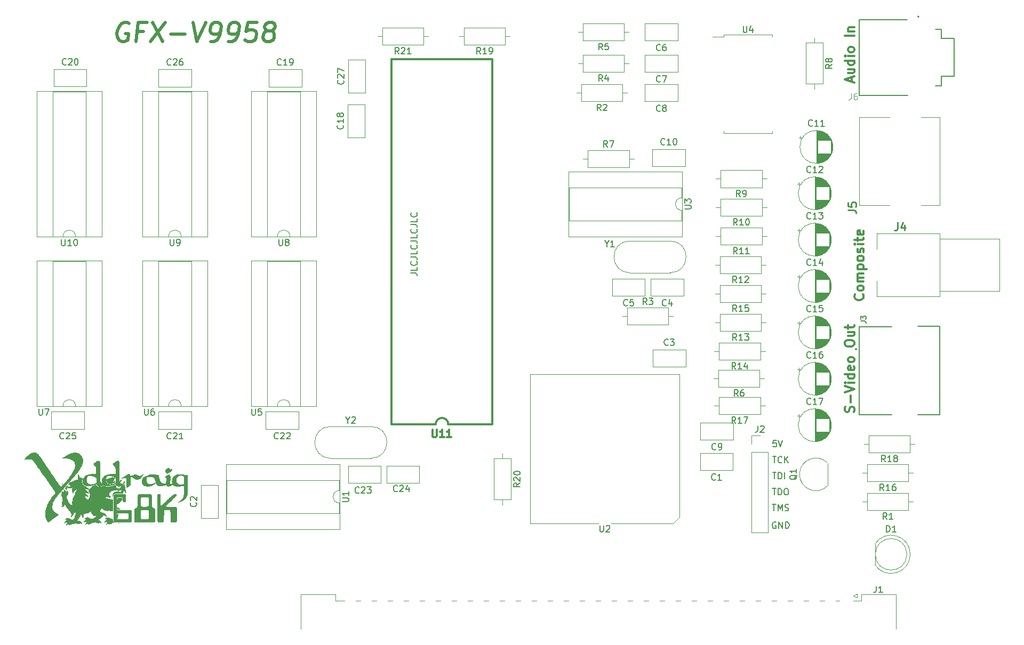
<source format=gto>
G04 #@! TF.GenerationSoftware,KiCad,Pcbnew,(5.1.10)-1*
G04 #@! TF.CreationDate,2021-07-30T10:33:10+01:00*
G04 #@! TF.ProjectId,GfxV9958,47667856-3939-4353-982e-6b696361645f,rev?*
G04 #@! TF.SameCoordinates,Original*
G04 #@! TF.FileFunction,Legend,Top*
G04 #@! TF.FilePolarity,Positive*
%FSLAX46Y46*%
G04 Gerber Fmt 4.6, Leading zero omitted, Abs format (unit mm)*
G04 Created by KiCad (PCBNEW (5.1.10)-1) date 2021-07-30 10:33:10*
%MOMM*%
%LPD*%
G01*
G04 APERTURE LIST*
%ADD10C,0.300000*%
%ADD11C,0.150000*%
%ADD12C,0.500000*%
%ADD13C,0.010000*%
%ADD14C,0.120000*%
%ADD15C,0.200000*%
%ADD16C,0.127000*%
%ADD17C,0.100000*%
%ADD18C,0.015000*%
%ADD19C,0.254000*%
%ADD20C,0.854000*%
%ADD21C,2.300000*%
%ADD22C,1.600000*%
%ADD23O,1.600000X1.600000*%
%ADD24C,1.422400*%
%ADD25R,1.422400X1.422400*%
%ADD26C,1.200000*%
%ADD27O,2.416000X1.208000*%
%ADD28O,1.208000X2.416000*%
%ADD29O,1.700000X1.700000*%
%ADD30R,1.700000X1.700000*%
%ADD31R,1.700000X1.200000*%
%ADD32O,1.700000X1.200000*%
%ADD33R,1.600000X1.600000*%
%ADD34R,1.500000X1.050000*%
%ADD35O,1.500000X1.050000*%
%ADD36C,3.555000*%
%ADD37C,1.509000*%
%ADD38R,1.509000X1.509000*%
%ADD39C,3.600000*%
%ADD40R,3.765000X3.765000*%
%ADD41C,3.306000*%
%ADD42C,1.398000*%
%ADD43R,1.398000X1.398000*%
%ADD44C,1.550000*%
%ADD45C,2.850000*%
%ADD46C,1.800000*%
%ADD47R,1.800000X1.800000*%
G04 APERTURE END LIST*
D10*
X187785714Y-96857142D02*
X187857142Y-96928571D01*
X187928571Y-97142857D01*
X187928571Y-97285714D01*
X187857142Y-97500000D01*
X187714285Y-97642857D01*
X187571428Y-97714285D01*
X187285714Y-97785714D01*
X187071428Y-97785714D01*
X186785714Y-97714285D01*
X186642857Y-97642857D01*
X186500000Y-97500000D01*
X186428571Y-97285714D01*
X186428571Y-97142857D01*
X186500000Y-96928571D01*
X186571428Y-96857142D01*
X187928571Y-96000000D02*
X187857142Y-96142857D01*
X187785714Y-96214285D01*
X187642857Y-96285714D01*
X187214285Y-96285714D01*
X187071428Y-96214285D01*
X187000000Y-96142857D01*
X186928571Y-96000000D01*
X186928571Y-95785714D01*
X187000000Y-95642857D01*
X187071428Y-95571428D01*
X187214285Y-95500000D01*
X187642857Y-95500000D01*
X187785714Y-95571428D01*
X187857142Y-95642857D01*
X187928571Y-95785714D01*
X187928571Y-96000000D01*
X187928571Y-94857142D02*
X186928571Y-94857142D01*
X187071428Y-94857142D02*
X187000000Y-94785714D01*
X186928571Y-94642857D01*
X186928571Y-94428571D01*
X187000000Y-94285714D01*
X187142857Y-94214285D01*
X187928571Y-94214285D01*
X187142857Y-94214285D02*
X187000000Y-94142857D01*
X186928571Y-94000000D01*
X186928571Y-93785714D01*
X187000000Y-93642857D01*
X187142857Y-93571428D01*
X187928571Y-93571428D01*
X186928571Y-92857142D02*
X188428571Y-92857142D01*
X187000000Y-92857142D02*
X186928571Y-92714285D01*
X186928571Y-92428571D01*
X187000000Y-92285714D01*
X187071428Y-92214285D01*
X187214285Y-92142857D01*
X187642857Y-92142857D01*
X187785714Y-92214285D01*
X187857142Y-92285714D01*
X187928571Y-92428571D01*
X187928571Y-92714285D01*
X187857142Y-92857142D01*
X187928571Y-91285714D02*
X187857142Y-91428571D01*
X187785714Y-91500000D01*
X187642857Y-91571428D01*
X187214285Y-91571428D01*
X187071428Y-91500000D01*
X187000000Y-91428571D01*
X186928571Y-91285714D01*
X186928571Y-91071428D01*
X187000000Y-90928571D01*
X187071428Y-90857142D01*
X187214285Y-90785714D01*
X187642857Y-90785714D01*
X187785714Y-90857142D01*
X187857142Y-90928571D01*
X187928571Y-91071428D01*
X187928571Y-91285714D01*
X187857142Y-90214285D02*
X187928571Y-90071428D01*
X187928571Y-89785714D01*
X187857142Y-89642857D01*
X187714285Y-89571428D01*
X187642857Y-89571428D01*
X187500000Y-89642857D01*
X187428571Y-89785714D01*
X187428571Y-90000000D01*
X187357142Y-90142857D01*
X187214285Y-90214285D01*
X187142857Y-90214285D01*
X187000000Y-90142857D01*
X186928571Y-90000000D01*
X186928571Y-89785714D01*
X187000000Y-89642857D01*
X187928571Y-88928571D02*
X186928571Y-88928571D01*
X186428571Y-88928571D02*
X186500000Y-89000000D01*
X186571428Y-88928571D01*
X186500000Y-88857142D01*
X186428571Y-88928571D01*
X186571428Y-88928571D01*
X186928571Y-88428571D02*
X186928571Y-87857142D01*
X186428571Y-88214285D02*
X187714285Y-88214285D01*
X187857142Y-88142857D01*
X187928571Y-88000000D01*
X187928571Y-87857142D01*
X187857142Y-86785714D02*
X187928571Y-86928571D01*
X187928571Y-87214285D01*
X187857142Y-87357142D01*
X187714285Y-87428571D01*
X187142857Y-87428571D01*
X187000000Y-87357142D01*
X186928571Y-87214285D01*
X186928571Y-86928571D01*
X187000000Y-86785714D01*
X187142857Y-86714285D01*
X187285714Y-86714285D01*
X187428571Y-87428571D01*
X186357142Y-115571428D02*
X186428571Y-115357142D01*
X186428571Y-115000000D01*
X186357142Y-114857142D01*
X186285714Y-114785714D01*
X186142857Y-114714285D01*
X186000000Y-114714285D01*
X185857142Y-114785714D01*
X185785714Y-114857142D01*
X185714285Y-115000000D01*
X185642857Y-115285714D01*
X185571428Y-115428571D01*
X185500000Y-115500000D01*
X185357142Y-115571428D01*
X185214285Y-115571428D01*
X185071428Y-115500000D01*
X185000000Y-115428571D01*
X184928571Y-115285714D01*
X184928571Y-114928571D01*
X185000000Y-114714285D01*
X185857142Y-114071428D02*
X185857142Y-112928571D01*
X184928571Y-112428571D02*
X186428571Y-111928571D01*
X184928571Y-111428571D01*
X186428571Y-110928571D02*
X185428571Y-110928571D01*
X184928571Y-110928571D02*
X185000000Y-111000000D01*
X185071428Y-110928571D01*
X185000000Y-110857142D01*
X184928571Y-110928571D01*
X185071428Y-110928571D01*
X186428571Y-109571428D02*
X184928571Y-109571428D01*
X186357142Y-109571428D02*
X186428571Y-109714285D01*
X186428571Y-110000000D01*
X186357142Y-110142857D01*
X186285714Y-110214285D01*
X186142857Y-110285714D01*
X185714285Y-110285714D01*
X185571428Y-110214285D01*
X185500000Y-110142857D01*
X185428571Y-110000000D01*
X185428571Y-109714285D01*
X185500000Y-109571428D01*
X186357142Y-108285714D02*
X186428571Y-108428571D01*
X186428571Y-108714285D01*
X186357142Y-108857142D01*
X186214285Y-108928571D01*
X185642857Y-108928571D01*
X185500000Y-108857142D01*
X185428571Y-108714285D01*
X185428571Y-108428571D01*
X185500000Y-108285714D01*
X185642857Y-108214285D01*
X185785714Y-108214285D01*
X185928571Y-108928571D01*
X186428571Y-107357142D02*
X186357142Y-107500000D01*
X186285714Y-107571428D01*
X186142857Y-107642857D01*
X185714285Y-107642857D01*
X185571428Y-107571428D01*
X185500000Y-107500000D01*
X185428571Y-107357142D01*
X185428571Y-107142857D01*
X185500000Y-107000000D01*
X185571428Y-106928571D01*
X185714285Y-106857142D01*
X186142857Y-106857142D01*
X186285714Y-106928571D01*
X186357142Y-107000000D01*
X186428571Y-107142857D01*
X186428571Y-107357142D01*
X184928571Y-104785714D02*
X184928571Y-104500000D01*
X185000000Y-104357142D01*
X185142857Y-104214285D01*
X185428571Y-104142857D01*
X185928571Y-104142857D01*
X186214285Y-104214285D01*
X186357142Y-104357142D01*
X186428571Y-104500000D01*
X186428571Y-104785714D01*
X186357142Y-104928571D01*
X186214285Y-105071428D01*
X185928571Y-105142857D01*
X185428571Y-105142857D01*
X185142857Y-105071428D01*
X185000000Y-104928571D01*
X184928571Y-104785714D01*
X185428571Y-102857142D02*
X186428571Y-102857142D01*
X185428571Y-103500000D02*
X186214285Y-103500000D01*
X186357142Y-103428571D01*
X186428571Y-103285714D01*
X186428571Y-103071428D01*
X186357142Y-102928571D01*
X186285714Y-102857142D01*
X185428571Y-102357142D02*
X185428571Y-101785714D01*
X184928571Y-102142857D02*
X186214285Y-102142857D01*
X186357142Y-102071428D01*
X186428571Y-101928571D01*
X186428571Y-101785714D01*
X186000000Y-63107142D02*
X186000000Y-62392857D01*
X186428571Y-63250000D02*
X184928571Y-62750000D01*
X186428571Y-62250000D01*
X185428571Y-61107142D02*
X186428571Y-61107142D01*
X185428571Y-61750000D02*
X186214285Y-61750000D01*
X186357142Y-61678571D01*
X186428571Y-61535714D01*
X186428571Y-61321428D01*
X186357142Y-61178571D01*
X186285714Y-61107142D01*
X186428571Y-59750000D02*
X184928571Y-59750000D01*
X186357142Y-59750000D02*
X186428571Y-59892857D01*
X186428571Y-60178571D01*
X186357142Y-60321428D01*
X186285714Y-60392857D01*
X186142857Y-60464285D01*
X185714285Y-60464285D01*
X185571428Y-60392857D01*
X185500000Y-60321428D01*
X185428571Y-60178571D01*
X185428571Y-59892857D01*
X185500000Y-59750000D01*
X186428571Y-59035714D02*
X185428571Y-59035714D01*
X184928571Y-59035714D02*
X185000000Y-59107142D01*
X185071428Y-59035714D01*
X185000000Y-58964285D01*
X184928571Y-59035714D01*
X185071428Y-59035714D01*
X186428571Y-58107142D02*
X186357142Y-58250000D01*
X186285714Y-58321428D01*
X186142857Y-58392857D01*
X185714285Y-58392857D01*
X185571428Y-58321428D01*
X185500000Y-58250000D01*
X185428571Y-58107142D01*
X185428571Y-57892857D01*
X185500000Y-57750000D01*
X185571428Y-57678571D01*
X185714285Y-57607142D01*
X186142857Y-57607142D01*
X186285714Y-57678571D01*
X186357142Y-57750000D01*
X186428571Y-57892857D01*
X186428571Y-58107142D01*
X186428571Y-55821428D02*
X184928571Y-55821428D01*
X185428571Y-55107142D02*
X186428571Y-55107142D01*
X185571428Y-55107142D02*
X185500000Y-55035714D01*
X185428571Y-54892857D01*
X185428571Y-54678571D01*
X185500000Y-54535714D01*
X185642857Y-54464285D01*
X186428571Y-54464285D01*
D11*
X116038380Y-93519047D02*
X116752666Y-93519047D01*
X116895523Y-93566666D01*
X116990761Y-93661904D01*
X117038380Y-93804761D01*
X117038380Y-93900000D01*
X117038380Y-92566666D02*
X117038380Y-93042857D01*
X116038380Y-93042857D01*
X116943142Y-91661904D02*
X116990761Y-91709523D01*
X117038380Y-91852380D01*
X117038380Y-91947619D01*
X116990761Y-92090476D01*
X116895523Y-92185714D01*
X116800285Y-92233333D01*
X116609809Y-92280952D01*
X116466952Y-92280952D01*
X116276476Y-92233333D01*
X116181238Y-92185714D01*
X116086000Y-92090476D01*
X116038380Y-91947619D01*
X116038380Y-91852380D01*
X116086000Y-91709523D01*
X116133619Y-91661904D01*
X116038380Y-90947619D02*
X116752666Y-90947619D01*
X116895523Y-90995238D01*
X116990761Y-91090476D01*
X117038380Y-91233333D01*
X117038380Y-91328571D01*
X117038380Y-89995238D02*
X117038380Y-90471428D01*
X116038380Y-90471428D01*
X116943142Y-89090476D02*
X116990761Y-89138095D01*
X117038380Y-89280952D01*
X117038380Y-89376190D01*
X116990761Y-89519047D01*
X116895523Y-89614285D01*
X116800285Y-89661904D01*
X116609809Y-89709523D01*
X116466952Y-89709523D01*
X116276476Y-89661904D01*
X116181238Y-89614285D01*
X116086000Y-89519047D01*
X116038380Y-89376190D01*
X116038380Y-89280952D01*
X116086000Y-89138095D01*
X116133619Y-89090476D01*
X116038380Y-88376190D02*
X116752666Y-88376190D01*
X116895523Y-88423809D01*
X116990761Y-88519047D01*
X117038380Y-88661904D01*
X117038380Y-88757142D01*
X117038380Y-87423809D02*
X117038380Y-87900000D01*
X116038380Y-87900000D01*
X116943142Y-86519047D02*
X116990761Y-86566666D01*
X117038380Y-86709523D01*
X117038380Y-86804761D01*
X116990761Y-86947619D01*
X116895523Y-87042857D01*
X116800285Y-87090476D01*
X116609809Y-87138095D01*
X116466952Y-87138095D01*
X116276476Y-87090476D01*
X116181238Y-87042857D01*
X116086000Y-86947619D01*
X116038380Y-86804761D01*
X116038380Y-86709523D01*
X116086000Y-86566666D01*
X116133619Y-86519047D01*
X116038380Y-85804761D02*
X116752666Y-85804761D01*
X116895523Y-85852380D01*
X116990761Y-85947619D01*
X117038380Y-86090476D01*
X117038380Y-86185714D01*
X117038380Y-84852380D02*
X117038380Y-85328571D01*
X116038380Y-85328571D01*
X116943142Y-83947619D02*
X116990761Y-83995238D01*
X117038380Y-84138095D01*
X117038380Y-84233333D01*
X116990761Y-84376190D01*
X116895523Y-84471428D01*
X116800285Y-84519047D01*
X116609809Y-84566666D01*
X116466952Y-84566666D01*
X116276476Y-84519047D01*
X116181238Y-84471428D01*
X116086000Y-84376190D01*
X116038380Y-84233333D01*
X116038380Y-84138095D01*
X116086000Y-83995238D01*
X116133619Y-83947619D01*
D12*
X71309410Y-53872000D02*
X71041553Y-53729142D01*
X70612982Y-53729142D01*
X70166553Y-53872000D01*
X69845125Y-54157714D01*
X69666553Y-54443428D01*
X69452267Y-55014857D01*
X69398696Y-55443428D01*
X69470125Y-56014857D01*
X69577267Y-56300571D01*
X69827267Y-56586285D01*
X70237982Y-56729142D01*
X70523696Y-56729142D01*
X70970125Y-56586285D01*
X71130839Y-56443428D01*
X71255839Y-55443428D01*
X70684410Y-55443428D01*
X73577267Y-55157714D02*
X72577267Y-55157714D01*
X72380839Y-56729142D02*
X72755839Y-53729142D01*
X74184410Y-53729142D01*
X75041553Y-53729142D02*
X76666553Y-56729142D01*
X77041553Y-53729142D02*
X74666553Y-56729142D01*
X77952267Y-55586285D02*
X80237982Y-55586285D01*
X81470125Y-53729142D02*
X82095125Y-56729142D01*
X83470125Y-53729142D01*
X84237982Y-56729142D02*
X84809410Y-56729142D01*
X85112982Y-56586285D01*
X85273696Y-56443428D01*
X85612982Y-56014857D01*
X85827267Y-55443428D01*
X85970125Y-54300571D01*
X85862982Y-54014857D01*
X85737982Y-53872000D01*
X85470125Y-53729142D01*
X84898696Y-53729142D01*
X84595125Y-53872000D01*
X84434410Y-54014857D01*
X84255839Y-54300571D01*
X84166553Y-55014857D01*
X84273696Y-55300571D01*
X84398696Y-55443428D01*
X84666553Y-55586285D01*
X85237982Y-55586285D01*
X85541553Y-55443428D01*
X85702267Y-55300571D01*
X85880839Y-55014857D01*
X87095125Y-56729142D02*
X87666553Y-56729142D01*
X87970125Y-56586285D01*
X88130839Y-56443428D01*
X88470125Y-56014857D01*
X88684410Y-55443428D01*
X88827267Y-54300571D01*
X88720125Y-54014857D01*
X88595125Y-53872000D01*
X88327267Y-53729142D01*
X87755839Y-53729142D01*
X87452267Y-53872000D01*
X87291553Y-54014857D01*
X87112982Y-54300571D01*
X87023696Y-55014857D01*
X87130839Y-55300571D01*
X87255839Y-55443428D01*
X87523696Y-55586285D01*
X88095125Y-55586285D01*
X88398696Y-55443428D01*
X88559410Y-55300571D01*
X88737982Y-55014857D01*
X91612982Y-53729142D02*
X90184410Y-53729142D01*
X89862982Y-55157714D01*
X90023696Y-55014857D01*
X90327267Y-54872000D01*
X91041553Y-54872000D01*
X91309410Y-55014857D01*
X91434410Y-55157714D01*
X91541553Y-55443428D01*
X91452267Y-56157714D01*
X91273696Y-56443428D01*
X91112982Y-56586285D01*
X90809410Y-56729142D01*
X90095125Y-56729142D01*
X89827267Y-56586285D01*
X89702267Y-56443428D01*
X93309410Y-55014857D02*
X93041553Y-54872000D01*
X92916553Y-54729142D01*
X92809410Y-54443428D01*
X92827267Y-54300571D01*
X93005839Y-54014857D01*
X93166553Y-53872000D01*
X93470125Y-53729142D01*
X94041553Y-53729142D01*
X94309410Y-53872000D01*
X94434410Y-54014857D01*
X94541553Y-54300571D01*
X94523696Y-54443428D01*
X94345125Y-54729142D01*
X94184410Y-54872000D01*
X93880839Y-55014857D01*
X93309410Y-55014857D01*
X93005839Y-55157714D01*
X92845125Y-55300571D01*
X92666553Y-55586285D01*
X92595125Y-56157714D01*
X92702267Y-56443428D01*
X92827267Y-56586285D01*
X93095125Y-56729142D01*
X93666553Y-56729142D01*
X93970125Y-56586285D01*
X94130839Y-56443428D01*
X94309410Y-56157714D01*
X94380839Y-55586285D01*
X94273696Y-55300571D01*
X94148696Y-55157714D01*
X93880839Y-55014857D01*
D11*
X173466285Y-122642380D02*
X174037714Y-122642380D01*
X173752000Y-123642380D02*
X173752000Y-122642380D01*
X174942476Y-123547142D02*
X174894857Y-123594761D01*
X174752000Y-123642380D01*
X174656761Y-123642380D01*
X174513904Y-123594761D01*
X174418666Y-123499523D01*
X174371047Y-123404285D01*
X174323428Y-123213809D01*
X174323428Y-123070952D01*
X174371047Y-122880476D01*
X174418666Y-122785238D01*
X174513904Y-122690000D01*
X174656761Y-122642380D01*
X174752000Y-122642380D01*
X174894857Y-122690000D01*
X174942476Y-122737619D01*
X175371047Y-123642380D02*
X175371047Y-122642380D01*
X175942476Y-123642380D02*
X175513904Y-123070952D01*
X175942476Y-122642380D02*
X175371047Y-123213809D01*
X173474190Y-125182380D02*
X174045619Y-125182380D01*
X173759904Y-126182380D02*
X173759904Y-125182380D01*
X174378952Y-126182380D02*
X174378952Y-125182380D01*
X174617047Y-125182380D01*
X174759904Y-125230000D01*
X174855142Y-125325238D01*
X174902761Y-125420476D01*
X174950380Y-125610952D01*
X174950380Y-125753809D01*
X174902761Y-125944285D01*
X174855142Y-126039523D01*
X174759904Y-126134761D01*
X174617047Y-126182380D01*
X174378952Y-126182380D01*
X175378952Y-126182380D02*
X175378952Y-125182380D01*
X173442476Y-127722380D02*
X174013904Y-127722380D01*
X173728190Y-128722380D02*
X173728190Y-127722380D01*
X174347238Y-128722380D02*
X174347238Y-127722380D01*
X174585333Y-127722380D01*
X174728190Y-127770000D01*
X174823428Y-127865238D01*
X174871047Y-127960476D01*
X174918666Y-128150952D01*
X174918666Y-128293809D01*
X174871047Y-128484285D01*
X174823428Y-128579523D01*
X174728190Y-128674761D01*
X174585333Y-128722380D01*
X174347238Y-128722380D01*
X175537714Y-127722380D02*
X175728190Y-127722380D01*
X175823428Y-127770000D01*
X175918666Y-127865238D01*
X175966285Y-128055714D01*
X175966285Y-128389047D01*
X175918666Y-128579523D01*
X175823428Y-128674761D01*
X175728190Y-128722380D01*
X175537714Y-128722380D01*
X175442476Y-128674761D01*
X175347238Y-128579523D01*
X175299619Y-128389047D01*
X175299619Y-128055714D01*
X175347238Y-127865238D01*
X175442476Y-127770000D01*
X175537714Y-127722380D01*
X173418666Y-130262380D02*
X173990095Y-130262380D01*
X173704380Y-131262380D02*
X173704380Y-130262380D01*
X174323428Y-131262380D02*
X174323428Y-130262380D01*
X174656761Y-130976666D01*
X174990095Y-130262380D01*
X174990095Y-131262380D01*
X175418666Y-131214761D02*
X175561523Y-131262380D01*
X175799619Y-131262380D01*
X175894857Y-131214761D01*
X175942476Y-131167142D01*
X175990095Y-131071904D01*
X175990095Y-130976666D01*
X175942476Y-130881428D01*
X175894857Y-130833809D01*
X175799619Y-130786190D01*
X175609142Y-130738571D01*
X175513904Y-130690952D01*
X175466285Y-130643333D01*
X175418666Y-130548095D01*
X175418666Y-130452857D01*
X175466285Y-130357619D01*
X175513904Y-130310000D01*
X175609142Y-130262380D01*
X175847238Y-130262380D01*
X175990095Y-130310000D01*
X173990095Y-133104000D02*
X173894857Y-133056380D01*
X173752000Y-133056380D01*
X173609142Y-133104000D01*
X173513904Y-133199238D01*
X173466285Y-133294476D01*
X173418666Y-133484952D01*
X173418666Y-133627809D01*
X173466285Y-133818285D01*
X173513904Y-133913523D01*
X173609142Y-134008761D01*
X173752000Y-134056380D01*
X173847238Y-134056380D01*
X173990095Y-134008761D01*
X174037714Y-133961142D01*
X174037714Y-133627809D01*
X173847238Y-133627809D01*
X174466285Y-134056380D02*
X174466285Y-133056380D01*
X175037714Y-134056380D01*
X175037714Y-133056380D01*
X175513904Y-134056380D02*
X175513904Y-133056380D01*
X175752000Y-133056380D01*
X175894857Y-133104000D01*
X175990095Y-133199238D01*
X176037714Y-133294476D01*
X176085333Y-133484952D01*
X176085333Y-133627809D01*
X176037714Y-133818285D01*
X175990095Y-133913523D01*
X175894857Y-134008761D01*
X175752000Y-134056380D01*
X175513904Y-134056380D01*
X174053523Y-120102380D02*
X173577333Y-120102380D01*
X173529714Y-120578571D01*
X173577333Y-120530952D01*
X173672571Y-120483333D01*
X173910666Y-120483333D01*
X174005904Y-120530952D01*
X174053523Y-120578571D01*
X174101142Y-120673809D01*
X174101142Y-120911904D01*
X174053523Y-121007142D01*
X174005904Y-121054761D01*
X173910666Y-121102380D01*
X173672571Y-121102380D01*
X173577333Y-121054761D01*
X173529714Y-121007142D01*
X174386857Y-120102380D02*
X174720190Y-121102380D01*
X175053523Y-120102380D01*
D13*
G36*
X63235156Y-125547056D02*
G01*
X63271974Y-125588855D01*
X63310826Y-125648503D01*
X63347733Y-125719170D01*
X63378081Y-125792259D01*
X63407764Y-125868176D01*
X63436675Y-125922993D01*
X63469398Y-125960438D01*
X63510519Y-125984239D01*
X63564625Y-125998126D01*
X63636300Y-126005825D01*
X63641190Y-126006167D01*
X63687960Y-126010001D01*
X63723054Y-126014072D01*
X63740429Y-126017643D01*
X63741300Y-126018412D01*
X63734452Y-126031039D01*
X63717404Y-126055841D01*
X63711262Y-126064222D01*
X63693918Y-126092798D01*
X63675614Y-126130860D01*
X63659179Y-126171193D01*
X63647444Y-126206584D01*
X63643237Y-126229819D01*
X63644531Y-126234364D01*
X63656535Y-126230066D01*
X63684812Y-126214597D01*
X63724421Y-126190752D01*
X63748626Y-126175476D01*
X63792237Y-126148253D01*
X63827105Y-126127840D01*
X63848310Y-126117049D01*
X63852340Y-126116207D01*
X63851663Y-126129633D01*
X63846420Y-126162538D01*
X63837533Y-126209601D01*
X63828749Y-126252316D01*
X63814665Y-126337064D01*
X63804926Y-126434129D01*
X63799607Y-126537137D01*
X63798780Y-126639716D01*
X63802517Y-126735490D01*
X63810891Y-126818088D01*
X63821663Y-126873000D01*
X63862968Y-126993957D01*
X63918152Y-127096253D01*
X63989291Y-127181988D01*
X64078461Y-127253259D01*
X64187739Y-127312166D01*
X64297307Y-127353862D01*
X64374020Y-127386303D01*
X64460783Y-127435364D01*
X64552636Y-127497174D01*
X64644618Y-127567863D01*
X64731769Y-127643561D01*
X64809129Y-127720398D01*
X64871737Y-127794502D01*
X64884366Y-127811951D01*
X64902105Y-127838616D01*
X64905365Y-127848923D01*
X64894831Y-127846889D01*
X64889996Y-127844868D01*
X64816357Y-127819078D01*
X64731912Y-127801502D01*
X64631950Y-127791421D01*
X64519621Y-127788132D01*
X64441888Y-127788317D01*
X64386102Y-127790778D01*
X64348817Y-127797277D01*
X64326584Y-127809578D01*
X64315957Y-127829444D01*
X64313487Y-127858638D01*
X64315268Y-127892660D01*
X64317789Y-127916099D01*
X64323864Y-127934670D01*
X64337187Y-127952359D01*
X64361449Y-127973157D01*
X64400344Y-128001051D01*
X64441818Y-128029352D01*
X64497341Y-128068015D01*
X64551126Y-128107207D01*
X64596070Y-128141664D01*
X64619618Y-128161156D01*
X64660878Y-128200551D01*
X64708077Y-128250265D01*
X64755737Y-128304033D01*
X64798385Y-128355586D01*
X64830545Y-128398659D01*
X64840010Y-128413392D01*
X64854310Y-128438710D01*
X64855249Y-128447131D01*
X64842596Y-128443502D01*
X64838641Y-128441852D01*
X64753883Y-128412549D01*
X64657136Y-128389512D01*
X64554995Y-128373447D01*
X64454052Y-128365062D01*
X64360902Y-128365062D01*
X64282139Y-128374155D01*
X64258825Y-128379719D01*
X64241843Y-128394825D01*
X64236600Y-128429218D01*
X64238410Y-128451337D01*
X64246618Y-128469704D01*
X64265388Y-128489065D01*
X64298883Y-128514165D01*
X64329562Y-128535156D01*
X64440744Y-128613706D01*
X64532400Y-128686714D01*
X64608672Y-128757855D01*
X64673703Y-128830805D01*
X64697882Y-128861828D01*
X64731215Y-128907175D01*
X64757386Y-128944579D01*
X64773487Y-128969758D01*
X64777078Y-128978355D01*
X64763908Y-128976332D01*
X64737842Y-128965180D01*
X64733582Y-128963020D01*
X64671395Y-128939026D01*
X64589722Y-128920014D01*
X64494161Y-128906972D01*
X64390311Y-128900889D01*
X64380684Y-128900715D01*
X64323114Y-128900556D01*
X64275277Y-128901702D01*
X64242652Y-128903940D01*
X64230954Y-128906563D01*
X64229472Y-128921956D01*
X64232982Y-128955322D01*
X64240727Y-128999895D01*
X64242174Y-129006969D01*
X64279912Y-129134606D01*
X64336099Y-129245490D01*
X64410127Y-129338894D01*
X64501384Y-129414095D01*
X64609259Y-129470367D01*
X64642692Y-129482745D01*
X64704508Y-129503381D01*
X64747922Y-129514547D01*
X64778708Y-129514559D01*
X64802642Y-129501733D01*
X64825498Y-129474384D01*
X64853052Y-129430827D01*
X64860046Y-129419350D01*
X64914361Y-129321203D01*
X64966900Y-129209778D01*
X65013659Y-129094565D01*
X65050634Y-128985052D01*
X65064133Y-128935677D01*
X65083393Y-128830133D01*
X65091851Y-128718293D01*
X65089916Y-128606015D01*
X65078002Y-128499157D01*
X65056519Y-128403575D01*
X65025880Y-128325127D01*
X65020521Y-128315202D01*
X64995452Y-128280721D01*
X64958334Y-128240796D01*
X64922400Y-128208478D01*
X64887256Y-128178481D01*
X64861056Y-128153331D01*
X64849232Y-128138260D01*
X64849118Y-128137875D01*
X64853176Y-128118429D01*
X64868405Y-128082080D01*
X64892386Y-128033381D01*
X64922698Y-127976888D01*
X64956921Y-127917153D01*
X64992635Y-127858732D01*
X65018513Y-127819150D01*
X65073305Y-127743573D01*
X65136528Y-127665250D01*
X65204983Y-127587386D01*
X65275468Y-127513183D01*
X65344783Y-127445847D01*
X65409726Y-127388581D01*
X65467095Y-127344590D01*
X65513691Y-127317077D01*
X65524446Y-127312736D01*
X65575864Y-127295287D01*
X65638087Y-127274798D01*
X65706987Y-127252558D01*
X65778435Y-127229855D01*
X65848304Y-127207977D01*
X65912464Y-127188212D01*
X65966789Y-127171849D01*
X66007148Y-127160175D01*
X66029415Y-127154478D01*
X66032454Y-127154229D01*
X66040824Y-127166222D01*
X66059515Y-127193617D01*
X66084663Y-127230748D01*
X66087500Y-127234950D01*
X66134511Y-127299478D01*
X66178262Y-127346455D01*
X66225246Y-127381781D01*
X66281300Y-127411060D01*
X66394202Y-127448556D01*
X66519153Y-127465631D01*
X66653408Y-127462511D01*
X66794220Y-127439423D01*
X66938844Y-127396592D01*
X67057730Y-127347191D01*
X67114183Y-127321071D01*
X67153177Y-127304776D01*
X67180041Y-127296916D01*
X67200105Y-127296103D01*
X67218701Y-127300944D01*
X67225299Y-127303496D01*
X67343377Y-127346941D01*
X67453901Y-127378031D01*
X67566730Y-127398925D01*
X67691724Y-127411783D01*
X67731160Y-127414289D01*
X67912562Y-127415933D01*
X68105910Y-127400848D01*
X68312577Y-127368797D01*
X68533940Y-127319542D01*
X68771373Y-127252846D01*
X68894848Y-127213446D01*
X68960506Y-127192082D01*
X69017148Y-127174324D01*
X69060659Y-127161408D01*
X69086926Y-127154569D01*
X69092814Y-127153981D01*
X69133996Y-127210308D01*
X69159550Y-127258179D01*
X69172775Y-127306081D01*
X69176970Y-127362498D01*
X69177024Y-127370588D01*
X69189219Y-127473384D01*
X69225768Y-127569907D01*
X69272374Y-127642772D01*
X69302660Y-127682480D01*
X69481080Y-127691672D01*
X69552124Y-127695644D01*
X69601577Y-127699442D01*
X69633233Y-127703736D01*
X69650886Y-127709196D01*
X69658330Y-127716493D01*
X69659500Y-127723177D01*
X69649566Y-127756000D01*
X69623886Y-127794514D01*
X69588634Y-127831585D01*
X69549990Y-127860079D01*
X69534299Y-127867748D01*
X69487605Y-127880969D01*
X69421847Y-127892212D01*
X69343322Y-127900936D01*
X69258327Y-127906600D01*
X69173156Y-127908662D01*
X69094107Y-127906581D01*
X69087362Y-127906162D01*
X69026420Y-127902974D01*
X68981389Y-127903547D01*
X68942929Y-127908935D01*
X68901695Y-127920189D01*
X68870695Y-127930555D01*
X68696684Y-127995190D01*
X68546953Y-128060622D01*
X68420382Y-128127586D01*
X68315851Y-128196814D01*
X68232241Y-128269041D01*
X68168432Y-128345001D01*
X68126620Y-128418006D01*
X68100090Y-128496525D01*
X68082178Y-128596014D01*
X68073379Y-128713378D01*
X68072557Y-128755961D01*
X68071890Y-128790250D01*
X68072602Y-128814707D01*
X68077979Y-128833129D01*
X68091306Y-128849312D01*
X68115867Y-128867052D01*
X68154947Y-128890145D01*
X68211831Y-128922388D01*
X68221170Y-128927716D01*
X68264566Y-128953415D01*
X68303308Y-128977888D01*
X68325158Y-128993030D01*
X68356066Y-129016578D01*
X68277895Y-129056039D01*
X68215170Y-129082109D01*
X68152227Y-129095351D01*
X68084089Y-129095645D01*
X68005784Y-129082871D01*
X67912337Y-129056910D01*
X67880497Y-129046496D01*
X67734635Y-128997493D01*
X67620742Y-129032119D01*
X67538267Y-129059013D01*
X67458931Y-129088219D01*
X67386291Y-129118094D01*
X67323905Y-129146997D01*
X67275329Y-129173286D01*
X67244121Y-129195318D01*
X67233800Y-129210732D01*
X67245257Y-129217376D01*
X67274686Y-129221825D01*
X67300475Y-129222902D01*
X67365496Y-129226513D01*
X67450489Y-129236121D01*
X67550969Y-129250861D01*
X67662451Y-129269866D01*
X67780452Y-129292270D01*
X67900488Y-129317207D01*
X68018074Y-129343811D01*
X68128726Y-129371217D01*
X68227960Y-129398557D01*
X68260151Y-129408255D01*
X68376480Y-129443203D01*
X68474900Y-129470262D01*
X68561117Y-129490896D01*
X68640835Y-129506574D01*
X68646675Y-129507584D01*
X68694300Y-129515750D01*
X68694300Y-130399184D01*
X68694260Y-130571135D01*
X68694114Y-130719393D01*
X68693822Y-130845668D01*
X68693347Y-130951665D01*
X68692648Y-131039093D01*
X68691686Y-131109659D01*
X68690423Y-131165072D01*
X68688818Y-131207038D01*
X68686833Y-131237266D01*
X68684429Y-131257463D01*
X68681567Y-131269337D01*
X68678206Y-131274595D01*
X68674309Y-131274945D01*
X68674211Y-131274908D01*
X68649920Y-131270287D01*
X68611798Y-131267535D01*
X68593168Y-131267200D01*
X68551036Y-131264236D01*
X68521322Y-131251995D01*
X68493332Y-131227430D01*
X68454450Y-131187661D01*
X68402668Y-131208380D01*
X68321007Y-131228391D01*
X68240148Y-131223136D01*
X68161192Y-131192750D01*
X68133664Y-131175833D01*
X68114371Y-131164074D01*
X68097338Y-131160487D01*
X68074892Y-131165892D01*
X68039358Y-131181111D01*
X68025714Y-131187383D01*
X67944118Y-131214535D01*
X67859903Y-131224027D01*
X67778541Y-131216501D01*
X67705506Y-131192596D01*
X67646270Y-131152956D01*
X67635121Y-131141623D01*
X67620746Y-131128438D01*
X67603141Y-131121205D01*
X67575856Y-131118946D01*
X67532437Y-131120681D01*
X67508121Y-131122345D01*
X67408110Y-131121011D01*
X67324756Y-131100985D01*
X67256919Y-131061692D01*
X67203455Y-131002559D01*
X67177242Y-130956139D01*
X67157189Y-130916824D01*
X67140860Y-130895714D01*
X67122710Y-130887365D01*
X67106005Y-130886200D01*
X67072622Y-130880420D01*
X67029736Y-130865674D01*
X67005807Y-130854757D01*
X66943759Y-130823315D01*
X66848470Y-130924608D01*
X66768250Y-131020008D01*
X66712414Y-131109662D01*
X66680993Y-131193420D01*
X66674020Y-131271134D01*
X66691528Y-131342653D01*
X66733548Y-131407828D01*
X66742453Y-131417559D01*
X66778679Y-131450128D01*
X66822698Y-131478521D01*
X66878463Y-131504469D01*
X66949922Y-131529705D01*
X67041027Y-131555958D01*
X67083579Y-131567061D01*
X67184868Y-131594411D01*
X67265742Y-131620148D01*
X67330912Y-131646380D01*
X67385087Y-131675213D01*
X67432979Y-131708755D01*
X67468777Y-131739335D01*
X67533868Y-131809148D01*
X67589167Y-131888602D01*
X67631581Y-131971778D01*
X67658011Y-132052757D01*
X67665599Y-132115671D01*
X67665599Y-132160066D01*
X67592008Y-132089872D01*
X67524779Y-132031899D01*
X67461376Y-131992070D01*
X67393808Y-131966042D01*
X67342189Y-131954156D01*
X67277214Y-131942987D01*
X67230649Y-131939441D01*
X67196009Y-131946118D01*
X67166805Y-131965619D01*
X67136550Y-132000544D01*
X67100450Y-132051060D01*
X67029764Y-132142928D01*
X66944069Y-132239048D01*
X66850496Y-132332208D01*
X66756173Y-132415196D01*
X66691293Y-132464958D01*
X66601350Y-132523795D01*
X66496543Y-132584198D01*
X66386514Y-132641053D01*
X66280905Y-132689248D01*
X66230500Y-132709351D01*
X66172616Y-132731982D01*
X66136718Y-132748633D01*
X66123307Y-132759567D01*
X66132883Y-132765047D01*
X66165948Y-132765333D01*
X66223001Y-132760688D01*
X66304544Y-132751374D01*
X66309612Y-132750748D01*
X66433174Y-132735452D01*
X66553103Y-132796584D01*
X66655217Y-132856419D01*
X66733441Y-132920291D01*
X66789175Y-132989883D01*
X66823822Y-133066876D01*
X66837621Y-133138169D01*
X66843751Y-133201970D01*
X66769984Y-133141879D01*
X66715075Y-133099078D01*
X66670612Y-133069864D01*
X66629033Y-133049908D01*
X66583232Y-133035009D01*
X66533854Y-133025894D01*
X66502872Y-133032131D01*
X66487488Y-133055075D01*
X66484500Y-133082812D01*
X66476404Y-133127484D01*
X66449946Y-133160114D01*
X66401868Y-133184593D01*
X66398122Y-133185923D01*
X66370746Y-133192650D01*
X66345456Y-133189425D01*
X66312265Y-133174347D01*
X66298922Y-133167032D01*
X66244917Y-133143452D01*
X66187712Y-133134518D01*
X66168226Y-133134100D01*
X66108465Y-133128682D01*
X66061748Y-133109452D01*
X66018503Y-133071939D01*
X66006710Y-133058714D01*
X65969348Y-133034396D01*
X65916180Y-133029642D01*
X65847563Y-133044422D01*
X65763851Y-133078704D01*
X65760663Y-133080251D01*
X65709753Y-133103834D01*
X65669597Y-133117814D01*
X65629320Y-133124707D01*
X65578042Y-133127026D01*
X65557463Y-133127213D01*
X65495062Y-133126231D01*
X65430943Y-133123144D01*
X65377940Y-133118592D01*
X65373250Y-133118018D01*
X65297050Y-133108287D01*
X65260721Y-133166270D01*
X65223002Y-133217870D01*
X65184436Y-133248772D01*
X65138000Y-133262915D01*
X65085359Y-133264638D01*
X65039327Y-133264858D01*
X65008246Y-133271638D01*
X64981977Y-133287584D01*
X64975509Y-133292855D01*
X64921682Y-133328132D01*
X64871990Y-133341393D01*
X64829095Y-133332638D01*
X64795661Y-133301869D01*
X64790221Y-133292850D01*
X64772167Y-133266647D01*
X64749345Y-133253364D01*
X64712988Y-133248860D01*
X64696552Y-133248594D01*
X64632500Y-133259343D01*
X64560922Y-133290689D01*
X64485920Y-133340647D01*
X64456942Y-133364475D01*
X64395350Y-133417907D01*
X64391424Y-133384921D01*
X64395337Y-133325219D01*
X64417732Y-133258830D01*
X64455212Y-133191970D01*
X64504381Y-133130856D01*
X64554100Y-133087143D01*
X64598037Y-133054928D01*
X64647806Y-133017944D01*
X64674589Y-132997820D01*
X64708385Y-132971748D01*
X64723889Y-132957017D01*
X64723233Y-132949872D01*
X64708553Y-132946558D01*
X64704038Y-132946015D01*
X64667416Y-132951687D01*
X64622624Y-132973609D01*
X64617721Y-132976777D01*
X64568488Y-133000121D01*
X64527474Y-132999454D01*
X64494510Y-132974741D01*
X64477900Y-132947023D01*
X64457221Y-132916276D01*
X64430623Y-132905838D01*
X64427100Y-132905712D01*
X64376994Y-132913484D01*
X64316518Y-132935448D01*
X64253642Y-132968228D01*
X64209971Y-132997678D01*
X64175725Y-133021952D01*
X64149863Y-133037227D01*
X64138504Y-133040237D01*
X64134058Y-133020335D01*
X64138881Y-132985059D01*
X64150944Y-132941784D01*
X64168216Y-132897883D01*
X64187398Y-132862621D01*
X64250029Y-132786396D01*
X64326246Y-132728971D01*
X64360019Y-132710958D01*
X64392025Y-132692441D01*
X64411570Y-132675412D01*
X64414400Y-132669148D01*
X64423398Y-132651977D01*
X64445902Y-132627665D01*
X64455341Y-132619307D01*
X64480860Y-132600077D01*
X64504525Y-132590821D01*
X64536001Y-132589302D01*
X64572816Y-132592107D01*
X64625731Y-132599607D01*
X64677953Y-132610924D01*
X64703325Y-132618515D01*
X64738665Y-132630019D01*
X64754067Y-132630421D01*
X64753159Y-132618087D01*
X64744279Y-132600100D01*
X64730010Y-132584693D01*
X64704178Y-132577902D01*
X64669499Y-132577163D01*
X64621705Y-132575978D01*
X64594069Y-132568055D01*
X64581700Y-132550859D01*
X64579500Y-132530547D01*
X64568725Y-132498858D01*
X64536870Y-132480331D01*
X64484634Y-132475060D01*
X64412719Y-132483142D01*
X64344550Y-132498478D01*
X64300556Y-132509241D01*
X64267213Y-132515944D01*
X64251066Y-132517293D01*
X64250616Y-132517054D01*
X64254014Y-132504753D01*
X64268293Y-132478723D01*
X64279381Y-132461243D01*
X64338799Y-132393679D01*
X64416228Y-132340457D01*
X64507477Y-132303576D01*
X64608359Y-132285036D01*
X64652519Y-132283200D01*
X64686861Y-132283896D01*
X64714452Y-132287632D01*
X64741205Y-132296882D01*
X64773031Y-132314118D01*
X64815845Y-132341814D01*
X64853061Y-132367070D01*
X64909630Y-132404344D01*
X64966316Y-132439397D01*
X65015570Y-132467677D01*
X65043201Y-132481753D01*
X65120741Y-132510605D01*
X65205165Y-132530703D01*
X65292190Y-132542167D01*
X65377533Y-132545115D01*
X65456911Y-132539667D01*
X65526042Y-132525942D01*
X65580641Y-132504060D01*
X65616427Y-132474141D01*
X65621827Y-132465616D01*
X65660337Y-132419798D01*
X65719311Y-132385570D01*
X65755472Y-132373480D01*
X65800454Y-132353441D01*
X65821771Y-132327688D01*
X65849853Y-132292029D01*
X65895441Y-132261632D01*
X65950645Y-132241426D01*
X65964351Y-132238656D01*
X66010525Y-132221418D01*
X66045720Y-132194956D01*
X66080805Y-132165738D01*
X66122850Y-132140060D01*
X66129829Y-132136730D01*
X66160291Y-132121401D01*
X66177935Y-132109437D01*
X66179700Y-132106640D01*
X66168418Y-132096276D01*
X66139201Y-132082943D01*
X66098990Y-132068804D01*
X66054726Y-132056019D01*
X66013350Y-132046749D01*
X65981804Y-132043155D01*
X65976500Y-132043374D01*
X65940413Y-132045540D01*
X65890429Y-132047035D01*
X65843150Y-132047511D01*
X65749061Y-132035897D01*
X65665914Y-132001558D01*
X65594565Y-131945081D01*
X65535873Y-131867053D01*
X65511769Y-131820639D01*
X65470384Y-131755511D01*
X65424990Y-131715069D01*
X65359274Y-131653746D01*
X65309285Y-131575553D01*
X65277268Y-131485147D01*
X65265468Y-131387185D01*
X65265450Y-131384228D01*
X65264254Y-131350913D01*
X65258934Y-131337871D01*
X65246516Y-131339998D01*
X65241235Y-131342685D01*
X65215664Y-131351157D01*
X65175127Y-131359416D01*
X65142810Y-131363939D01*
X65102369Y-131370249D01*
X65069479Y-131381256D01*
X65035874Y-131400944D01*
X64993285Y-131433299D01*
X64984934Y-131440040D01*
X64892050Y-131506430D01*
X64801079Y-131554211D01*
X64715413Y-131581841D01*
X64658364Y-131588399D01*
X64606706Y-131587972D01*
X64556092Y-131585960D01*
X64534432Y-131584366D01*
X64491813Y-131585456D01*
X64455242Y-131601200D01*
X64439182Y-131612432D01*
X64351111Y-131668521D01*
X64266431Y-131701194D01*
X64183047Y-131711621D01*
X64130253Y-131708285D01*
X64085357Y-131699570D01*
X64066873Y-131692571D01*
X64040442Y-131679495D01*
X64025892Y-131673624D01*
X64025598Y-131673600D01*
X64023772Y-131685521D01*
X64022213Y-131718171D01*
X64021064Y-131766879D01*
X64020468Y-131826973D01*
X64020425Y-131841875D01*
X64014034Y-131990628D01*
X63994412Y-132125825D01*
X63960107Y-132256411D01*
X63946781Y-132295900D01*
X63932843Y-132334266D01*
X63924495Y-132351224D01*
X63918963Y-132349349D01*
X63913473Y-132331215D01*
X63912580Y-132327650D01*
X63905698Y-132300024D01*
X63894362Y-132254505D01*
X63880255Y-132197847D01*
X63867693Y-132147389D01*
X63848504Y-132075368D01*
X63826611Y-132001462D01*
X63803359Y-131929339D01*
X63780093Y-131862667D01*
X63758159Y-131805115D01*
X63738901Y-131760352D01*
X63723666Y-131732046D01*
X63713797Y-131723865D01*
X63712729Y-131724767D01*
X63704868Y-131737478D01*
X63686920Y-131767531D01*
X63661611Y-131810338D01*
X63633751Y-131857750D01*
X63487714Y-132094859D01*
X63324946Y-132337226D01*
X63150643Y-132577292D01*
X63044333Y-132715000D01*
X63003508Y-132767387D01*
X62968997Y-132813062D01*
X62943604Y-132848203D01*
X62930133Y-132868990D01*
X62928705Y-132872539D01*
X62940775Y-132876124D01*
X62975030Y-132878120D01*
X63028301Y-132878485D01*
X63097419Y-132877177D01*
X63147979Y-132875463D01*
X63367459Y-132866896D01*
X63481761Y-132922528D01*
X63578828Y-132979575D01*
X63655944Y-133045791D01*
X63711725Y-133119409D01*
X63744789Y-133198665D01*
X63754000Y-133270007D01*
X63754000Y-133312490D01*
X63688076Y-133260381D01*
X63608327Y-133204313D01*
X63534788Y-133166463D01*
X63470468Y-133148265D01*
X63449622Y-133146800D01*
X63398400Y-133146800D01*
X63398400Y-133202914D01*
X63396023Y-133240156D01*
X63385111Y-133263113D01*
X63359989Y-133282736D01*
X63355625Y-133285464D01*
X63315903Y-133305207D01*
X63279162Y-133309929D01*
X63237187Y-133299355D01*
X63195200Y-133280150D01*
X63128518Y-133255306D01*
X63060778Y-133248400D01*
X63017414Y-133246800D01*
X62988248Y-133239034D01*
X62962135Y-133220654D01*
X62941323Y-133200711D01*
X62909929Y-133172099D01*
X62883101Y-133158142D01*
X62849172Y-133153961D01*
X62829529Y-133153953D01*
X62771249Y-133161529D01*
X62710353Y-133184582D01*
X62691386Y-133194230D01*
X62622583Y-133225582D01*
X62554023Y-133244584D01*
X62478671Y-133252287D01*
X62389492Y-133249740D01*
X62345778Y-133245821D01*
X62286439Y-133240035D01*
X62247362Y-133237568D01*
X62223588Y-133238749D01*
X62210155Y-133243910D01*
X62202101Y-133253380D01*
X62200892Y-133255475D01*
X62185300Y-133277418D01*
X62158846Y-133309436D01*
X62137126Y-133333789D01*
X62108278Y-133363818D01*
X62085735Y-133380081D01*
X62059809Y-133386507D01*
X62020813Y-133387024D01*
X62006732Y-133386659D01*
X61960057Y-133386802D01*
X61928170Y-133392428D01*
X61900577Y-133406582D01*
X61876692Y-133424384D01*
X61822620Y-133456072D01*
X61772048Y-133463006D01*
X61725646Y-133445099D01*
X61724825Y-133444529D01*
X61703582Y-133421643D01*
X61696600Y-133401438D01*
X61688374Y-133379325D01*
X61661755Y-133366887D01*
X61613826Y-133362828D01*
X61609836Y-133362824D01*
X61553978Y-133372452D01*
X61489577Y-133398831D01*
X61423599Y-133438595D01*
X61377151Y-133475283D01*
X61345133Y-133502735D01*
X61320814Y-133521742D01*
X61310476Y-133527800D01*
X61304618Y-133516977D01*
X61302900Y-133498355D01*
X61310624Y-133444395D01*
X61331178Y-133381661D01*
X61360630Y-133320466D01*
X61384745Y-133283661D01*
X61415797Y-133250324D01*
X61461583Y-133210154D01*
X61514956Y-133169216D01*
X61540402Y-133151587D01*
X61589245Y-133118527D01*
X61619100Y-133096634D01*
X61632403Y-133083430D01*
X61631590Y-133076439D01*
X61619098Y-133073182D01*
X61617676Y-133073010D01*
X61582829Y-133077651D01*
X61538431Y-133095719D01*
X61524803Y-133103224D01*
X61475406Y-133125070D01*
X61437405Y-133124807D01*
X61408682Y-133101832D01*
X61390350Y-133065024D01*
X61375961Y-133034478D01*
X61357289Y-133021831D01*
X61335273Y-133019810D01*
X61295927Y-133026927D01*
X61244239Y-133045796D01*
X61188025Y-133072720D01*
X61135104Y-133103999D01*
X61097137Y-133132478D01*
X61069340Y-133155834D01*
X61050043Y-133170115D01*
X61045688Y-133172200D01*
X61042620Y-133161412D01*
X61046339Y-133133752D01*
X61055104Y-133096273D01*
X61067174Y-133056027D01*
X61080806Y-133020067D01*
X61085936Y-133009183D01*
X61139004Y-132927759D01*
X61206148Y-132865829D01*
X61237563Y-132845799D01*
X61280880Y-132817426D01*
X61328752Y-132780877D01*
X61356330Y-132757148D01*
X61390393Y-132727972D01*
X61419670Y-132710820D01*
X61450887Y-132704750D01*
X61490764Y-132708821D01*
X61546026Y-132722091D01*
X61566519Y-132727700D01*
X61617092Y-132741614D01*
X61648013Y-132749407D01*
X61664115Y-132751708D01*
X61670232Y-132749145D01*
X61671200Y-132742346D01*
X61671200Y-132741307D01*
X61659967Y-132714987D01*
X61630668Y-132698037D01*
X61589900Y-132693758D01*
X61578699Y-132695052D01*
X61532375Y-132696100D01*
X61504571Y-132680592D01*
X61493687Y-132647474D01*
X61493400Y-132638868D01*
X61490248Y-132615614D01*
X61476026Y-132603373D01*
X61443635Y-132595988D01*
X61406484Y-132594859D01*
X61353749Y-132599049D01*
X61294370Y-132607266D01*
X61237289Y-132618221D01*
X61191446Y-132630622D01*
X61183415Y-132633550D01*
X61170236Y-132637121D01*
X61168502Y-132630204D01*
X61178841Y-132608353D01*
X61189765Y-132588603D01*
X61244468Y-132516061D01*
X61317258Y-132461147D01*
X61408267Y-132423787D01*
X61517630Y-132403909D01*
X61532036Y-132402692D01*
X61639450Y-132394631D01*
X61719179Y-132450040D01*
X61802864Y-132506871D01*
X61871352Y-132550157D01*
X61929069Y-132582480D01*
X61980440Y-132606425D01*
X62000989Y-132614531D01*
X62072501Y-132635008D01*
X62156760Y-132649618D01*
X62242244Y-132656934D01*
X62317430Y-132655528D01*
X62325250Y-132654701D01*
X62362200Y-132648173D01*
X62391490Y-132635632D01*
X62421602Y-132612232D01*
X62452250Y-132582166D01*
X62486747Y-132543460D01*
X62528751Y-132491368D01*
X62571995Y-132433845D01*
X62598032Y-132396979D01*
X62633684Y-132344251D01*
X62657565Y-132305521D01*
X62672460Y-132273971D01*
X62681156Y-132242782D01*
X62686437Y-132205137D01*
X62689416Y-132173320D01*
X62699325Y-132095004D01*
X62715075Y-132034493D01*
X62739361Y-131984387D01*
X62774875Y-131937286D01*
X62775615Y-131936442D01*
X62799641Y-131907156D01*
X62809718Y-131884432D01*
X62808781Y-131856708D01*
X62803127Y-131828054D01*
X62797647Y-131751195D01*
X62816022Y-131683030D01*
X62855640Y-131626292D01*
X62879439Y-131598885D01*
X62887288Y-131579171D01*
X62882211Y-131557962D01*
X62879883Y-131552670D01*
X62868541Y-131518507D01*
X62865000Y-131493843D01*
X62860362Y-131475302D01*
X62843069Y-131477243D01*
X62842775Y-131477371D01*
X62794863Y-131494042D01*
X62731389Y-131510509D01*
X62662116Y-131524671D01*
X62596811Y-131534429D01*
X62564124Y-131537269D01*
X62518682Y-131540328D01*
X62492181Y-131545344D01*
X62478174Y-131555126D01*
X62470218Y-131572487D01*
X62468192Y-131579103D01*
X62430445Y-131698356D01*
X62393088Y-131797508D01*
X62353433Y-131881675D01*
X62308795Y-131955969D01*
X62256485Y-132025503D01*
X62200693Y-132088172D01*
X62160559Y-132129650D01*
X62126966Y-132162634D01*
X62103532Y-132183689D01*
X62093964Y-132189498D01*
X62094118Y-132175524D01*
X62099026Y-132142407D01*
X62107771Y-132095761D01*
X62114754Y-132062342D01*
X62131523Y-131962152D01*
X62139821Y-131859937D01*
X62139547Y-131762849D01*
X62130600Y-131678039D01*
X62120778Y-131635181D01*
X62111874Y-131610579D01*
X62098263Y-131583522D01*
X62077950Y-131551246D01*
X62048940Y-131510985D01*
X62009240Y-131459978D01*
X61956856Y-131395459D01*
X61889793Y-131314666D01*
X61887733Y-131312201D01*
X61785415Y-131189174D01*
X61697611Y-131082186D01*
X61622005Y-130988251D01*
X61556284Y-130904382D01*
X61498131Y-130827592D01*
X61445234Y-130754893D01*
X61395277Y-130683300D01*
X61360788Y-130632200D01*
X61290986Y-130524646D01*
X61235088Y-130430901D01*
X61190686Y-130345302D01*
X61155370Y-130262187D01*
X61126733Y-130175895D01*
X61102366Y-130080764D01*
X61080089Y-129972345D01*
X61067964Y-129915231D01*
X61058016Y-129883025D01*
X61050428Y-129875314D01*
X61045381Y-129891684D01*
X61043058Y-129931723D01*
X61043642Y-129995016D01*
X61045748Y-130050183D01*
X61052678Y-130198417D01*
X60984246Y-130321944D01*
X60946984Y-130385825D01*
X60914795Y-130432206D01*
X60883057Y-130467064D01*
X60852182Y-130492693D01*
X60783258Y-130535037D01*
X60709610Y-130565403D01*
X60640107Y-130580400D01*
X60620171Y-130581400D01*
X60576968Y-130581400D01*
X60642083Y-130508375D01*
X60691330Y-130446653D01*
X60730435Y-130384739D01*
X60756733Y-130327740D01*
X60767565Y-130280762D01*
X60767275Y-130268179D01*
X60761628Y-130244627D01*
X60746693Y-130233312D01*
X60714635Y-130228576D01*
X60712196Y-130228392D01*
X60673107Y-130220812D01*
X60645968Y-130200465D01*
X60632821Y-130183156D01*
X60611216Y-130142102D01*
X60607020Y-130102450D01*
X60620630Y-130057343D01*
X60642500Y-130016250D01*
X60667839Y-129965272D01*
X60678867Y-129916788D01*
X60680383Y-129884124D01*
X60682078Y-129842908D01*
X60690091Y-129815125D01*
X60709300Y-129789929D01*
X60733051Y-129767074D01*
X60764143Y-129735747D01*
X60780183Y-129709295D01*
X60786372Y-129677263D01*
X60787338Y-129657900D01*
X60782371Y-129602331D01*
X60762290Y-129542700D01*
X60753041Y-129522712D01*
X60729682Y-129470186D01*
X60713659Y-129421055D01*
X60704647Y-129370301D01*
X60702324Y-129312901D01*
X60706367Y-129243836D01*
X60716452Y-129158085D01*
X60725510Y-129094919D01*
X60729577Y-129059918D01*
X60725254Y-129038356D01*
X60707922Y-129020521D01*
X60681474Y-129002336D01*
X60627594Y-128958798D01*
X60596300Y-128912054D01*
X60584870Y-128856722D01*
X60586671Y-128814788D01*
X60589968Y-128771615D01*
X60585921Y-128741586D01*
X60571478Y-128712809D01*
X60554090Y-128687788D01*
X60529100Y-128648553D01*
X60519571Y-128618248D01*
X60521061Y-128594683D01*
X60536975Y-128552823D01*
X60562686Y-128522770D01*
X60592309Y-128511300D01*
X60614080Y-128500283D01*
X60626816Y-128470843D01*
X60630251Y-128428399D01*
X60624115Y-128378368D01*
X60608139Y-128326167D01*
X60602161Y-128312525D01*
X60586356Y-128275832D01*
X60581772Y-128252011D01*
X60587424Y-128231660D01*
X60592636Y-128221843D01*
X60618555Y-128185917D01*
X60645580Y-128173287D01*
X60679441Y-128182646D01*
X60702981Y-128196644D01*
X60740237Y-128228024D01*
X60776716Y-128269168D01*
X60789806Y-128287749D01*
X60834015Y-128357367D01*
X60866504Y-128408097D01*
X60889252Y-128442440D01*
X60904237Y-128462897D01*
X60913439Y-128471971D01*
X60918834Y-128472161D01*
X60922403Y-128465971D01*
X60925040Y-128458729D01*
X60925589Y-128429674D01*
X60909021Y-128387624D01*
X60900950Y-128372632D01*
X60877611Y-128320107D01*
X60875209Y-128279823D01*
X60894485Y-128248618D01*
X60935923Y-128223440D01*
X60967924Y-128207825D01*
X60982078Y-128192701D01*
X60984061Y-128168975D01*
X60982084Y-128149502D01*
X60968358Y-128087738D01*
X60939763Y-128020226D01*
X60902997Y-127955575D01*
X60884059Y-127922971D01*
X60878407Y-127905145D01*
X60884803Y-127896035D01*
X60890324Y-127893525D01*
X60927263Y-127891665D01*
X60973805Y-127907169D01*
X61025059Y-127936537D01*
X61076138Y-127976272D01*
X61122153Y-128022877D01*
X61158216Y-128072851D01*
X61168598Y-128092653D01*
X61195036Y-128138177D01*
X61229595Y-128183761D01*
X61242862Y-128198109D01*
X61271857Y-128233299D01*
X61287294Y-128270620D01*
X61289669Y-128315517D01*
X61279480Y-128373436D01*
X61263910Y-128428639D01*
X61251841Y-128471720D01*
X61244926Y-128504644D01*
X61244567Y-128520644D01*
X61244782Y-128520916D01*
X61258133Y-128518713D01*
X61278101Y-128504405D01*
X61295268Y-128482617D01*
X61298906Y-128454748D01*
X61296039Y-128432077D01*
X61295156Y-128385822D01*
X61311757Y-128357621D01*
X61346528Y-128346472D01*
X61355013Y-128346200D01*
X61383764Y-128340624D01*
X61397869Y-128319371D01*
X61399628Y-128313079D01*
X61402548Y-128283455D01*
X61402398Y-128236664D01*
X61399658Y-128180688D01*
X61394805Y-128123511D01*
X61388316Y-128073116D01*
X61383867Y-128049597D01*
X61375631Y-128013344D01*
X61428025Y-128048016D01*
X61491702Y-128104781D01*
X61541868Y-128179844D01*
X61576493Y-128268848D01*
X61593548Y-128367434D01*
X61595000Y-128406489D01*
X61594338Y-128446094D01*
X61590732Y-128477597D01*
X61581751Y-128506404D01*
X61564964Y-128537925D01*
X61537940Y-128577565D01*
X61498249Y-128630734D01*
X61488304Y-128643824D01*
X61416090Y-128749312D01*
X61364949Y-128850160D01*
X61332796Y-128952158D01*
X61317544Y-129061096D01*
X61315600Y-129123077D01*
X61316456Y-129162981D01*
X61320446Y-129195700D01*
X61329701Y-129227990D01*
X61346353Y-129266605D01*
X61372533Y-129318302D01*
X61384174Y-129340419D01*
X61448265Y-129468973D01*
X61497499Y-129583718D01*
X61531301Y-129683104D01*
X61549098Y-129765581D01*
X61551554Y-129792358D01*
X61555527Y-129874362D01*
X61622888Y-129907206D01*
X61680389Y-129945136D01*
X61718370Y-129995452D01*
X61740580Y-130062948D01*
X61751175Y-130086752D01*
X61775823Y-130107557D01*
X61815234Y-130127993D01*
X61882966Y-130170676D01*
X61930870Y-130228421D01*
X61949969Y-130268591D01*
X61959310Y-130287409D01*
X61973751Y-130297423D01*
X62000447Y-130301370D01*
X62037290Y-130302000D01*
X62126119Y-130310140D01*
X62199616Y-130335375D01*
X62231960Y-130354742D01*
X62267667Y-130374780D01*
X62288104Y-130374556D01*
X62293500Y-130358644D01*
X62299013Y-130335657D01*
X62312808Y-130301779D01*
X62318675Y-130289740D01*
X62343850Y-130240392D01*
X62303096Y-130153721D01*
X62284024Y-130111019D01*
X62272062Y-130075757D01*
X62265600Y-130039426D01*
X62263029Y-129993518D01*
X62262705Y-129940050D01*
X62268566Y-129838244D01*
X62286672Y-129753994D01*
X62318773Y-129681723D01*
X62363340Y-129619652D01*
X62388600Y-129588717D01*
X62399443Y-129567801D01*
X62398395Y-129547999D01*
X62390048Y-129525410D01*
X62369191Y-129450116D01*
X62363759Y-129368683D01*
X62372470Y-129286580D01*
X62394042Y-129209280D01*
X62427193Y-129142256D01*
X62470641Y-129090978D01*
X62496095Y-129072799D01*
X62515746Y-129059021D01*
X62527349Y-129041111D01*
X62533850Y-129011752D01*
X62537795Y-128969143D01*
X62555778Y-128868019D01*
X62593534Y-128780814D01*
X62650194Y-128709434D01*
X62659938Y-128700501D01*
X62718038Y-128649360D01*
X62714538Y-128551755D01*
X62720086Y-128449331D01*
X62744936Y-128363046D01*
X62789481Y-128292077D01*
X62854115Y-128235603D01*
X62871148Y-128224996D01*
X62903889Y-128204337D01*
X62918396Y-128188855D01*
X62919034Y-128172140D01*
X62915167Y-128160386D01*
X62905140Y-128111992D01*
X62904150Y-128052579D01*
X62911680Y-127994663D01*
X62923560Y-127957671D01*
X62946759Y-127922077D01*
X62979665Y-127885911D01*
X62990235Y-127876595D01*
X63041170Y-127833879D01*
X63071521Y-127804551D01*
X63080757Y-127786413D01*
X63068348Y-127777265D01*
X63033765Y-127774907D01*
X62976476Y-127777139D01*
X62966391Y-127777705D01*
X62900896Y-127783892D01*
X62848525Y-127796232D01*
X62804146Y-127818017D01*
X62762627Y-127852538D01*
X62718838Y-127903084D01*
X62672351Y-127966263D01*
X62639407Y-128010906D01*
X62611220Y-128045329D01*
X62591114Y-128065709D01*
X62582907Y-128069187D01*
X62576546Y-128052217D01*
X62569757Y-128017781D01*
X62564627Y-127978680D01*
X62559594Y-127935954D01*
X62554738Y-127914729D01*
X62548253Y-127911185D01*
X62538333Y-127921502D01*
X62537887Y-127922086D01*
X62513477Y-127962292D01*
X62489266Y-128019414D01*
X62464306Y-128096086D01*
X62437650Y-128194941D01*
X62433100Y-128213254D01*
X62413425Y-128293267D01*
X62398645Y-128350795D01*
X62387265Y-128387936D01*
X62377792Y-128406790D01*
X62368731Y-128409455D01*
X62358588Y-128398029D01*
X62345868Y-128374610D01*
X62334432Y-128351811D01*
X62298678Y-128274912D01*
X62274283Y-128205229D01*
X62259479Y-128134540D01*
X62252500Y-128054625D01*
X62251471Y-127965877D01*
X62251966Y-127899707D01*
X62250995Y-127852420D01*
X62247431Y-127817503D01*
X62240147Y-127788442D01*
X62228015Y-127758723D01*
X62209908Y-127721832D01*
X62208889Y-127719808D01*
X62164575Y-127631812D01*
X62206812Y-127639415D01*
X62247786Y-127646444D01*
X62294959Y-127654081D01*
X62303792Y-127655455D01*
X62358534Y-127663891D01*
X62354592Y-127601820D01*
X62351106Y-127564764D01*
X62344334Y-127546817D01*
X62330522Y-127541696D01*
X62318900Y-127542045D01*
X62296411Y-127543915D01*
X62253297Y-127547711D01*
X62194227Y-127553014D01*
X62123867Y-127559404D01*
X62052200Y-127565975D01*
X61959092Y-127574032D01*
X61883507Y-127579051D01*
X61817764Y-127581143D01*
X61754184Y-127580424D01*
X61685086Y-127577007D01*
X61620400Y-127572387D01*
X61547520Y-127566365D01*
X61479264Y-127560021D01*
X61421654Y-127553965D01*
X61380718Y-127548809D01*
X61369575Y-127546988D01*
X61336863Y-127541460D01*
X61317689Y-127539459D01*
X61315600Y-127539920D01*
X61320400Y-127552168D01*
X61332849Y-127580756D01*
X61346522Y-127611240D01*
X61362246Y-127653801D01*
X61375137Y-127703194D01*
X61384510Y-127753893D01*
X61389677Y-127800377D01*
X61389954Y-127837120D01*
X61384653Y-127858598D01*
X61377630Y-127861696D01*
X61362124Y-127851130D01*
X61334279Y-127826286D01*
X61298227Y-127791447D01*
X61258097Y-127750898D01*
X61218023Y-127708923D01*
X61182135Y-127669806D01*
X61154565Y-127637829D01*
X61139445Y-127617279D01*
X61137800Y-127613019D01*
X61145828Y-127599826D01*
X61168177Y-127570861D01*
X61202248Y-127529294D01*
X61205095Y-127525932D01*
X62468311Y-127525932D01*
X62489446Y-127533672D01*
X62490350Y-127533892D01*
X62528449Y-127542090D01*
X62551152Y-127542166D01*
X62567554Y-127532721D01*
X62579741Y-127520156D01*
X62592977Y-127504380D01*
X62591670Y-127497979D01*
X62571830Y-127498775D01*
X62546785Y-127502165D01*
X62496239Y-127510595D01*
X62470328Y-127518378D01*
X62468311Y-127525932D01*
X61205095Y-127525932D01*
X61245438Y-127478296D01*
X61267415Y-127452979D01*
X62833301Y-127452979D01*
X62835265Y-127461905D01*
X62862313Y-127467651D01*
X62912178Y-127469705D01*
X62953777Y-127467887D01*
X62977763Y-127460467D01*
X62991732Y-127444960D01*
X62992582Y-127443412D01*
X63001500Y-127420927D01*
X63001222Y-127411389D01*
X62987102Y-127411451D01*
X62954949Y-127416730D01*
X62911330Y-127426116D01*
X62904978Y-127427623D01*
X62856510Y-127441382D01*
X62833301Y-127452979D01*
X61267415Y-127452979D01*
X61295146Y-127421035D01*
X61298282Y-127417466D01*
X61354861Y-127353520D01*
X61397815Y-127306320D01*
X61430007Y-127273289D01*
X61454297Y-127251848D01*
X61473547Y-127239421D01*
X61490617Y-127233429D01*
X61504657Y-127231534D01*
X61550550Y-127228119D01*
X61512331Y-127263284D01*
X61477974Y-127293815D01*
X61437824Y-127328048D01*
X61424817Y-127338814D01*
X61375523Y-127379178D01*
X61424936Y-127388723D01*
X61460374Y-127392766D01*
X61516018Y-127395767D01*
X61586692Y-127397715D01*
X61667224Y-127398599D01*
X61752438Y-127398410D01*
X61837162Y-127397135D01*
X61916220Y-127394764D01*
X61984440Y-127391287D01*
X62003444Y-127389915D01*
X62057923Y-127384607D01*
X62118904Y-127377083D01*
X62180871Y-127368225D01*
X62238310Y-127358912D01*
X62285704Y-127350025D01*
X62317538Y-127342445D01*
X62327910Y-127338123D01*
X62323542Y-127327765D01*
X62315547Y-127319988D01*
X62296200Y-127313220D01*
X62260643Y-127314003D01*
X62214850Y-127320550D01*
X62132902Y-127327083D01*
X62064658Y-127314864D01*
X62024195Y-127292849D01*
X62471300Y-127292849D01*
X62479537Y-127304004D01*
X62502464Y-127296576D01*
X62507580Y-127293493D01*
X62517269Y-127280923D01*
X62510755Y-127273887D01*
X62488995Y-127271429D01*
X62473048Y-127284729D01*
X62471300Y-127292849D01*
X62024195Y-127292849D01*
X62005379Y-127282612D01*
X61974533Y-127255521D01*
X61961557Y-127238279D01*
X62654478Y-127238279D01*
X62659034Y-127240779D01*
X62677676Y-127236701D01*
X62713448Y-127225369D01*
X62759873Y-127208895D01*
X62779684Y-127201449D01*
X62827016Y-127183082D01*
X62864529Y-127167971D01*
X62886460Y-127158461D01*
X62889644Y-127156697D01*
X62886324Y-127145287D01*
X62874316Y-127130873D01*
X62856702Y-127118248D01*
X62834493Y-127117135D01*
X62803645Y-127124856D01*
X62776451Y-127136925D01*
X62743777Y-127156870D01*
X62710431Y-127180833D01*
X62681226Y-127204960D01*
X62660972Y-127225394D01*
X62654478Y-127238279D01*
X61961557Y-127238279D01*
X61936229Y-127204628D01*
X61909661Y-127144491D01*
X61899870Y-127087586D01*
X61892934Y-127075053D01*
X61869568Y-127064745D01*
X61825788Y-127055086D01*
X61811628Y-127052661D01*
X61760750Y-127045176D01*
X61714412Y-127039922D01*
X61684628Y-127038100D01*
X61656496Y-127035482D01*
X61648226Y-127025721D01*
X61659935Y-127005955D01*
X61687075Y-126977801D01*
X61717525Y-126952835D01*
X61749364Y-126939838D01*
X61794110Y-126934273D01*
X61798200Y-126934034D01*
X61843058Y-126927596D01*
X61866345Y-126915865D01*
X61866969Y-126900997D01*
X61843840Y-126885144D01*
X61826290Y-126878552D01*
X61784531Y-126865054D01*
X61816159Y-126830927D01*
X61842002Y-126808217D01*
X61864129Y-126797041D01*
X61866587Y-126796799D01*
X61885351Y-126786238D01*
X61893201Y-126772182D01*
X61917532Y-126732456D01*
X61953391Y-126702282D01*
X62653028Y-126702282D01*
X62653886Y-126737154D01*
X62677702Y-126777828D01*
X62683499Y-126784932D01*
X62737041Y-126831425D01*
X62801461Y-126860768D01*
X62870204Y-126871469D01*
X62936714Y-126862035D01*
X62966798Y-126849452D01*
X63007808Y-126817255D01*
X63041229Y-126772313D01*
X63061656Y-126723458D01*
X63065137Y-126688850D01*
X63061850Y-126650750D01*
X62881221Y-126647228D01*
X62809433Y-126646088D01*
X62758556Y-126646253D01*
X62724118Y-126648207D01*
X62701643Y-126652430D01*
X62686658Y-126659404D01*
X62674846Y-126669453D01*
X62653028Y-126702282D01*
X61953391Y-126702282D01*
X61959944Y-126696768D01*
X62013121Y-126668879D01*
X62069746Y-126652551D01*
X62122502Y-126651547D01*
X62126428Y-126652260D01*
X62156263Y-126653943D01*
X62183333Y-126642596D01*
X62209933Y-126621596D01*
X62259758Y-126590646D01*
X62323201Y-126568838D01*
X62389254Y-126559091D01*
X62435552Y-126561749D01*
X62463351Y-126564492D01*
X62481154Y-126556041D01*
X62497971Y-126531042D01*
X62503050Y-126521630D01*
X62543161Y-126471478D01*
X62604451Y-126429144D01*
X62683338Y-126396776D01*
X62731978Y-126384202D01*
X62803872Y-126373539D01*
X62891747Y-126367442D01*
X62986570Y-126366058D01*
X63079308Y-126369531D01*
X63156624Y-126377372D01*
X63199266Y-126382720D01*
X63230708Y-126385135D01*
X63243735Y-126384198D01*
X63240716Y-126371594D01*
X63226702Y-126347351D01*
X63224089Y-126343506D01*
X63187943Y-126279067D01*
X63166220Y-126208719D01*
X63158516Y-126128416D01*
X63164429Y-126034112D01*
X63182500Y-125926850D01*
X63201964Y-125792592D01*
X63207900Y-125663133D01*
X63207900Y-125522863D01*
X63235156Y-125547056D01*
G37*
X63235156Y-125547056D02*
X63271974Y-125588855D01*
X63310826Y-125648503D01*
X63347733Y-125719170D01*
X63378081Y-125792259D01*
X63407764Y-125868176D01*
X63436675Y-125922993D01*
X63469398Y-125960438D01*
X63510519Y-125984239D01*
X63564625Y-125998126D01*
X63636300Y-126005825D01*
X63641190Y-126006167D01*
X63687960Y-126010001D01*
X63723054Y-126014072D01*
X63740429Y-126017643D01*
X63741300Y-126018412D01*
X63734452Y-126031039D01*
X63717404Y-126055841D01*
X63711262Y-126064222D01*
X63693918Y-126092798D01*
X63675614Y-126130860D01*
X63659179Y-126171193D01*
X63647444Y-126206584D01*
X63643237Y-126229819D01*
X63644531Y-126234364D01*
X63656535Y-126230066D01*
X63684812Y-126214597D01*
X63724421Y-126190752D01*
X63748626Y-126175476D01*
X63792237Y-126148253D01*
X63827105Y-126127840D01*
X63848310Y-126117049D01*
X63852340Y-126116207D01*
X63851663Y-126129633D01*
X63846420Y-126162538D01*
X63837533Y-126209601D01*
X63828749Y-126252316D01*
X63814665Y-126337064D01*
X63804926Y-126434129D01*
X63799607Y-126537137D01*
X63798780Y-126639716D01*
X63802517Y-126735490D01*
X63810891Y-126818088D01*
X63821663Y-126873000D01*
X63862968Y-126993957D01*
X63918152Y-127096253D01*
X63989291Y-127181988D01*
X64078461Y-127253259D01*
X64187739Y-127312166D01*
X64297307Y-127353862D01*
X64374020Y-127386303D01*
X64460783Y-127435364D01*
X64552636Y-127497174D01*
X64644618Y-127567863D01*
X64731769Y-127643561D01*
X64809129Y-127720398D01*
X64871737Y-127794502D01*
X64884366Y-127811951D01*
X64902105Y-127838616D01*
X64905365Y-127848923D01*
X64894831Y-127846889D01*
X64889996Y-127844868D01*
X64816357Y-127819078D01*
X64731912Y-127801502D01*
X64631950Y-127791421D01*
X64519621Y-127788132D01*
X64441888Y-127788317D01*
X64386102Y-127790778D01*
X64348817Y-127797277D01*
X64326584Y-127809578D01*
X64315957Y-127829444D01*
X64313487Y-127858638D01*
X64315268Y-127892660D01*
X64317789Y-127916099D01*
X64323864Y-127934670D01*
X64337187Y-127952359D01*
X64361449Y-127973157D01*
X64400344Y-128001051D01*
X64441818Y-128029352D01*
X64497341Y-128068015D01*
X64551126Y-128107207D01*
X64596070Y-128141664D01*
X64619618Y-128161156D01*
X64660878Y-128200551D01*
X64708077Y-128250265D01*
X64755737Y-128304033D01*
X64798385Y-128355586D01*
X64830545Y-128398659D01*
X64840010Y-128413392D01*
X64854310Y-128438710D01*
X64855249Y-128447131D01*
X64842596Y-128443502D01*
X64838641Y-128441852D01*
X64753883Y-128412549D01*
X64657136Y-128389512D01*
X64554995Y-128373447D01*
X64454052Y-128365062D01*
X64360902Y-128365062D01*
X64282139Y-128374155D01*
X64258825Y-128379719D01*
X64241843Y-128394825D01*
X64236600Y-128429218D01*
X64238410Y-128451337D01*
X64246618Y-128469704D01*
X64265388Y-128489065D01*
X64298883Y-128514165D01*
X64329562Y-128535156D01*
X64440744Y-128613706D01*
X64532400Y-128686714D01*
X64608672Y-128757855D01*
X64673703Y-128830805D01*
X64697882Y-128861828D01*
X64731215Y-128907175D01*
X64757386Y-128944579D01*
X64773487Y-128969758D01*
X64777078Y-128978355D01*
X64763908Y-128976332D01*
X64737842Y-128965180D01*
X64733582Y-128963020D01*
X64671395Y-128939026D01*
X64589722Y-128920014D01*
X64494161Y-128906972D01*
X64390311Y-128900889D01*
X64380684Y-128900715D01*
X64323114Y-128900556D01*
X64275277Y-128901702D01*
X64242652Y-128903940D01*
X64230954Y-128906563D01*
X64229472Y-128921956D01*
X64232982Y-128955322D01*
X64240727Y-128999895D01*
X64242174Y-129006969D01*
X64279912Y-129134606D01*
X64336099Y-129245490D01*
X64410127Y-129338894D01*
X64501384Y-129414095D01*
X64609259Y-129470367D01*
X64642692Y-129482745D01*
X64704508Y-129503381D01*
X64747922Y-129514547D01*
X64778708Y-129514559D01*
X64802642Y-129501733D01*
X64825498Y-129474384D01*
X64853052Y-129430827D01*
X64860046Y-129419350D01*
X64914361Y-129321203D01*
X64966900Y-129209778D01*
X65013659Y-129094565D01*
X65050634Y-128985052D01*
X65064133Y-128935677D01*
X65083393Y-128830133D01*
X65091851Y-128718293D01*
X65089916Y-128606015D01*
X65078002Y-128499157D01*
X65056519Y-128403575D01*
X65025880Y-128325127D01*
X65020521Y-128315202D01*
X64995452Y-128280721D01*
X64958334Y-128240796D01*
X64922400Y-128208478D01*
X64887256Y-128178481D01*
X64861056Y-128153331D01*
X64849232Y-128138260D01*
X64849118Y-128137875D01*
X64853176Y-128118429D01*
X64868405Y-128082080D01*
X64892386Y-128033381D01*
X64922698Y-127976888D01*
X64956921Y-127917153D01*
X64992635Y-127858732D01*
X65018513Y-127819150D01*
X65073305Y-127743573D01*
X65136528Y-127665250D01*
X65204983Y-127587386D01*
X65275468Y-127513183D01*
X65344783Y-127445847D01*
X65409726Y-127388581D01*
X65467095Y-127344590D01*
X65513691Y-127317077D01*
X65524446Y-127312736D01*
X65575864Y-127295287D01*
X65638087Y-127274798D01*
X65706987Y-127252558D01*
X65778435Y-127229855D01*
X65848304Y-127207977D01*
X65912464Y-127188212D01*
X65966789Y-127171849D01*
X66007148Y-127160175D01*
X66029415Y-127154478D01*
X66032454Y-127154229D01*
X66040824Y-127166222D01*
X66059515Y-127193617D01*
X66084663Y-127230748D01*
X66087500Y-127234950D01*
X66134511Y-127299478D01*
X66178262Y-127346455D01*
X66225246Y-127381781D01*
X66281300Y-127411060D01*
X66394202Y-127448556D01*
X66519153Y-127465631D01*
X66653408Y-127462511D01*
X66794220Y-127439423D01*
X66938844Y-127396592D01*
X67057730Y-127347191D01*
X67114183Y-127321071D01*
X67153177Y-127304776D01*
X67180041Y-127296916D01*
X67200105Y-127296103D01*
X67218701Y-127300944D01*
X67225299Y-127303496D01*
X67343377Y-127346941D01*
X67453901Y-127378031D01*
X67566730Y-127398925D01*
X67691724Y-127411783D01*
X67731160Y-127414289D01*
X67912562Y-127415933D01*
X68105910Y-127400848D01*
X68312577Y-127368797D01*
X68533940Y-127319542D01*
X68771373Y-127252846D01*
X68894848Y-127213446D01*
X68960506Y-127192082D01*
X69017148Y-127174324D01*
X69060659Y-127161408D01*
X69086926Y-127154569D01*
X69092814Y-127153981D01*
X69133996Y-127210308D01*
X69159550Y-127258179D01*
X69172775Y-127306081D01*
X69176970Y-127362498D01*
X69177024Y-127370588D01*
X69189219Y-127473384D01*
X69225768Y-127569907D01*
X69272374Y-127642772D01*
X69302660Y-127682480D01*
X69481080Y-127691672D01*
X69552124Y-127695644D01*
X69601577Y-127699442D01*
X69633233Y-127703736D01*
X69650886Y-127709196D01*
X69658330Y-127716493D01*
X69659500Y-127723177D01*
X69649566Y-127756000D01*
X69623886Y-127794514D01*
X69588634Y-127831585D01*
X69549990Y-127860079D01*
X69534299Y-127867748D01*
X69487605Y-127880969D01*
X69421847Y-127892212D01*
X69343322Y-127900936D01*
X69258327Y-127906600D01*
X69173156Y-127908662D01*
X69094107Y-127906581D01*
X69087362Y-127906162D01*
X69026420Y-127902974D01*
X68981389Y-127903547D01*
X68942929Y-127908935D01*
X68901695Y-127920189D01*
X68870695Y-127930555D01*
X68696684Y-127995190D01*
X68546953Y-128060622D01*
X68420382Y-128127586D01*
X68315851Y-128196814D01*
X68232241Y-128269041D01*
X68168432Y-128345001D01*
X68126620Y-128418006D01*
X68100090Y-128496525D01*
X68082178Y-128596014D01*
X68073379Y-128713378D01*
X68072557Y-128755961D01*
X68071890Y-128790250D01*
X68072602Y-128814707D01*
X68077979Y-128833129D01*
X68091306Y-128849312D01*
X68115867Y-128867052D01*
X68154947Y-128890145D01*
X68211831Y-128922388D01*
X68221170Y-128927716D01*
X68264566Y-128953415D01*
X68303308Y-128977888D01*
X68325158Y-128993030D01*
X68356066Y-129016578D01*
X68277895Y-129056039D01*
X68215170Y-129082109D01*
X68152227Y-129095351D01*
X68084089Y-129095645D01*
X68005784Y-129082871D01*
X67912337Y-129056910D01*
X67880497Y-129046496D01*
X67734635Y-128997493D01*
X67620742Y-129032119D01*
X67538267Y-129059013D01*
X67458931Y-129088219D01*
X67386291Y-129118094D01*
X67323905Y-129146997D01*
X67275329Y-129173286D01*
X67244121Y-129195318D01*
X67233800Y-129210732D01*
X67245257Y-129217376D01*
X67274686Y-129221825D01*
X67300475Y-129222902D01*
X67365496Y-129226513D01*
X67450489Y-129236121D01*
X67550969Y-129250861D01*
X67662451Y-129269866D01*
X67780452Y-129292270D01*
X67900488Y-129317207D01*
X68018074Y-129343811D01*
X68128726Y-129371217D01*
X68227960Y-129398557D01*
X68260151Y-129408255D01*
X68376480Y-129443203D01*
X68474900Y-129470262D01*
X68561117Y-129490896D01*
X68640835Y-129506574D01*
X68646675Y-129507584D01*
X68694300Y-129515750D01*
X68694300Y-130399184D01*
X68694260Y-130571135D01*
X68694114Y-130719393D01*
X68693822Y-130845668D01*
X68693347Y-130951665D01*
X68692648Y-131039093D01*
X68691686Y-131109659D01*
X68690423Y-131165072D01*
X68688818Y-131207038D01*
X68686833Y-131237266D01*
X68684429Y-131257463D01*
X68681567Y-131269337D01*
X68678206Y-131274595D01*
X68674309Y-131274945D01*
X68674211Y-131274908D01*
X68649920Y-131270287D01*
X68611798Y-131267535D01*
X68593168Y-131267200D01*
X68551036Y-131264236D01*
X68521322Y-131251995D01*
X68493332Y-131227430D01*
X68454450Y-131187661D01*
X68402668Y-131208380D01*
X68321007Y-131228391D01*
X68240148Y-131223136D01*
X68161192Y-131192750D01*
X68133664Y-131175833D01*
X68114371Y-131164074D01*
X68097338Y-131160487D01*
X68074892Y-131165892D01*
X68039358Y-131181111D01*
X68025714Y-131187383D01*
X67944118Y-131214535D01*
X67859903Y-131224027D01*
X67778541Y-131216501D01*
X67705506Y-131192596D01*
X67646270Y-131152956D01*
X67635121Y-131141623D01*
X67620746Y-131128438D01*
X67603141Y-131121205D01*
X67575856Y-131118946D01*
X67532437Y-131120681D01*
X67508121Y-131122345D01*
X67408110Y-131121011D01*
X67324756Y-131100985D01*
X67256919Y-131061692D01*
X67203455Y-131002559D01*
X67177242Y-130956139D01*
X67157189Y-130916824D01*
X67140860Y-130895714D01*
X67122710Y-130887365D01*
X67106005Y-130886200D01*
X67072622Y-130880420D01*
X67029736Y-130865674D01*
X67005807Y-130854757D01*
X66943759Y-130823315D01*
X66848470Y-130924608D01*
X66768250Y-131020008D01*
X66712414Y-131109662D01*
X66680993Y-131193420D01*
X66674020Y-131271134D01*
X66691528Y-131342653D01*
X66733548Y-131407828D01*
X66742453Y-131417559D01*
X66778679Y-131450128D01*
X66822698Y-131478521D01*
X66878463Y-131504469D01*
X66949922Y-131529705D01*
X67041027Y-131555958D01*
X67083579Y-131567061D01*
X67184868Y-131594411D01*
X67265742Y-131620148D01*
X67330912Y-131646380D01*
X67385087Y-131675213D01*
X67432979Y-131708755D01*
X67468777Y-131739335D01*
X67533868Y-131809148D01*
X67589167Y-131888602D01*
X67631581Y-131971778D01*
X67658011Y-132052757D01*
X67665599Y-132115671D01*
X67665599Y-132160066D01*
X67592008Y-132089872D01*
X67524779Y-132031899D01*
X67461376Y-131992070D01*
X67393808Y-131966042D01*
X67342189Y-131954156D01*
X67277214Y-131942987D01*
X67230649Y-131939441D01*
X67196009Y-131946118D01*
X67166805Y-131965619D01*
X67136550Y-132000544D01*
X67100450Y-132051060D01*
X67029764Y-132142928D01*
X66944069Y-132239048D01*
X66850496Y-132332208D01*
X66756173Y-132415196D01*
X66691293Y-132464958D01*
X66601350Y-132523795D01*
X66496543Y-132584198D01*
X66386514Y-132641053D01*
X66280905Y-132689248D01*
X66230500Y-132709351D01*
X66172616Y-132731982D01*
X66136718Y-132748633D01*
X66123307Y-132759567D01*
X66132883Y-132765047D01*
X66165948Y-132765333D01*
X66223001Y-132760688D01*
X66304544Y-132751374D01*
X66309612Y-132750748D01*
X66433174Y-132735452D01*
X66553103Y-132796584D01*
X66655217Y-132856419D01*
X66733441Y-132920291D01*
X66789175Y-132989883D01*
X66823822Y-133066876D01*
X66837621Y-133138169D01*
X66843751Y-133201970D01*
X66769984Y-133141879D01*
X66715075Y-133099078D01*
X66670612Y-133069864D01*
X66629033Y-133049908D01*
X66583232Y-133035009D01*
X66533854Y-133025894D01*
X66502872Y-133032131D01*
X66487488Y-133055075D01*
X66484500Y-133082812D01*
X66476404Y-133127484D01*
X66449946Y-133160114D01*
X66401868Y-133184593D01*
X66398122Y-133185923D01*
X66370746Y-133192650D01*
X66345456Y-133189425D01*
X66312265Y-133174347D01*
X66298922Y-133167032D01*
X66244917Y-133143452D01*
X66187712Y-133134518D01*
X66168226Y-133134100D01*
X66108465Y-133128682D01*
X66061748Y-133109452D01*
X66018503Y-133071939D01*
X66006710Y-133058714D01*
X65969348Y-133034396D01*
X65916180Y-133029642D01*
X65847563Y-133044422D01*
X65763851Y-133078704D01*
X65760663Y-133080251D01*
X65709753Y-133103834D01*
X65669597Y-133117814D01*
X65629320Y-133124707D01*
X65578042Y-133127026D01*
X65557463Y-133127213D01*
X65495062Y-133126231D01*
X65430943Y-133123144D01*
X65377940Y-133118592D01*
X65373250Y-133118018D01*
X65297050Y-133108287D01*
X65260721Y-133166270D01*
X65223002Y-133217870D01*
X65184436Y-133248772D01*
X65138000Y-133262915D01*
X65085359Y-133264638D01*
X65039327Y-133264858D01*
X65008246Y-133271638D01*
X64981977Y-133287584D01*
X64975509Y-133292855D01*
X64921682Y-133328132D01*
X64871990Y-133341393D01*
X64829095Y-133332638D01*
X64795661Y-133301869D01*
X64790221Y-133292850D01*
X64772167Y-133266647D01*
X64749345Y-133253364D01*
X64712988Y-133248860D01*
X64696552Y-133248594D01*
X64632500Y-133259343D01*
X64560922Y-133290689D01*
X64485920Y-133340647D01*
X64456942Y-133364475D01*
X64395350Y-133417907D01*
X64391424Y-133384921D01*
X64395337Y-133325219D01*
X64417732Y-133258830D01*
X64455212Y-133191970D01*
X64504381Y-133130856D01*
X64554100Y-133087143D01*
X64598037Y-133054928D01*
X64647806Y-133017944D01*
X64674589Y-132997820D01*
X64708385Y-132971748D01*
X64723889Y-132957017D01*
X64723233Y-132949872D01*
X64708553Y-132946558D01*
X64704038Y-132946015D01*
X64667416Y-132951687D01*
X64622624Y-132973609D01*
X64617721Y-132976777D01*
X64568488Y-133000121D01*
X64527474Y-132999454D01*
X64494510Y-132974741D01*
X64477900Y-132947023D01*
X64457221Y-132916276D01*
X64430623Y-132905838D01*
X64427100Y-132905712D01*
X64376994Y-132913484D01*
X64316518Y-132935448D01*
X64253642Y-132968228D01*
X64209971Y-132997678D01*
X64175725Y-133021952D01*
X64149863Y-133037227D01*
X64138504Y-133040237D01*
X64134058Y-133020335D01*
X64138881Y-132985059D01*
X64150944Y-132941784D01*
X64168216Y-132897883D01*
X64187398Y-132862621D01*
X64250029Y-132786396D01*
X64326246Y-132728971D01*
X64360019Y-132710958D01*
X64392025Y-132692441D01*
X64411570Y-132675412D01*
X64414400Y-132669148D01*
X64423398Y-132651977D01*
X64445902Y-132627665D01*
X64455341Y-132619307D01*
X64480860Y-132600077D01*
X64504525Y-132590821D01*
X64536001Y-132589302D01*
X64572816Y-132592107D01*
X64625731Y-132599607D01*
X64677953Y-132610924D01*
X64703325Y-132618515D01*
X64738665Y-132630019D01*
X64754067Y-132630421D01*
X64753159Y-132618087D01*
X64744279Y-132600100D01*
X64730010Y-132584693D01*
X64704178Y-132577902D01*
X64669499Y-132577163D01*
X64621705Y-132575978D01*
X64594069Y-132568055D01*
X64581700Y-132550859D01*
X64579500Y-132530547D01*
X64568725Y-132498858D01*
X64536870Y-132480331D01*
X64484634Y-132475060D01*
X64412719Y-132483142D01*
X64344550Y-132498478D01*
X64300556Y-132509241D01*
X64267213Y-132515944D01*
X64251066Y-132517293D01*
X64250616Y-132517054D01*
X64254014Y-132504753D01*
X64268293Y-132478723D01*
X64279381Y-132461243D01*
X64338799Y-132393679D01*
X64416228Y-132340457D01*
X64507477Y-132303576D01*
X64608359Y-132285036D01*
X64652519Y-132283200D01*
X64686861Y-132283896D01*
X64714452Y-132287632D01*
X64741205Y-132296882D01*
X64773031Y-132314118D01*
X64815845Y-132341814D01*
X64853061Y-132367070D01*
X64909630Y-132404344D01*
X64966316Y-132439397D01*
X65015570Y-132467677D01*
X65043201Y-132481753D01*
X65120741Y-132510605D01*
X65205165Y-132530703D01*
X65292190Y-132542167D01*
X65377533Y-132545115D01*
X65456911Y-132539667D01*
X65526042Y-132525942D01*
X65580641Y-132504060D01*
X65616427Y-132474141D01*
X65621827Y-132465616D01*
X65660337Y-132419798D01*
X65719311Y-132385570D01*
X65755472Y-132373480D01*
X65800454Y-132353441D01*
X65821771Y-132327688D01*
X65849853Y-132292029D01*
X65895441Y-132261632D01*
X65950645Y-132241426D01*
X65964351Y-132238656D01*
X66010525Y-132221418D01*
X66045720Y-132194956D01*
X66080805Y-132165738D01*
X66122850Y-132140060D01*
X66129829Y-132136730D01*
X66160291Y-132121401D01*
X66177935Y-132109437D01*
X66179700Y-132106640D01*
X66168418Y-132096276D01*
X66139201Y-132082943D01*
X66098990Y-132068804D01*
X66054726Y-132056019D01*
X66013350Y-132046749D01*
X65981804Y-132043155D01*
X65976500Y-132043374D01*
X65940413Y-132045540D01*
X65890429Y-132047035D01*
X65843150Y-132047511D01*
X65749061Y-132035897D01*
X65665914Y-132001558D01*
X65594565Y-131945081D01*
X65535873Y-131867053D01*
X65511769Y-131820639D01*
X65470384Y-131755511D01*
X65424990Y-131715069D01*
X65359274Y-131653746D01*
X65309285Y-131575553D01*
X65277268Y-131485147D01*
X65265468Y-131387185D01*
X65265450Y-131384228D01*
X65264254Y-131350913D01*
X65258934Y-131337871D01*
X65246516Y-131339998D01*
X65241235Y-131342685D01*
X65215664Y-131351157D01*
X65175127Y-131359416D01*
X65142810Y-131363939D01*
X65102369Y-131370249D01*
X65069479Y-131381256D01*
X65035874Y-131400944D01*
X64993285Y-131433299D01*
X64984934Y-131440040D01*
X64892050Y-131506430D01*
X64801079Y-131554211D01*
X64715413Y-131581841D01*
X64658364Y-131588399D01*
X64606706Y-131587972D01*
X64556092Y-131585960D01*
X64534432Y-131584366D01*
X64491813Y-131585456D01*
X64455242Y-131601200D01*
X64439182Y-131612432D01*
X64351111Y-131668521D01*
X64266431Y-131701194D01*
X64183047Y-131711621D01*
X64130253Y-131708285D01*
X64085357Y-131699570D01*
X64066873Y-131692571D01*
X64040442Y-131679495D01*
X64025892Y-131673624D01*
X64025598Y-131673600D01*
X64023772Y-131685521D01*
X64022213Y-131718171D01*
X64021064Y-131766879D01*
X64020468Y-131826973D01*
X64020425Y-131841875D01*
X64014034Y-131990628D01*
X63994412Y-132125825D01*
X63960107Y-132256411D01*
X63946781Y-132295900D01*
X63932843Y-132334266D01*
X63924495Y-132351224D01*
X63918963Y-132349349D01*
X63913473Y-132331215D01*
X63912580Y-132327650D01*
X63905698Y-132300024D01*
X63894362Y-132254505D01*
X63880255Y-132197847D01*
X63867693Y-132147389D01*
X63848504Y-132075368D01*
X63826611Y-132001462D01*
X63803359Y-131929339D01*
X63780093Y-131862667D01*
X63758159Y-131805115D01*
X63738901Y-131760352D01*
X63723666Y-131732046D01*
X63713797Y-131723865D01*
X63712729Y-131724767D01*
X63704868Y-131737478D01*
X63686920Y-131767531D01*
X63661611Y-131810338D01*
X63633751Y-131857750D01*
X63487714Y-132094859D01*
X63324946Y-132337226D01*
X63150643Y-132577292D01*
X63044333Y-132715000D01*
X63003508Y-132767387D01*
X62968997Y-132813062D01*
X62943604Y-132848203D01*
X62930133Y-132868990D01*
X62928705Y-132872539D01*
X62940775Y-132876124D01*
X62975030Y-132878120D01*
X63028301Y-132878485D01*
X63097419Y-132877177D01*
X63147979Y-132875463D01*
X63367459Y-132866896D01*
X63481761Y-132922528D01*
X63578828Y-132979575D01*
X63655944Y-133045791D01*
X63711725Y-133119409D01*
X63744789Y-133198665D01*
X63754000Y-133270007D01*
X63754000Y-133312490D01*
X63688076Y-133260381D01*
X63608327Y-133204313D01*
X63534788Y-133166463D01*
X63470468Y-133148265D01*
X63449622Y-133146800D01*
X63398400Y-133146800D01*
X63398400Y-133202914D01*
X63396023Y-133240156D01*
X63385111Y-133263113D01*
X63359989Y-133282736D01*
X63355625Y-133285464D01*
X63315903Y-133305207D01*
X63279162Y-133309929D01*
X63237187Y-133299355D01*
X63195200Y-133280150D01*
X63128518Y-133255306D01*
X63060778Y-133248400D01*
X63017414Y-133246800D01*
X62988248Y-133239034D01*
X62962135Y-133220654D01*
X62941323Y-133200711D01*
X62909929Y-133172099D01*
X62883101Y-133158142D01*
X62849172Y-133153961D01*
X62829529Y-133153953D01*
X62771249Y-133161529D01*
X62710353Y-133184582D01*
X62691386Y-133194230D01*
X62622583Y-133225582D01*
X62554023Y-133244584D01*
X62478671Y-133252287D01*
X62389492Y-133249740D01*
X62345778Y-133245821D01*
X62286439Y-133240035D01*
X62247362Y-133237568D01*
X62223588Y-133238749D01*
X62210155Y-133243910D01*
X62202101Y-133253380D01*
X62200892Y-133255475D01*
X62185300Y-133277418D01*
X62158846Y-133309436D01*
X62137126Y-133333789D01*
X62108278Y-133363818D01*
X62085735Y-133380081D01*
X62059809Y-133386507D01*
X62020813Y-133387024D01*
X62006732Y-133386659D01*
X61960057Y-133386802D01*
X61928170Y-133392428D01*
X61900577Y-133406582D01*
X61876692Y-133424384D01*
X61822620Y-133456072D01*
X61772048Y-133463006D01*
X61725646Y-133445099D01*
X61724825Y-133444529D01*
X61703582Y-133421643D01*
X61696600Y-133401438D01*
X61688374Y-133379325D01*
X61661755Y-133366887D01*
X61613826Y-133362828D01*
X61609836Y-133362824D01*
X61553978Y-133372452D01*
X61489577Y-133398831D01*
X61423599Y-133438595D01*
X61377151Y-133475283D01*
X61345133Y-133502735D01*
X61320814Y-133521742D01*
X61310476Y-133527800D01*
X61304618Y-133516977D01*
X61302900Y-133498355D01*
X61310624Y-133444395D01*
X61331178Y-133381661D01*
X61360630Y-133320466D01*
X61384745Y-133283661D01*
X61415797Y-133250324D01*
X61461583Y-133210154D01*
X61514956Y-133169216D01*
X61540402Y-133151587D01*
X61589245Y-133118527D01*
X61619100Y-133096634D01*
X61632403Y-133083430D01*
X61631590Y-133076439D01*
X61619098Y-133073182D01*
X61617676Y-133073010D01*
X61582829Y-133077651D01*
X61538431Y-133095719D01*
X61524803Y-133103224D01*
X61475406Y-133125070D01*
X61437405Y-133124807D01*
X61408682Y-133101832D01*
X61390350Y-133065024D01*
X61375961Y-133034478D01*
X61357289Y-133021831D01*
X61335273Y-133019810D01*
X61295927Y-133026927D01*
X61244239Y-133045796D01*
X61188025Y-133072720D01*
X61135104Y-133103999D01*
X61097137Y-133132478D01*
X61069340Y-133155834D01*
X61050043Y-133170115D01*
X61045688Y-133172200D01*
X61042620Y-133161412D01*
X61046339Y-133133752D01*
X61055104Y-133096273D01*
X61067174Y-133056027D01*
X61080806Y-133020067D01*
X61085936Y-133009183D01*
X61139004Y-132927759D01*
X61206148Y-132865829D01*
X61237563Y-132845799D01*
X61280880Y-132817426D01*
X61328752Y-132780877D01*
X61356330Y-132757148D01*
X61390393Y-132727972D01*
X61419670Y-132710820D01*
X61450887Y-132704750D01*
X61490764Y-132708821D01*
X61546026Y-132722091D01*
X61566519Y-132727700D01*
X61617092Y-132741614D01*
X61648013Y-132749407D01*
X61664115Y-132751708D01*
X61670232Y-132749145D01*
X61671200Y-132742346D01*
X61671200Y-132741307D01*
X61659967Y-132714987D01*
X61630668Y-132698037D01*
X61589900Y-132693758D01*
X61578699Y-132695052D01*
X61532375Y-132696100D01*
X61504571Y-132680592D01*
X61493687Y-132647474D01*
X61493400Y-132638868D01*
X61490248Y-132615614D01*
X61476026Y-132603373D01*
X61443635Y-132595988D01*
X61406484Y-132594859D01*
X61353749Y-132599049D01*
X61294370Y-132607266D01*
X61237289Y-132618221D01*
X61191446Y-132630622D01*
X61183415Y-132633550D01*
X61170236Y-132637121D01*
X61168502Y-132630204D01*
X61178841Y-132608353D01*
X61189765Y-132588603D01*
X61244468Y-132516061D01*
X61317258Y-132461147D01*
X61408267Y-132423787D01*
X61517630Y-132403909D01*
X61532036Y-132402692D01*
X61639450Y-132394631D01*
X61719179Y-132450040D01*
X61802864Y-132506871D01*
X61871352Y-132550157D01*
X61929069Y-132582480D01*
X61980440Y-132606425D01*
X62000989Y-132614531D01*
X62072501Y-132635008D01*
X62156760Y-132649618D01*
X62242244Y-132656934D01*
X62317430Y-132655528D01*
X62325250Y-132654701D01*
X62362200Y-132648173D01*
X62391490Y-132635632D01*
X62421602Y-132612232D01*
X62452250Y-132582166D01*
X62486747Y-132543460D01*
X62528751Y-132491368D01*
X62571995Y-132433845D01*
X62598032Y-132396979D01*
X62633684Y-132344251D01*
X62657565Y-132305521D01*
X62672460Y-132273971D01*
X62681156Y-132242782D01*
X62686437Y-132205137D01*
X62689416Y-132173320D01*
X62699325Y-132095004D01*
X62715075Y-132034493D01*
X62739361Y-131984387D01*
X62774875Y-131937286D01*
X62775615Y-131936442D01*
X62799641Y-131907156D01*
X62809718Y-131884432D01*
X62808781Y-131856708D01*
X62803127Y-131828054D01*
X62797647Y-131751195D01*
X62816022Y-131683030D01*
X62855640Y-131626292D01*
X62879439Y-131598885D01*
X62887288Y-131579171D01*
X62882211Y-131557962D01*
X62879883Y-131552670D01*
X62868541Y-131518507D01*
X62865000Y-131493843D01*
X62860362Y-131475302D01*
X62843069Y-131477243D01*
X62842775Y-131477371D01*
X62794863Y-131494042D01*
X62731389Y-131510509D01*
X62662116Y-131524671D01*
X62596811Y-131534429D01*
X62564124Y-131537269D01*
X62518682Y-131540328D01*
X62492181Y-131545344D01*
X62478174Y-131555126D01*
X62470218Y-131572487D01*
X62468192Y-131579103D01*
X62430445Y-131698356D01*
X62393088Y-131797508D01*
X62353433Y-131881675D01*
X62308795Y-131955969D01*
X62256485Y-132025503D01*
X62200693Y-132088172D01*
X62160559Y-132129650D01*
X62126966Y-132162634D01*
X62103532Y-132183689D01*
X62093964Y-132189498D01*
X62094118Y-132175524D01*
X62099026Y-132142407D01*
X62107771Y-132095761D01*
X62114754Y-132062342D01*
X62131523Y-131962152D01*
X62139821Y-131859937D01*
X62139547Y-131762849D01*
X62130600Y-131678039D01*
X62120778Y-131635181D01*
X62111874Y-131610579D01*
X62098263Y-131583522D01*
X62077950Y-131551246D01*
X62048940Y-131510985D01*
X62009240Y-131459978D01*
X61956856Y-131395459D01*
X61889793Y-131314666D01*
X61887733Y-131312201D01*
X61785415Y-131189174D01*
X61697611Y-131082186D01*
X61622005Y-130988251D01*
X61556284Y-130904382D01*
X61498131Y-130827592D01*
X61445234Y-130754893D01*
X61395277Y-130683300D01*
X61360788Y-130632200D01*
X61290986Y-130524646D01*
X61235088Y-130430901D01*
X61190686Y-130345302D01*
X61155370Y-130262187D01*
X61126733Y-130175895D01*
X61102366Y-130080764D01*
X61080089Y-129972345D01*
X61067964Y-129915231D01*
X61058016Y-129883025D01*
X61050428Y-129875314D01*
X61045381Y-129891684D01*
X61043058Y-129931723D01*
X61043642Y-129995016D01*
X61045748Y-130050183D01*
X61052678Y-130198417D01*
X60984246Y-130321944D01*
X60946984Y-130385825D01*
X60914795Y-130432206D01*
X60883057Y-130467064D01*
X60852182Y-130492693D01*
X60783258Y-130535037D01*
X60709610Y-130565403D01*
X60640107Y-130580400D01*
X60620171Y-130581400D01*
X60576968Y-130581400D01*
X60642083Y-130508375D01*
X60691330Y-130446653D01*
X60730435Y-130384739D01*
X60756733Y-130327740D01*
X60767565Y-130280762D01*
X60767275Y-130268179D01*
X60761628Y-130244627D01*
X60746693Y-130233312D01*
X60714635Y-130228576D01*
X60712196Y-130228392D01*
X60673107Y-130220812D01*
X60645968Y-130200465D01*
X60632821Y-130183156D01*
X60611216Y-130142102D01*
X60607020Y-130102450D01*
X60620630Y-130057343D01*
X60642500Y-130016250D01*
X60667839Y-129965272D01*
X60678867Y-129916788D01*
X60680383Y-129884124D01*
X60682078Y-129842908D01*
X60690091Y-129815125D01*
X60709300Y-129789929D01*
X60733051Y-129767074D01*
X60764143Y-129735747D01*
X60780183Y-129709295D01*
X60786372Y-129677263D01*
X60787338Y-129657900D01*
X60782371Y-129602331D01*
X60762290Y-129542700D01*
X60753041Y-129522712D01*
X60729682Y-129470186D01*
X60713659Y-129421055D01*
X60704647Y-129370301D01*
X60702324Y-129312901D01*
X60706367Y-129243836D01*
X60716452Y-129158085D01*
X60725510Y-129094919D01*
X60729577Y-129059918D01*
X60725254Y-129038356D01*
X60707922Y-129020521D01*
X60681474Y-129002336D01*
X60627594Y-128958798D01*
X60596300Y-128912054D01*
X60584870Y-128856722D01*
X60586671Y-128814788D01*
X60589968Y-128771615D01*
X60585921Y-128741586D01*
X60571478Y-128712809D01*
X60554090Y-128687788D01*
X60529100Y-128648553D01*
X60519571Y-128618248D01*
X60521061Y-128594683D01*
X60536975Y-128552823D01*
X60562686Y-128522770D01*
X60592309Y-128511300D01*
X60614080Y-128500283D01*
X60626816Y-128470843D01*
X60630251Y-128428399D01*
X60624115Y-128378368D01*
X60608139Y-128326167D01*
X60602161Y-128312525D01*
X60586356Y-128275832D01*
X60581772Y-128252011D01*
X60587424Y-128231660D01*
X60592636Y-128221843D01*
X60618555Y-128185917D01*
X60645580Y-128173287D01*
X60679441Y-128182646D01*
X60702981Y-128196644D01*
X60740237Y-128228024D01*
X60776716Y-128269168D01*
X60789806Y-128287749D01*
X60834015Y-128357367D01*
X60866504Y-128408097D01*
X60889252Y-128442440D01*
X60904237Y-128462897D01*
X60913439Y-128471971D01*
X60918834Y-128472161D01*
X60922403Y-128465971D01*
X60925040Y-128458729D01*
X60925589Y-128429674D01*
X60909021Y-128387624D01*
X60900950Y-128372632D01*
X60877611Y-128320107D01*
X60875209Y-128279823D01*
X60894485Y-128248618D01*
X60935923Y-128223440D01*
X60967924Y-128207825D01*
X60982078Y-128192701D01*
X60984061Y-128168975D01*
X60982084Y-128149502D01*
X60968358Y-128087738D01*
X60939763Y-128020226D01*
X60902997Y-127955575D01*
X60884059Y-127922971D01*
X60878407Y-127905145D01*
X60884803Y-127896035D01*
X60890324Y-127893525D01*
X60927263Y-127891665D01*
X60973805Y-127907169D01*
X61025059Y-127936537D01*
X61076138Y-127976272D01*
X61122153Y-128022877D01*
X61158216Y-128072851D01*
X61168598Y-128092653D01*
X61195036Y-128138177D01*
X61229595Y-128183761D01*
X61242862Y-128198109D01*
X61271857Y-128233299D01*
X61287294Y-128270620D01*
X61289669Y-128315517D01*
X61279480Y-128373436D01*
X61263910Y-128428639D01*
X61251841Y-128471720D01*
X61244926Y-128504644D01*
X61244567Y-128520644D01*
X61244782Y-128520916D01*
X61258133Y-128518713D01*
X61278101Y-128504405D01*
X61295268Y-128482617D01*
X61298906Y-128454748D01*
X61296039Y-128432077D01*
X61295156Y-128385822D01*
X61311757Y-128357621D01*
X61346528Y-128346472D01*
X61355013Y-128346200D01*
X61383764Y-128340624D01*
X61397869Y-128319371D01*
X61399628Y-128313079D01*
X61402548Y-128283455D01*
X61402398Y-128236664D01*
X61399658Y-128180688D01*
X61394805Y-128123511D01*
X61388316Y-128073116D01*
X61383867Y-128049597D01*
X61375631Y-128013344D01*
X61428025Y-128048016D01*
X61491702Y-128104781D01*
X61541868Y-128179844D01*
X61576493Y-128268848D01*
X61593548Y-128367434D01*
X61595000Y-128406489D01*
X61594338Y-128446094D01*
X61590732Y-128477597D01*
X61581751Y-128506404D01*
X61564964Y-128537925D01*
X61537940Y-128577565D01*
X61498249Y-128630734D01*
X61488304Y-128643824D01*
X61416090Y-128749312D01*
X61364949Y-128850160D01*
X61332796Y-128952158D01*
X61317544Y-129061096D01*
X61315600Y-129123077D01*
X61316456Y-129162981D01*
X61320446Y-129195700D01*
X61329701Y-129227990D01*
X61346353Y-129266605D01*
X61372533Y-129318302D01*
X61384174Y-129340419D01*
X61448265Y-129468973D01*
X61497499Y-129583718D01*
X61531301Y-129683104D01*
X61549098Y-129765581D01*
X61551554Y-129792358D01*
X61555527Y-129874362D01*
X61622888Y-129907206D01*
X61680389Y-129945136D01*
X61718370Y-129995452D01*
X61740580Y-130062948D01*
X61751175Y-130086752D01*
X61775823Y-130107557D01*
X61815234Y-130127993D01*
X61882966Y-130170676D01*
X61930870Y-130228421D01*
X61949969Y-130268591D01*
X61959310Y-130287409D01*
X61973751Y-130297423D01*
X62000447Y-130301370D01*
X62037290Y-130302000D01*
X62126119Y-130310140D01*
X62199616Y-130335375D01*
X62231960Y-130354742D01*
X62267667Y-130374780D01*
X62288104Y-130374556D01*
X62293500Y-130358644D01*
X62299013Y-130335657D01*
X62312808Y-130301779D01*
X62318675Y-130289740D01*
X62343850Y-130240392D01*
X62303096Y-130153721D01*
X62284024Y-130111019D01*
X62272062Y-130075757D01*
X62265600Y-130039426D01*
X62263029Y-129993518D01*
X62262705Y-129940050D01*
X62268566Y-129838244D01*
X62286672Y-129753994D01*
X62318773Y-129681723D01*
X62363340Y-129619652D01*
X62388600Y-129588717D01*
X62399443Y-129567801D01*
X62398395Y-129547999D01*
X62390048Y-129525410D01*
X62369191Y-129450116D01*
X62363759Y-129368683D01*
X62372470Y-129286580D01*
X62394042Y-129209280D01*
X62427193Y-129142256D01*
X62470641Y-129090978D01*
X62496095Y-129072799D01*
X62515746Y-129059021D01*
X62527349Y-129041111D01*
X62533850Y-129011752D01*
X62537795Y-128969143D01*
X62555778Y-128868019D01*
X62593534Y-128780814D01*
X62650194Y-128709434D01*
X62659938Y-128700501D01*
X62718038Y-128649360D01*
X62714538Y-128551755D01*
X62720086Y-128449331D01*
X62744936Y-128363046D01*
X62789481Y-128292077D01*
X62854115Y-128235603D01*
X62871148Y-128224996D01*
X62903889Y-128204337D01*
X62918396Y-128188855D01*
X62919034Y-128172140D01*
X62915167Y-128160386D01*
X62905140Y-128111992D01*
X62904150Y-128052579D01*
X62911680Y-127994663D01*
X62923560Y-127957671D01*
X62946759Y-127922077D01*
X62979665Y-127885911D01*
X62990235Y-127876595D01*
X63041170Y-127833879D01*
X63071521Y-127804551D01*
X63080757Y-127786413D01*
X63068348Y-127777265D01*
X63033765Y-127774907D01*
X62976476Y-127777139D01*
X62966391Y-127777705D01*
X62900896Y-127783892D01*
X62848525Y-127796232D01*
X62804146Y-127818017D01*
X62762627Y-127852538D01*
X62718838Y-127903084D01*
X62672351Y-127966263D01*
X62639407Y-128010906D01*
X62611220Y-128045329D01*
X62591114Y-128065709D01*
X62582907Y-128069187D01*
X62576546Y-128052217D01*
X62569757Y-128017781D01*
X62564627Y-127978680D01*
X62559594Y-127935954D01*
X62554738Y-127914729D01*
X62548253Y-127911185D01*
X62538333Y-127921502D01*
X62537887Y-127922086D01*
X62513477Y-127962292D01*
X62489266Y-128019414D01*
X62464306Y-128096086D01*
X62437650Y-128194941D01*
X62433100Y-128213254D01*
X62413425Y-128293267D01*
X62398645Y-128350795D01*
X62387265Y-128387936D01*
X62377792Y-128406790D01*
X62368731Y-128409455D01*
X62358588Y-128398029D01*
X62345868Y-128374610D01*
X62334432Y-128351811D01*
X62298678Y-128274912D01*
X62274283Y-128205229D01*
X62259479Y-128134540D01*
X62252500Y-128054625D01*
X62251471Y-127965877D01*
X62251966Y-127899707D01*
X62250995Y-127852420D01*
X62247431Y-127817503D01*
X62240147Y-127788442D01*
X62228015Y-127758723D01*
X62209908Y-127721832D01*
X62208889Y-127719808D01*
X62164575Y-127631812D01*
X62206812Y-127639415D01*
X62247786Y-127646444D01*
X62294959Y-127654081D01*
X62303792Y-127655455D01*
X62358534Y-127663891D01*
X62354592Y-127601820D01*
X62351106Y-127564764D01*
X62344334Y-127546817D01*
X62330522Y-127541696D01*
X62318900Y-127542045D01*
X62296411Y-127543915D01*
X62253297Y-127547711D01*
X62194227Y-127553014D01*
X62123867Y-127559404D01*
X62052200Y-127565975D01*
X61959092Y-127574032D01*
X61883507Y-127579051D01*
X61817764Y-127581143D01*
X61754184Y-127580424D01*
X61685086Y-127577007D01*
X61620400Y-127572387D01*
X61547520Y-127566365D01*
X61479264Y-127560021D01*
X61421654Y-127553965D01*
X61380718Y-127548809D01*
X61369575Y-127546988D01*
X61336863Y-127541460D01*
X61317689Y-127539459D01*
X61315600Y-127539920D01*
X61320400Y-127552168D01*
X61332849Y-127580756D01*
X61346522Y-127611240D01*
X61362246Y-127653801D01*
X61375137Y-127703194D01*
X61384510Y-127753893D01*
X61389677Y-127800377D01*
X61389954Y-127837120D01*
X61384653Y-127858598D01*
X61377630Y-127861696D01*
X61362124Y-127851130D01*
X61334279Y-127826286D01*
X61298227Y-127791447D01*
X61258097Y-127750898D01*
X61218023Y-127708923D01*
X61182135Y-127669806D01*
X61154565Y-127637829D01*
X61139445Y-127617279D01*
X61137800Y-127613019D01*
X61145828Y-127599826D01*
X61168177Y-127570861D01*
X61202248Y-127529294D01*
X61205095Y-127525932D01*
X62468311Y-127525932D01*
X62489446Y-127533672D01*
X62490350Y-127533892D01*
X62528449Y-127542090D01*
X62551152Y-127542166D01*
X62567554Y-127532721D01*
X62579741Y-127520156D01*
X62592977Y-127504380D01*
X62591670Y-127497979D01*
X62571830Y-127498775D01*
X62546785Y-127502165D01*
X62496239Y-127510595D01*
X62470328Y-127518378D01*
X62468311Y-127525932D01*
X61205095Y-127525932D01*
X61245438Y-127478296D01*
X61267415Y-127452979D01*
X62833301Y-127452979D01*
X62835265Y-127461905D01*
X62862313Y-127467651D01*
X62912178Y-127469705D01*
X62953777Y-127467887D01*
X62977763Y-127460467D01*
X62991732Y-127444960D01*
X62992582Y-127443412D01*
X63001500Y-127420927D01*
X63001222Y-127411389D01*
X62987102Y-127411451D01*
X62954949Y-127416730D01*
X62911330Y-127426116D01*
X62904978Y-127427623D01*
X62856510Y-127441382D01*
X62833301Y-127452979D01*
X61267415Y-127452979D01*
X61295146Y-127421035D01*
X61298282Y-127417466D01*
X61354861Y-127353520D01*
X61397815Y-127306320D01*
X61430007Y-127273289D01*
X61454297Y-127251848D01*
X61473547Y-127239421D01*
X61490617Y-127233429D01*
X61504657Y-127231534D01*
X61550550Y-127228119D01*
X61512331Y-127263284D01*
X61477974Y-127293815D01*
X61437824Y-127328048D01*
X61424817Y-127338814D01*
X61375523Y-127379178D01*
X61424936Y-127388723D01*
X61460374Y-127392766D01*
X61516018Y-127395767D01*
X61586692Y-127397715D01*
X61667224Y-127398599D01*
X61752438Y-127398410D01*
X61837162Y-127397135D01*
X61916220Y-127394764D01*
X61984440Y-127391287D01*
X62003444Y-127389915D01*
X62057923Y-127384607D01*
X62118904Y-127377083D01*
X62180871Y-127368225D01*
X62238310Y-127358912D01*
X62285704Y-127350025D01*
X62317538Y-127342445D01*
X62327910Y-127338123D01*
X62323542Y-127327765D01*
X62315547Y-127319988D01*
X62296200Y-127313220D01*
X62260643Y-127314003D01*
X62214850Y-127320550D01*
X62132902Y-127327083D01*
X62064658Y-127314864D01*
X62024195Y-127292849D01*
X62471300Y-127292849D01*
X62479537Y-127304004D01*
X62502464Y-127296576D01*
X62507580Y-127293493D01*
X62517269Y-127280923D01*
X62510755Y-127273887D01*
X62488995Y-127271429D01*
X62473048Y-127284729D01*
X62471300Y-127292849D01*
X62024195Y-127292849D01*
X62005379Y-127282612D01*
X61974533Y-127255521D01*
X61961557Y-127238279D01*
X62654478Y-127238279D01*
X62659034Y-127240779D01*
X62677676Y-127236701D01*
X62713448Y-127225369D01*
X62759873Y-127208895D01*
X62779684Y-127201449D01*
X62827016Y-127183082D01*
X62864529Y-127167971D01*
X62886460Y-127158461D01*
X62889644Y-127156697D01*
X62886324Y-127145287D01*
X62874316Y-127130873D01*
X62856702Y-127118248D01*
X62834493Y-127117135D01*
X62803645Y-127124856D01*
X62776451Y-127136925D01*
X62743777Y-127156870D01*
X62710431Y-127180833D01*
X62681226Y-127204960D01*
X62660972Y-127225394D01*
X62654478Y-127238279D01*
X61961557Y-127238279D01*
X61936229Y-127204628D01*
X61909661Y-127144491D01*
X61899870Y-127087586D01*
X61892934Y-127075053D01*
X61869568Y-127064745D01*
X61825788Y-127055086D01*
X61811628Y-127052661D01*
X61760750Y-127045176D01*
X61714412Y-127039922D01*
X61684628Y-127038100D01*
X61656496Y-127035482D01*
X61648226Y-127025721D01*
X61659935Y-127005955D01*
X61687075Y-126977801D01*
X61717525Y-126952835D01*
X61749364Y-126939838D01*
X61794110Y-126934273D01*
X61798200Y-126934034D01*
X61843058Y-126927596D01*
X61866345Y-126915865D01*
X61866969Y-126900997D01*
X61843840Y-126885144D01*
X61826290Y-126878552D01*
X61784531Y-126865054D01*
X61816159Y-126830927D01*
X61842002Y-126808217D01*
X61864129Y-126797041D01*
X61866587Y-126796799D01*
X61885351Y-126786238D01*
X61893201Y-126772182D01*
X61917532Y-126732456D01*
X61953391Y-126702282D01*
X62653028Y-126702282D01*
X62653886Y-126737154D01*
X62677702Y-126777828D01*
X62683499Y-126784932D01*
X62737041Y-126831425D01*
X62801461Y-126860768D01*
X62870204Y-126871469D01*
X62936714Y-126862035D01*
X62966798Y-126849452D01*
X63007808Y-126817255D01*
X63041229Y-126772313D01*
X63061656Y-126723458D01*
X63065137Y-126688850D01*
X63061850Y-126650750D01*
X62881221Y-126647228D01*
X62809433Y-126646088D01*
X62758556Y-126646253D01*
X62724118Y-126648207D01*
X62701643Y-126652430D01*
X62686658Y-126659404D01*
X62674846Y-126669453D01*
X62653028Y-126702282D01*
X61953391Y-126702282D01*
X61959944Y-126696768D01*
X62013121Y-126668879D01*
X62069746Y-126652551D01*
X62122502Y-126651547D01*
X62126428Y-126652260D01*
X62156263Y-126653943D01*
X62183333Y-126642596D01*
X62209933Y-126621596D01*
X62259758Y-126590646D01*
X62323201Y-126568838D01*
X62389254Y-126559091D01*
X62435552Y-126561749D01*
X62463351Y-126564492D01*
X62481154Y-126556041D01*
X62497971Y-126531042D01*
X62503050Y-126521630D01*
X62543161Y-126471478D01*
X62604451Y-126429144D01*
X62683338Y-126396776D01*
X62731978Y-126384202D01*
X62803872Y-126373539D01*
X62891747Y-126367442D01*
X62986570Y-126366058D01*
X63079308Y-126369531D01*
X63156624Y-126377372D01*
X63199266Y-126382720D01*
X63230708Y-126385135D01*
X63243735Y-126384198D01*
X63240716Y-126371594D01*
X63226702Y-126347351D01*
X63224089Y-126343506D01*
X63187943Y-126279067D01*
X63166220Y-126208719D01*
X63158516Y-126128416D01*
X63164429Y-126034112D01*
X63182500Y-125926850D01*
X63201964Y-125792592D01*
X63207900Y-125663133D01*
X63207900Y-125522863D01*
X63235156Y-125547056D01*
G36*
X67991005Y-132312198D02*
G01*
X68048129Y-132330718D01*
X68060702Y-132338335D01*
X68091202Y-132359442D01*
X68134659Y-132389566D01*
X68183171Y-132423227D01*
X68198520Y-132433884D01*
X68317463Y-132501114D01*
X68449135Y-132546807D01*
X68591967Y-132570417D01*
X68592312Y-132570446D01*
X68694300Y-132578951D01*
X68694300Y-132650484D01*
X68697359Y-132728711D01*
X68705747Y-132810986D01*
X68718275Y-132889578D01*
X68733755Y-132956757D01*
X68747605Y-132997409D01*
X68775090Y-133045137D01*
X68812134Y-133090417D01*
X68825387Y-133102902D01*
X68848287Y-133123108D01*
X68859982Y-133136771D01*
X68857959Y-133144492D01*
X68839704Y-133146875D01*
X68802704Y-133144523D01*
X68744446Y-133138038D01*
X68700963Y-133132749D01*
X68646908Y-133126389D01*
X68612378Y-133123873D01*
X68591700Y-133125875D01*
X68579199Y-133133065D01*
X68569198Y-133146118D01*
X68567613Y-133148546D01*
X68547364Y-133176052D01*
X68518677Y-133210993D01*
X68505497Y-133226060D01*
X68481501Y-133251354D01*
X68460863Y-133265639D01*
X68435047Y-133272055D01*
X68395518Y-133273744D01*
X68375764Y-133273800D01*
X68327263Y-133274950D01*
X68295113Y-133280158D01*
X68270304Y-133292056D01*
X68245390Y-133311900D01*
X68200113Y-133341681D01*
X68158147Y-133350000D01*
X68119031Y-133342800D01*
X68085547Y-133317547D01*
X68080351Y-133311900D01*
X68037262Y-133281423D01*
X67982659Y-133272118D01*
X67918395Y-133283559D01*
X67846322Y-133315319D01*
X67768294Y-133366974D01*
X67739098Y-133390361D01*
X67678300Y-133441265D01*
X67678300Y-133397894D01*
X67689341Y-133327894D01*
X67719634Y-133254791D01*
X67764931Y-133185124D01*
X67820985Y-133125433D01*
X67883245Y-133082409D01*
X67913322Y-133063769D01*
X67930663Y-133046641D01*
X67932336Y-133041766D01*
X67942043Y-133024916D01*
X67965820Y-133003921D01*
X67970400Y-133000750D01*
X67995534Y-132981577D01*
X68008126Y-132967303D01*
X68008463Y-132965825D01*
X67998604Y-132956323D01*
X67973432Y-132957845D01*
X67939737Y-132968893D01*
X67904306Y-132987972D01*
X67902510Y-132989178D01*
X67854654Y-133012385D01*
X67814454Y-133011467D01*
X67781377Y-132986341D01*
X67769522Y-132968624D01*
X67740560Y-132939104D01*
X67698565Y-132929988D01*
X67643113Y-132941358D01*
X67573783Y-132973296D01*
X67497534Y-133020806D01*
X67459915Y-133045200D01*
X67430983Y-133061561D01*
X67416412Y-133066715D01*
X67415915Y-133066448D01*
X67414914Y-133050431D01*
X67421523Y-133018341D01*
X67433597Y-132977558D01*
X67448991Y-132935461D01*
X67463092Y-132904141D01*
X67491689Y-132862357D01*
X67534034Y-132816899D01*
X67582712Y-132774410D01*
X67630305Y-132741533D01*
X67660559Y-132727267D01*
X67690603Y-132712900D01*
X67699651Y-132697770D01*
X67699207Y-132696212D01*
X67703796Y-132678308D01*
X67722644Y-132652109D01*
X67733866Y-132640334D01*
X67770671Y-132612090D01*
X67952223Y-132612090D01*
X67968680Y-132622312D01*
X67997726Y-132631981D01*
X68025930Y-132637326D01*
X68028429Y-132630823D01*
X68021200Y-132619750D01*
X67996962Y-132605027D01*
X67972654Y-132600700D01*
X67952249Y-132603993D01*
X67952223Y-132612090D01*
X67770671Y-132612090D01*
X67771142Y-132611729D01*
X67809409Y-132601139D01*
X67821462Y-132600700D01*
X67851933Y-132599373D01*
X67863306Y-132590911D01*
X67861878Y-132568592D01*
X67860135Y-132559425D01*
X67850674Y-132528201D01*
X67838783Y-132509221D01*
X67838227Y-132508819D01*
X67807461Y-132500492D01*
X67756122Y-132501603D01*
X67687137Y-132511947D01*
X67637025Y-132522852D01*
X67591288Y-132533194D01*
X67556860Y-132539830D01*
X67539574Y-132541674D01*
X67538600Y-132541172D01*
X67547415Y-132516278D01*
X67570658Y-132481237D01*
X67603521Y-132442495D01*
X67635285Y-132411589D01*
X67695974Y-132369522D01*
X67767831Y-132337526D01*
X67844916Y-132316625D01*
X67921288Y-132307841D01*
X67991005Y-132312198D01*
G37*
X67991005Y-132312198D02*
X68048129Y-132330718D01*
X68060702Y-132338335D01*
X68091202Y-132359442D01*
X68134659Y-132389566D01*
X68183171Y-132423227D01*
X68198520Y-132433884D01*
X68317463Y-132501114D01*
X68449135Y-132546807D01*
X68591967Y-132570417D01*
X68592312Y-132570446D01*
X68694300Y-132578951D01*
X68694300Y-132650484D01*
X68697359Y-132728711D01*
X68705747Y-132810986D01*
X68718275Y-132889578D01*
X68733755Y-132956757D01*
X68747605Y-132997409D01*
X68775090Y-133045137D01*
X68812134Y-133090417D01*
X68825387Y-133102902D01*
X68848287Y-133123108D01*
X68859982Y-133136771D01*
X68857959Y-133144492D01*
X68839704Y-133146875D01*
X68802704Y-133144523D01*
X68744446Y-133138038D01*
X68700963Y-133132749D01*
X68646908Y-133126389D01*
X68612378Y-133123873D01*
X68591700Y-133125875D01*
X68579199Y-133133065D01*
X68569198Y-133146118D01*
X68567613Y-133148546D01*
X68547364Y-133176052D01*
X68518677Y-133210993D01*
X68505497Y-133226060D01*
X68481501Y-133251354D01*
X68460863Y-133265639D01*
X68435047Y-133272055D01*
X68395518Y-133273744D01*
X68375764Y-133273800D01*
X68327263Y-133274950D01*
X68295113Y-133280158D01*
X68270304Y-133292056D01*
X68245390Y-133311900D01*
X68200113Y-133341681D01*
X68158147Y-133350000D01*
X68119031Y-133342800D01*
X68085547Y-133317547D01*
X68080351Y-133311900D01*
X68037262Y-133281423D01*
X67982659Y-133272118D01*
X67918395Y-133283559D01*
X67846322Y-133315319D01*
X67768294Y-133366974D01*
X67739098Y-133390361D01*
X67678300Y-133441265D01*
X67678300Y-133397894D01*
X67689341Y-133327894D01*
X67719634Y-133254791D01*
X67764931Y-133185124D01*
X67820985Y-133125433D01*
X67883245Y-133082409D01*
X67913322Y-133063769D01*
X67930663Y-133046641D01*
X67932336Y-133041766D01*
X67942043Y-133024916D01*
X67965820Y-133003921D01*
X67970400Y-133000750D01*
X67995534Y-132981577D01*
X68008126Y-132967303D01*
X68008463Y-132965825D01*
X67998604Y-132956323D01*
X67973432Y-132957845D01*
X67939737Y-132968893D01*
X67904306Y-132987972D01*
X67902510Y-132989178D01*
X67854654Y-133012385D01*
X67814454Y-133011467D01*
X67781377Y-132986341D01*
X67769522Y-132968624D01*
X67740560Y-132939104D01*
X67698565Y-132929988D01*
X67643113Y-132941358D01*
X67573783Y-132973296D01*
X67497534Y-133020806D01*
X67459915Y-133045200D01*
X67430983Y-133061561D01*
X67416412Y-133066715D01*
X67415915Y-133066448D01*
X67414914Y-133050431D01*
X67421523Y-133018341D01*
X67433597Y-132977558D01*
X67448991Y-132935461D01*
X67463092Y-132904141D01*
X67491689Y-132862357D01*
X67534034Y-132816899D01*
X67582712Y-132774410D01*
X67630305Y-132741533D01*
X67660559Y-132727267D01*
X67690603Y-132712900D01*
X67699651Y-132697770D01*
X67699207Y-132696212D01*
X67703796Y-132678308D01*
X67722644Y-132652109D01*
X67733866Y-132640334D01*
X67770671Y-132612090D01*
X67952223Y-132612090D01*
X67968680Y-132622312D01*
X67997726Y-132631981D01*
X68025930Y-132637326D01*
X68028429Y-132630823D01*
X68021200Y-132619750D01*
X67996962Y-132605027D01*
X67972654Y-132600700D01*
X67952249Y-132603993D01*
X67952223Y-132612090D01*
X67770671Y-132612090D01*
X67771142Y-132611729D01*
X67809409Y-132601139D01*
X67821462Y-132600700D01*
X67851933Y-132599373D01*
X67863306Y-132590911D01*
X67861878Y-132568592D01*
X67860135Y-132559425D01*
X67850674Y-132528201D01*
X67838783Y-132509221D01*
X67838227Y-132508819D01*
X67807461Y-132500492D01*
X67756122Y-132501603D01*
X67687137Y-132511947D01*
X67637025Y-132522852D01*
X67591288Y-132533194D01*
X67556860Y-132539830D01*
X67539574Y-132541674D01*
X67538600Y-132541172D01*
X67547415Y-132516278D01*
X67570658Y-132481237D01*
X67603521Y-132442495D01*
X67635285Y-132411589D01*
X67695974Y-132369522D01*
X67767831Y-132337526D01*
X67844916Y-132316625D01*
X67921288Y-132307841D01*
X67991005Y-132312198D01*
G36*
X70126976Y-133204230D02*
G01*
X70129400Y-133210300D01*
X70120284Y-133222636D01*
X70117449Y-133223000D01*
X70100249Y-133213768D01*
X70097650Y-133210300D01*
X70100529Y-133199427D01*
X70109600Y-133197600D01*
X70126976Y-133204230D01*
G37*
X70126976Y-133204230D02*
X70129400Y-133210300D01*
X70120284Y-133222636D01*
X70117449Y-133223000D01*
X70100249Y-133213768D01*
X70097650Y-133210300D01*
X70100529Y-133199427D01*
X70109600Y-133197600D01*
X70126976Y-133204230D01*
G36*
X69659500Y-133203950D02*
G01*
X69653150Y-133210300D01*
X69646800Y-133203950D01*
X69653150Y-133197600D01*
X69659500Y-133203950D01*
G37*
X69659500Y-133203950D02*
X69653150Y-133210300D01*
X69646800Y-133203950D01*
X69653150Y-133197600D01*
X69659500Y-133203950D01*
G36*
X70127084Y-128615117D02*
G01*
X70240502Y-128617056D01*
X70335672Y-128620300D01*
X70414375Y-128624939D01*
X70478396Y-128631066D01*
X70529518Y-128638773D01*
X70569524Y-128648152D01*
X70600198Y-128659297D01*
X70612422Y-128665463D01*
X70647945Y-128689909D01*
X70675083Y-128720624D01*
X70695200Y-128761401D01*
X70709655Y-128816033D01*
X70719809Y-128888314D01*
X70727025Y-128982037D01*
X70727219Y-128985364D01*
X70733518Y-129118344D01*
X70736982Y-129246999D01*
X70737713Y-129368494D01*
X70735812Y-129479999D01*
X70731381Y-129578679D01*
X70724522Y-129661702D01*
X70715338Y-129726236D01*
X70703929Y-129769448D01*
X70698639Y-129780333D01*
X70668147Y-129806503D01*
X70616702Y-129823257D01*
X70547195Y-129829943D01*
X70486982Y-129828111D01*
X70440527Y-129823661D01*
X70403891Y-129816129D01*
X70375781Y-129802694D01*
X70354902Y-129780534D01*
X70339960Y-129746827D01*
X70329659Y-129698751D01*
X70322706Y-129633483D01*
X70317807Y-129548203D01*
X70314051Y-129451100D01*
X70310585Y-129363601D01*
X70306861Y-129297354D01*
X70302400Y-129248210D01*
X70296726Y-129212020D01*
X70289363Y-129184636D01*
X70281098Y-129164512D01*
X70258227Y-129127634D01*
X70226823Y-129097678D01*
X70184560Y-129074117D01*
X70129113Y-129056428D01*
X70058156Y-129044085D01*
X69969363Y-129036562D01*
X69860409Y-129033335D01*
X69728966Y-129033877D01*
X69704572Y-129034300D01*
X69601651Y-129036842D01*
X69522165Y-129040209D01*
X69464156Y-129044544D01*
X69425667Y-129049992D01*
X69405500Y-129056276D01*
X69341481Y-129104236D01*
X69295658Y-129169685D01*
X69282014Y-129202325D01*
X69277486Y-129216834D01*
X69273604Y-129233785D01*
X69270318Y-129255127D01*
X69267579Y-129282809D01*
X69265338Y-129318779D01*
X69263546Y-129364986D01*
X69262153Y-129423380D01*
X69261112Y-129495908D01*
X69260372Y-129584520D01*
X69259885Y-129691165D01*
X69259602Y-129817790D01*
X69259474Y-129966346D01*
X69259450Y-130098800D01*
X69259600Y-130243187D01*
X69260035Y-130381056D01*
X69260729Y-130510144D01*
X69261656Y-130628188D01*
X69262789Y-130732925D01*
X69264103Y-130822092D01*
X69265573Y-130893426D01*
X69267172Y-130944664D01*
X69268875Y-130973544D01*
X69269480Y-130977901D01*
X69284891Y-131019819D01*
X69309504Y-131060578D01*
X69313337Y-131065353D01*
X69325170Y-131079715D01*
X69336034Y-131092273D01*
X69347627Y-131103159D01*
X69361647Y-131112507D01*
X69379790Y-131120452D01*
X69403755Y-131127127D01*
X69435239Y-131132666D01*
X69475939Y-131137203D01*
X69527552Y-131140873D01*
X69591776Y-131143808D01*
X69670309Y-131146143D01*
X69764848Y-131148013D01*
X69877090Y-131149550D01*
X70008733Y-131150889D01*
X70161474Y-131152164D01*
X70337011Y-131153509D01*
X70440550Y-131154301D01*
X70616815Y-131155816D01*
X70781388Y-131157536D01*
X70932706Y-131159430D01*
X71069206Y-131161468D01*
X71189323Y-131163620D01*
X71291496Y-131165855D01*
X71374161Y-131168144D01*
X71435755Y-131170457D01*
X71474715Y-131172762D01*
X71488300Y-131174512D01*
X71548800Y-131195915D01*
X71594955Y-131224159D01*
X71628891Y-131262792D01*
X71652734Y-131315359D01*
X71668608Y-131385409D01*
X71678640Y-131476487D01*
X71679914Y-131494267D01*
X71682266Y-131542263D01*
X71684420Y-131611516D01*
X71686308Y-131697885D01*
X71687864Y-131797228D01*
X71689018Y-131905403D01*
X71689705Y-132018267D01*
X71689873Y-132105400D01*
X71689562Y-132267511D01*
X71688546Y-132406299D01*
X71686704Y-132523833D01*
X71683911Y-132622182D01*
X71680046Y-132703416D01*
X71674985Y-132769606D01*
X71668604Y-132822819D01*
X71660782Y-132865127D01*
X71651395Y-132898598D01*
X71641289Y-132923331D01*
X71614841Y-132966175D01*
X71580211Y-132997861D01*
X71533189Y-133020379D01*
X71469562Y-133035715D01*
X71385119Y-133045858D01*
X71380971Y-133046207D01*
X71346393Y-133047959D01*
X71288882Y-133049521D01*
X71210905Y-133050893D01*
X71114927Y-133052076D01*
X71003415Y-133053071D01*
X70878835Y-133053879D01*
X70743653Y-133054502D01*
X70600337Y-133054940D01*
X70451351Y-133055196D01*
X70299163Y-133055269D01*
X70146238Y-133055161D01*
X69995043Y-133054874D01*
X69848045Y-133054408D01*
X69707709Y-133053765D01*
X69576502Y-133052945D01*
X69456890Y-133051950D01*
X69351339Y-133050781D01*
X69262316Y-133049439D01*
X69192287Y-133047925D01*
X69143718Y-133046240D01*
X69126100Y-133045164D01*
X69037464Y-133033484D01*
X68969973Y-133013674D01*
X68920059Y-132983490D01*
X68884159Y-132940687D01*
X68858706Y-132883019D01*
X68856268Y-132875267D01*
X68854007Y-132855162D01*
X68851904Y-132811342D01*
X68849958Y-132745492D01*
X68848168Y-132659297D01*
X68846534Y-132554440D01*
X68845057Y-132432608D01*
X68843736Y-132295484D01*
X68842572Y-132144753D01*
X68842328Y-132105400D01*
X69259450Y-132105400D01*
X69259450Y-132429250D01*
X69293129Y-132486536D01*
X69334967Y-132538403D01*
X69393505Y-132578306D01*
X69470884Y-132607220D01*
X69569244Y-132626124D01*
X69608700Y-132630526D01*
X69642703Y-132632426D01*
X69698517Y-132633966D01*
X69772875Y-132635159D01*
X69862511Y-132636015D01*
X69964160Y-132636548D01*
X70074554Y-132636768D01*
X70190428Y-132636689D01*
X70308517Y-132636321D01*
X70425553Y-132635677D01*
X70538271Y-132634768D01*
X70643405Y-132633608D01*
X70737688Y-132632207D01*
X70817855Y-132630577D01*
X70880640Y-132628731D01*
X70922776Y-132626680D01*
X70934221Y-132625683D01*
X71032892Y-132609661D01*
X71110094Y-132585726D01*
X71169008Y-132552115D01*
X71212809Y-132507059D01*
X71242279Y-132454476D01*
X71250641Y-132421247D01*
X71257256Y-132367471D01*
X71262125Y-132297939D01*
X71265247Y-132217445D01*
X71266622Y-132130781D01*
X71266251Y-132042738D01*
X71264133Y-131958111D01*
X71260269Y-131881690D01*
X71254658Y-131818269D01*
X71247300Y-131772640D01*
X71242279Y-131756323D01*
X71210622Y-131699055D01*
X71169207Y-131657891D01*
X71110404Y-131625360D01*
X71106980Y-131623873D01*
X71075902Y-131612207D01*
X71039814Y-131602312D01*
X70996661Y-131594082D01*
X70944389Y-131587411D01*
X70880944Y-131582194D01*
X70804270Y-131578323D01*
X70712314Y-131575693D01*
X70603020Y-131574199D01*
X70474334Y-131573735D01*
X70324202Y-131574194D01*
X70165511Y-131575340D01*
X70017656Y-131576734D01*
X69893007Y-131578198D01*
X69789370Y-131579811D01*
X69704549Y-131581654D01*
X69636351Y-131583806D01*
X69582581Y-131586346D01*
X69541044Y-131589356D01*
X69509548Y-131592913D01*
X69485896Y-131597100D01*
X69472495Y-131600547D01*
X69396170Y-131629485D01*
X69339877Y-131666140D01*
X69298607Y-131713994D01*
X69290716Y-131726947D01*
X69281164Y-131744233D01*
X69273787Y-131760872D01*
X69268304Y-131780264D01*
X69264435Y-131805810D01*
X69261897Y-131840912D01*
X69260411Y-131888972D01*
X69259695Y-131953391D01*
X69259468Y-132037569D01*
X69259450Y-132105400D01*
X68842328Y-132105400D01*
X68841563Y-131982100D01*
X68840710Y-131809210D01*
X68840013Y-131627767D01*
X68839472Y-131439456D01*
X68839086Y-131245961D01*
X68838855Y-131048967D01*
X68838780Y-130850160D01*
X68838860Y-130651222D01*
X68839095Y-130453841D01*
X68839485Y-130259698D01*
X68840029Y-130070481D01*
X68840729Y-129887873D01*
X68841583Y-129713558D01*
X68842591Y-129549223D01*
X68843753Y-129396550D01*
X68845070Y-129257226D01*
X68846541Y-129132933D01*
X68848166Y-129025359D01*
X68849945Y-128936186D01*
X68851877Y-128867100D01*
X68853963Y-128819785D01*
X68856203Y-128795926D01*
X68856559Y-128794452D01*
X68888334Y-128725606D01*
X68936769Y-128675626D01*
X69003228Y-128643091D01*
X69022037Y-128638024D01*
X69045719Y-128633734D01*
X69076608Y-128630124D01*
X69117035Y-128627100D01*
X69169331Y-128624566D01*
X69235828Y-128622425D01*
X69318860Y-128620583D01*
X69420756Y-128618944D01*
X69543850Y-128617412D01*
X69659500Y-128616196D01*
X69838366Y-128614779D01*
X69993633Y-128614388D01*
X70127084Y-128615117D01*
G37*
X70127084Y-128615117D02*
X70240502Y-128617056D01*
X70335672Y-128620300D01*
X70414375Y-128624939D01*
X70478396Y-128631066D01*
X70529518Y-128638773D01*
X70569524Y-128648152D01*
X70600198Y-128659297D01*
X70612422Y-128665463D01*
X70647945Y-128689909D01*
X70675083Y-128720624D01*
X70695200Y-128761401D01*
X70709655Y-128816033D01*
X70719809Y-128888314D01*
X70727025Y-128982037D01*
X70727219Y-128985364D01*
X70733518Y-129118344D01*
X70736982Y-129246999D01*
X70737713Y-129368494D01*
X70735812Y-129479999D01*
X70731381Y-129578679D01*
X70724522Y-129661702D01*
X70715338Y-129726236D01*
X70703929Y-129769448D01*
X70698639Y-129780333D01*
X70668147Y-129806503D01*
X70616702Y-129823257D01*
X70547195Y-129829943D01*
X70486982Y-129828111D01*
X70440527Y-129823661D01*
X70403891Y-129816129D01*
X70375781Y-129802694D01*
X70354902Y-129780534D01*
X70339960Y-129746827D01*
X70329659Y-129698751D01*
X70322706Y-129633483D01*
X70317807Y-129548203D01*
X70314051Y-129451100D01*
X70310585Y-129363601D01*
X70306861Y-129297354D01*
X70302400Y-129248210D01*
X70296726Y-129212020D01*
X70289363Y-129184636D01*
X70281098Y-129164512D01*
X70258227Y-129127634D01*
X70226823Y-129097678D01*
X70184560Y-129074117D01*
X70129113Y-129056428D01*
X70058156Y-129044085D01*
X69969363Y-129036562D01*
X69860409Y-129033335D01*
X69728966Y-129033877D01*
X69704572Y-129034300D01*
X69601651Y-129036842D01*
X69522165Y-129040209D01*
X69464156Y-129044544D01*
X69425667Y-129049992D01*
X69405500Y-129056276D01*
X69341481Y-129104236D01*
X69295658Y-129169685D01*
X69282014Y-129202325D01*
X69277486Y-129216834D01*
X69273604Y-129233785D01*
X69270318Y-129255127D01*
X69267579Y-129282809D01*
X69265338Y-129318779D01*
X69263546Y-129364986D01*
X69262153Y-129423380D01*
X69261112Y-129495908D01*
X69260372Y-129584520D01*
X69259885Y-129691165D01*
X69259602Y-129817790D01*
X69259474Y-129966346D01*
X69259450Y-130098800D01*
X69259600Y-130243187D01*
X69260035Y-130381056D01*
X69260729Y-130510144D01*
X69261656Y-130628188D01*
X69262789Y-130732925D01*
X69264103Y-130822092D01*
X69265573Y-130893426D01*
X69267172Y-130944664D01*
X69268875Y-130973544D01*
X69269480Y-130977901D01*
X69284891Y-131019819D01*
X69309504Y-131060578D01*
X69313337Y-131065353D01*
X69325170Y-131079715D01*
X69336034Y-131092273D01*
X69347627Y-131103159D01*
X69361647Y-131112507D01*
X69379790Y-131120452D01*
X69403755Y-131127127D01*
X69435239Y-131132666D01*
X69475939Y-131137203D01*
X69527552Y-131140873D01*
X69591776Y-131143808D01*
X69670309Y-131146143D01*
X69764848Y-131148013D01*
X69877090Y-131149550D01*
X70008733Y-131150889D01*
X70161474Y-131152164D01*
X70337011Y-131153509D01*
X70440550Y-131154301D01*
X70616815Y-131155816D01*
X70781388Y-131157536D01*
X70932706Y-131159430D01*
X71069206Y-131161468D01*
X71189323Y-131163620D01*
X71291496Y-131165855D01*
X71374161Y-131168144D01*
X71435755Y-131170457D01*
X71474715Y-131172762D01*
X71488300Y-131174512D01*
X71548800Y-131195915D01*
X71594955Y-131224159D01*
X71628891Y-131262792D01*
X71652734Y-131315359D01*
X71668608Y-131385409D01*
X71678640Y-131476487D01*
X71679914Y-131494267D01*
X71682266Y-131542263D01*
X71684420Y-131611516D01*
X71686308Y-131697885D01*
X71687864Y-131797228D01*
X71689018Y-131905403D01*
X71689705Y-132018267D01*
X71689873Y-132105400D01*
X71689562Y-132267511D01*
X71688546Y-132406299D01*
X71686704Y-132523833D01*
X71683911Y-132622182D01*
X71680046Y-132703416D01*
X71674985Y-132769606D01*
X71668604Y-132822819D01*
X71660782Y-132865127D01*
X71651395Y-132898598D01*
X71641289Y-132923331D01*
X71614841Y-132966175D01*
X71580211Y-132997861D01*
X71533189Y-133020379D01*
X71469562Y-133035715D01*
X71385119Y-133045858D01*
X71380971Y-133046207D01*
X71346393Y-133047959D01*
X71288882Y-133049521D01*
X71210905Y-133050893D01*
X71114927Y-133052076D01*
X71003415Y-133053071D01*
X70878835Y-133053879D01*
X70743653Y-133054502D01*
X70600337Y-133054940D01*
X70451351Y-133055196D01*
X70299163Y-133055269D01*
X70146238Y-133055161D01*
X69995043Y-133054874D01*
X69848045Y-133054408D01*
X69707709Y-133053765D01*
X69576502Y-133052945D01*
X69456890Y-133051950D01*
X69351339Y-133050781D01*
X69262316Y-133049439D01*
X69192287Y-133047925D01*
X69143718Y-133046240D01*
X69126100Y-133045164D01*
X69037464Y-133033484D01*
X68969973Y-133013674D01*
X68920059Y-132983490D01*
X68884159Y-132940687D01*
X68858706Y-132883019D01*
X68856268Y-132875267D01*
X68854007Y-132855162D01*
X68851904Y-132811342D01*
X68849958Y-132745492D01*
X68848168Y-132659297D01*
X68846534Y-132554440D01*
X68845057Y-132432608D01*
X68843736Y-132295484D01*
X68842572Y-132144753D01*
X68842328Y-132105400D01*
X69259450Y-132105400D01*
X69259450Y-132429250D01*
X69293129Y-132486536D01*
X69334967Y-132538403D01*
X69393505Y-132578306D01*
X69470884Y-132607220D01*
X69569244Y-132626124D01*
X69608700Y-132630526D01*
X69642703Y-132632426D01*
X69698517Y-132633966D01*
X69772875Y-132635159D01*
X69862511Y-132636015D01*
X69964160Y-132636548D01*
X70074554Y-132636768D01*
X70190428Y-132636689D01*
X70308517Y-132636321D01*
X70425553Y-132635677D01*
X70538271Y-132634768D01*
X70643405Y-132633608D01*
X70737688Y-132632207D01*
X70817855Y-132630577D01*
X70880640Y-132628731D01*
X70922776Y-132626680D01*
X70934221Y-132625683D01*
X71032892Y-132609661D01*
X71110094Y-132585726D01*
X71169008Y-132552115D01*
X71212809Y-132507059D01*
X71242279Y-132454476D01*
X71250641Y-132421247D01*
X71257256Y-132367471D01*
X71262125Y-132297939D01*
X71265247Y-132217445D01*
X71266622Y-132130781D01*
X71266251Y-132042738D01*
X71264133Y-131958111D01*
X71260269Y-131881690D01*
X71254658Y-131818269D01*
X71247300Y-131772640D01*
X71242279Y-131756323D01*
X71210622Y-131699055D01*
X71169207Y-131657891D01*
X71110404Y-131625360D01*
X71106980Y-131623873D01*
X71075902Y-131612207D01*
X71039814Y-131602312D01*
X70996661Y-131594082D01*
X70944389Y-131587411D01*
X70880944Y-131582194D01*
X70804270Y-131578323D01*
X70712314Y-131575693D01*
X70603020Y-131574199D01*
X70474334Y-131573735D01*
X70324202Y-131574194D01*
X70165511Y-131575340D01*
X70017656Y-131576734D01*
X69893007Y-131578198D01*
X69789370Y-131579811D01*
X69704549Y-131581654D01*
X69636351Y-131583806D01*
X69582581Y-131586346D01*
X69541044Y-131589356D01*
X69509548Y-131592913D01*
X69485896Y-131597100D01*
X69472495Y-131600547D01*
X69396170Y-131629485D01*
X69339877Y-131666140D01*
X69298607Y-131713994D01*
X69290716Y-131726947D01*
X69281164Y-131744233D01*
X69273787Y-131760872D01*
X69268304Y-131780264D01*
X69264435Y-131805810D01*
X69261897Y-131840912D01*
X69260411Y-131888972D01*
X69259695Y-131953391D01*
X69259468Y-132037569D01*
X69259450Y-132105400D01*
X68842328Y-132105400D01*
X68841563Y-131982100D01*
X68840710Y-131809210D01*
X68840013Y-131627767D01*
X68839472Y-131439456D01*
X68839086Y-131245961D01*
X68838855Y-131048967D01*
X68838780Y-130850160D01*
X68838860Y-130651222D01*
X68839095Y-130453841D01*
X68839485Y-130259698D01*
X68840029Y-130070481D01*
X68840729Y-129887873D01*
X68841583Y-129713558D01*
X68842591Y-129549223D01*
X68843753Y-129396550D01*
X68845070Y-129257226D01*
X68846541Y-129132933D01*
X68848166Y-129025359D01*
X68849945Y-128936186D01*
X68851877Y-128867100D01*
X68853963Y-128819785D01*
X68856203Y-128795926D01*
X68856559Y-128794452D01*
X68888334Y-128725606D01*
X68936769Y-128675626D01*
X69003228Y-128643091D01*
X69022037Y-128638024D01*
X69045719Y-128633734D01*
X69076608Y-128630124D01*
X69117035Y-128627100D01*
X69169331Y-128624566D01*
X69235828Y-128622425D01*
X69318860Y-128620583D01*
X69420756Y-128618944D01*
X69543850Y-128617412D01*
X69659500Y-128616196D01*
X69838366Y-128614779D01*
X69993633Y-128614388D01*
X70127084Y-128615117D01*
G36*
X73919176Y-128619296D02*
G01*
X74065974Y-128619466D01*
X74191214Y-128619804D01*
X74296820Y-128620355D01*
X74384711Y-128621165D01*
X74456809Y-128622279D01*
X74515036Y-128623743D01*
X74561313Y-128625600D01*
X74597562Y-128627898D01*
X74625704Y-128630680D01*
X74647660Y-128633992D01*
X74665353Y-128637879D01*
X74676587Y-128641077D01*
X74738886Y-128667088D01*
X74783597Y-128703911D01*
X74818181Y-128758134D01*
X74824618Y-128771823D01*
X74829160Y-128783384D01*
X74833099Y-128797757D01*
X74836498Y-128816832D01*
X74839421Y-128842499D01*
X74841930Y-128876648D01*
X74844087Y-128921168D01*
X74845956Y-128977948D01*
X74847599Y-129048880D01*
X74849079Y-129135851D01*
X74850459Y-129240753D01*
X74851801Y-129365474D01*
X74853168Y-129511905D01*
X74854551Y-129673350D01*
X74856053Y-129845164D01*
X74857522Y-129993422D01*
X74859012Y-130119965D01*
X74860577Y-130226637D01*
X74862272Y-130315279D01*
X74864152Y-130387736D01*
X74866271Y-130445849D01*
X74868683Y-130491462D01*
X74871444Y-130526417D01*
X74874608Y-130552557D01*
X74878229Y-130571724D01*
X74881494Y-130583283D01*
X74905134Y-130640407D01*
X74936073Y-130686660D01*
X74978986Y-130726703D01*
X75038551Y-130765201D01*
X75092414Y-130793605D01*
X75179757Y-130842330D01*
X75251294Y-130892896D01*
X75279582Y-130917950D01*
X75300031Y-130937902D01*
X75317773Y-130956336D01*
X75332990Y-130975113D01*
X75345863Y-130996093D01*
X75356574Y-131021136D01*
X75365303Y-131052104D01*
X75372232Y-131090858D01*
X75377542Y-131139257D01*
X75381415Y-131199164D01*
X75384031Y-131272438D01*
X75385572Y-131360940D01*
X75386219Y-131466531D01*
X75386152Y-131591071D01*
X75385555Y-131736422D01*
X75384606Y-131904445D01*
X75384095Y-131991100D01*
X75383060Y-132165387D01*
X75382040Y-132316133D01*
X75380884Y-132445196D01*
X75379443Y-132554434D01*
X75377565Y-132645705D01*
X75375100Y-132720866D01*
X75371898Y-132781777D01*
X75367807Y-132830295D01*
X75362678Y-132868279D01*
X75356359Y-132897586D01*
X75348699Y-132920074D01*
X75339550Y-132937602D01*
X75328758Y-132952028D01*
X75316175Y-132965210D01*
X75304221Y-132976576D01*
X75292314Y-132987939D01*
X75281083Y-132998057D01*
X75269063Y-133007006D01*
X75254785Y-133014860D01*
X75236782Y-133021695D01*
X75213587Y-133027585D01*
X75183732Y-133032606D01*
X75145752Y-133036833D01*
X75098178Y-133040341D01*
X75039542Y-133043206D01*
X74968379Y-133045501D01*
X74883221Y-133047303D01*
X74782600Y-133048687D01*
X74665050Y-133049727D01*
X74529103Y-133050499D01*
X74373291Y-133051077D01*
X74196149Y-133051538D01*
X73996208Y-133051956D01*
X73825100Y-133052297D01*
X73641335Y-133052577D01*
X73463171Y-133052669D01*
X73292446Y-133052583D01*
X73130996Y-133052326D01*
X72980660Y-133051907D01*
X72843274Y-133051336D01*
X72720676Y-133050620D01*
X72614702Y-133049769D01*
X72527191Y-133048792D01*
X72459979Y-133047697D01*
X72414903Y-133046493D01*
X72396350Y-133045489D01*
X72308604Y-133032773D01*
X72241953Y-133011692D01*
X72192824Y-132979937D01*
X72157643Y-132935199D01*
X72132868Y-132875267D01*
X72129299Y-132850674D01*
X72126141Y-132803437D01*
X72123391Y-132736143D01*
X72121047Y-132651379D01*
X72119106Y-132551732D01*
X72117565Y-132439788D01*
X72116421Y-132318136D01*
X72115672Y-132189360D01*
X72115315Y-132056049D01*
X72115348Y-131920790D01*
X72115766Y-131786168D01*
X72116569Y-131654772D01*
X72117752Y-131529187D01*
X72119314Y-131412002D01*
X72121252Y-131305802D01*
X72122056Y-131273550D01*
X73069450Y-131273550D01*
X73069450Y-132403850D01*
X73102745Y-132474849D01*
X73141019Y-132538396D01*
X73188931Y-132581702D01*
X73252015Y-132609591D01*
X73259950Y-132611878D01*
X73284795Y-132618421D01*
X73308990Y-132623656D01*
X73335546Y-132627704D01*
X73367472Y-132630687D01*
X73407780Y-132632724D01*
X73459479Y-132633938D01*
X73525580Y-132634448D01*
X73609093Y-132634377D01*
X73713029Y-132633844D01*
X73793350Y-132633305D01*
X73918077Y-132632120D01*
X74019487Y-132630425D01*
X74099657Y-132628132D01*
X74160666Y-132625148D01*
X74204593Y-132621383D01*
X74233515Y-132616746D01*
X74244200Y-132613635D01*
X74309967Y-132580924D01*
X74358577Y-132537142D01*
X74392920Y-132478325D01*
X74415883Y-132400511D01*
X74421379Y-132370458D01*
X74424949Y-132334609D01*
X74427938Y-132277187D01*
X74430345Y-132202016D01*
X74432172Y-132112917D01*
X74433418Y-132013712D01*
X74434083Y-131908222D01*
X74434167Y-131800269D01*
X74433670Y-131693675D01*
X74432592Y-131592262D01*
X74430933Y-131499852D01*
X74428693Y-131420266D01*
X74425872Y-131357327D01*
X74422470Y-131314855D01*
X74421379Y-131306941D01*
X74400224Y-131220375D01*
X74368467Y-131153088D01*
X74327206Y-131107357D01*
X74323862Y-131104932D01*
X74300749Y-131089593D01*
X74277614Y-131077110D01*
X74251650Y-131067190D01*
X74220052Y-131059542D01*
X74180015Y-131053872D01*
X74128732Y-131049887D01*
X74063398Y-131047295D01*
X73981207Y-131045803D01*
X73879354Y-131045119D01*
X73755034Y-131044950D01*
X73748900Y-131044950D01*
X73623560Y-131045100D01*
X73520807Y-131045748D01*
X73437830Y-131047192D01*
X73371816Y-131049728D01*
X73319955Y-131053655D01*
X73279433Y-131059270D01*
X73247439Y-131066869D01*
X73221161Y-131076751D01*
X73197787Y-131089212D01*
X73174505Y-131104550D01*
X73172595Y-131105888D01*
X73147117Y-131131595D01*
X73119733Y-131170998D01*
X73102745Y-131202550D01*
X73069450Y-131273550D01*
X72122056Y-131273550D01*
X72123562Y-131213174D01*
X72126242Y-131136707D01*
X72129290Y-131078986D01*
X72132702Y-131042598D01*
X72134813Y-131032383D01*
X72163771Y-130979612D01*
X72212162Y-130924134D01*
X72275057Y-130870439D01*
X72347533Y-130823021D01*
X72386776Y-130802617D01*
X72460446Y-130765355D01*
X72514552Y-130731064D01*
X72553760Y-130695087D01*
X72582733Y-130652764D01*
X72606136Y-130599437D01*
X72614628Y-130575050D01*
X72618875Y-130559915D01*
X72622582Y-130540567D01*
X72625809Y-130515118D01*
X72628616Y-130481679D01*
X72631061Y-130438361D01*
X72633204Y-130383275D01*
X72635105Y-130314533D01*
X72636822Y-130230245D01*
X72638417Y-130128524D01*
X72639947Y-130007480D01*
X72641472Y-129865225D01*
X72643053Y-129699870D01*
X72643410Y-129660650D01*
X72645138Y-129481902D01*
X72646893Y-129327084D01*
X72647720Y-129266950D01*
X73069450Y-129266950D01*
X73069450Y-129819400D01*
X73069524Y-129959563D01*
X73069902Y-130076765D01*
X73070814Y-130173447D01*
X73072490Y-130252046D01*
X73075162Y-130315004D01*
X73079058Y-130364758D01*
X73084411Y-130403749D01*
X73091451Y-130434416D01*
X73100408Y-130459198D01*
X73111514Y-130480534D01*
X73124997Y-130500865D01*
X73135178Y-130514738D01*
X73155712Y-130539559D01*
X73178498Y-130560091D01*
X73206001Y-130576708D01*
X73240689Y-130589782D01*
X73285028Y-130599688D01*
X73341484Y-130606799D01*
X73412524Y-130611487D01*
X73500615Y-130614127D01*
X73608223Y-130615091D01*
X73737815Y-130614753D01*
X73793350Y-130614361D01*
X73918327Y-130613061D01*
X74019960Y-130611265D01*
X74100301Y-130608883D01*
X74161402Y-130605823D01*
X74205316Y-130601995D01*
X74234094Y-130597307D01*
X74244200Y-130594335D01*
X74309967Y-130561624D01*
X74358577Y-130517842D01*
X74392920Y-130459025D01*
X74415883Y-130381211D01*
X74421379Y-130351158D01*
X74424972Y-130315141D01*
X74427976Y-130257584D01*
X74430389Y-130182342D01*
X74432212Y-130093268D01*
X74433444Y-129994215D01*
X74434087Y-129889038D01*
X74434140Y-129781589D01*
X74433602Y-129675724D01*
X74432475Y-129575295D01*
X74430757Y-129484157D01*
X74428450Y-129406162D01*
X74425552Y-129345166D01*
X74422064Y-129305020D01*
X74421379Y-129300341D01*
X74401506Y-129215389D01*
X74371266Y-129150871D01*
X74327777Y-129102951D01*
X74268155Y-129067790D01*
X74237850Y-129055987D01*
X74210062Y-129050917D01*
X74160652Y-129046626D01*
X74093382Y-129043120D01*
X74012017Y-129040405D01*
X73920321Y-129038485D01*
X73822059Y-129037366D01*
X73720996Y-129037055D01*
X73620896Y-129037556D01*
X73525523Y-129038874D01*
X73438641Y-129041016D01*
X73364016Y-129043987D01*
X73305411Y-129047791D01*
X73266591Y-129052436D01*
X73257352Y-129054559D01*
X73190171Y-129085654D01*
X73137888Y-129134939D01*
X73099715Y-129199981D01*
X73069450Y-129266950D01*
X72647720Y-129266950D01*
X72648715Y-129194726D01*
X72650643Y-129083358D01*
X72652718Y-128991510D01*
X72654978Y-128917711D01*
X72657464Y-128860491D01*
X72660214Y-128818381D01*
X72663270Y-128789910D01*
X72666670Y-128773608D01*
X72667407Y-128771650D01*
X72707159Y-128710053D01*
X72766473Y-128664096D01*
X72821447Y-128641009D01*
X72837232Y-128636690D01*
X72855944Y-128632976D01*
X72879503Y-128629824D01*
X72909829Y-128627188D01*
X72948842Y-128625023D01*
X72998463Y-128623284D01*
X73060611Y-128621926D01*
X73137207Y-128620904D01*
X73230170Y-128620172D01*
X73341422Y-128619686D01*
X73472881Y-128619401D01*
X73626469Y-128619272D01*
X73748900Y-128619250D01*
X73919176Y-128619296D01*
G37*
X73919176Y-128619296D02*
X74065974Y-128619466D01*
X74191214Y-128619804D01*
X74296820Y-128620355D01*
X74384711Y-128621165D01*
X74456809Y-128622279D01*
X74515036Y-128623743D01*
X74561313Y-128625600D01*
X74597562Y-128627898D01*
X74625704Y-128630680D01*
X74647660Y-128633992D01*
X74665353Y-128637879D01*
X74676587Y-128641077D01*
X74738886Y-128667088D01*
X74783597Y-128703911D01*
X74818181Y-128758134D01*
X74824618Y-128771823D01*
X74829160Y-128783384D01*
X74833099Y-128797757D01*
X74836498Y-128816832D01*
X74839421Y-128842499D01*
X74841930Y-128876648D01*
X74844087Y-128921168D01*
X74845956Y-128977948D01*
X74847599Y-129048880D01*
X74849079Y-129135851D01*
X74850459Y-129240753D01*
X74851801Y-129365474D01*
X74853168Y-129511905D01*
X74854551Y-129673350D01*
X74856053Y-129845164D01*
X74857522Y-129993422D01*
X74859012Y-130119965D01*
X74860577Y-130226637D01*
X74862272Y-130315279D01*
X74864152Y-130387736D01*
X74866271Y-130445849D01*
X74868683Y-130491462D01*
X74871444Y-130526417D01*
X74874608Y-130552557D01*
X74878229Y-130571724D01*
X74881494Y-130583283D01*
X74905134Y-130640407D01*
X74936073Y-130686660D01*
X74978986Y-130726703D01*
X75038551Y-130765201D01*
X75092414Y-130793605D01*
X75179757Y-130842330D01*
X75251294Y-130892896D01*
X75279582Y-130917950D01*
X75300031Y-130937902D01*
X75317773Y-130956336D01*
X75332990Y-130975113D01*
X75345863Y-130996093D01*
X75356574Y-131021136D01*
X75365303Y-131052104D01*
X75372232Y-131090858D01*
X75377542Y-131139257D01*
X75381415Y-131199164D01*
X75384031Y-131272438D01*
X75385572Y-131360940D01*
X75386219Y-131466531D01*
X75386152Y-131591071D01*
X75385555Y-131736422D01*
X75384606Y-131904445D01*
X75384095Y-131991100D01*
X75383060Y-132165387D01*
X75382040Y-132316133D01*
X75380884Y-132445196D01*
X75379443Y-132554434D01*
X75377565Y-132645705D01*
X75375100Y-132720866D01*
X75371898Y-132781777D01*
X75367807Y-132830295D01*
X75362678Y-132868279D01*
X75356359Y-132897586D01*
X75348699Y-132920074D01*
X75339550Y-132937602D01*
X75328758Y-132952028D01*
X75316175Y-132965210D01*
X75304221Y-132976576D01*
X75292314Y-132987939D01*
X75281083Y-132998057D01*
X75269063Y-133007006D01*
X75254785Y-133014860D01*
X75236782Y-133021695D01*
X75213587Y-133027585D01*
X75183732Y-133032606D01*
X75145752Y-133036833D01*
X75098178Y-133040341D01*
X75039542Y-133043206D01*
X74968379Y-133045501D01*
X74883221Y-133047303D01*
X74782600Y-133048687D01*
X74665050Y-133049727D01*
X74529103Y-133050499D01*
X74373291Y-133051077D01*
X74196149Y-133051538D01*
X73996208Y-133051956D01*
X73825100Y-133052297D01*
X73641335Y-133052577D01*
X73463171Y-133052669D01*
X73292446Y-133052583D01*
X73130996Y-133052326D01*
X72980660Y-133051907D01*
X72843274Y-133051336D01*
X72720676Y-133050620D01*
X72614702Y-133049769D01*
X72527191Y-133048792D01*
X72459979Y-133047697D01*
X72414903Y-133046493D01*
X72396350Y-133045489D01*
X72308604Y-133032773D01*
X72241953Y-133011692D01*
X72192824Y-132979937D01*
X72157643Y-132935199D01*
X72132868Y-132875267D01*
X72129299Y-132850674D01*
X72126141Y-132803437D01*
X72123391Y-132736143D01*
X72121047Y-132651379D01*
X72119106Y-132551732D01*
X72117565Y-132439788D01*
X72116421Y-132318136D01*
X72115672Y-132189360D01*
X72115315Y-132056049D01*
X72115348Y-131920790D01*
X72115766Y-131786168D01*
X72116569Y-131654772D01*
X72117752Y-131529187D01*
X72119314Y-131412002D01*
X72121252Y-131305802D01*
X72122056Y-131273550D01*
X73069450Y-131273550D01*
X73069450Y-132403850D01*
X73102745Y-132474849D01*
X73141019Y-132538396D01*
X73188931Y-132581702D01*
X73252015Y-132609591D01*
X73259950Y-132611878D01*
X73284795Y-132618421D01*
X73308990Y-132623656D01*
X73335546Y-132627704D01*
X73367472Y-132630687D01*
X73407780Y-132632724D01*
X73459479Y-132633938D01*
X73525580Y-132634448D01*
X73609093Y-132634377D01*
X73713029Y-132633844D01*
X73793350Y-132633305D01*
X73918077Y-132632120D01*
X74019487Y-132630425D01*
X74099657Y-132628132D01*
X74160666Y-132625148D01*
X74204593Y-132621383D01*
X74233515Y-132616746D01*
X74244200Y-132613635D01*
X74309967Y-132580924D01*
X74358577Y-132537142D01*
X74392920Y-132478325D01*
X74415883Y-132400511D01*
X74421379Y-132370458D01*
X74424949Y-132334609D01*
X74427938Y-132277187D01*
X74430345Y-132202016D01*
X74432172Y-132112917D01*
X74433418Y-132013712D01*
X74434083Y-131908222D01*
X74434167Y-131800269D01*
X74433670Y-131693675D01*
X74432592Y-131592262D01*
X74430933Y-131499852D01*
X74428693Y-131420266D01*
X74425872Y-131357327D01*
X74422470Y-131314855D01*
X74421379Y-131306941D01*
X74400224Y-131220375D01*
X74368467Y-131153088D01*
X74327206Y-131107357D01*
X74323862Y-131104932D01*
X74300749Y-131089593D01*
X74277614Y-131077110D01*
X74251650Y-131067190D01*
X74220052Y-131059542D01*
X74180015Y-131053872D01*
X74128732Y-131049887D01*
X74063398Y-131047295D01*
X73981207Y-131045803D01*
X73879354Y-131045119D01*
X73755034Y-131044950D01*
X73748900Y-131044950D01*
X73623560Y-131045100D01*
X73520807Y-131045748D01*
X73437830Y-131047192D01*
X73371816Y-131049728D01*
X73319955Y-131053655D01*
X73279433Y-131059270D01*
X73247439Y-131066869D01*
X73221161Y-131076751D01*
X73197787Y-131089212D01*
X73174505Y-131104550D01*
X73172595Y-131105888D01*
X73147117Y-131131595D01*
X73119733Y-131170998D01*
X73102745Y-131202550D01*
X73069450Y-131273550D01*
X72122056Y-131273550D01*
X72123562Y-131213174D01*
X72126242Y-131136707D01*
X72129290Y-131078986D01*
X72132702Y-131042598D01*
X72134813Y-131032383D01*
X72163771Y-130979612D01*
X72212162Y-130924134D01*
X72275057Y-130870439D01*
X72347533Y-130823021D01*
X72386776Y-130802617D01*
X72460446Y-130765355D01*
X72514552Y-130731064D01*
X72553760Y-130695087D01*
X72582733Y-130652764D01*
X72606136Y-130599437D01*
X72614628Y-130575050D01*
X72618875Y-130559915D01*
X72622582Y-130540567D01*
X72625809Y-130515118D01*
X72628616Y-130481679D01*
X72631061Y-130438361D01*
X72633204Y-130383275D01*
X72635105Y-130314533D01*
X72636822Y-130230245D01*
X72638417Y-130128524D01*
X72639947Y-130007480D01*
X72641472Y-129865225D01*
X72643053Y-129699870D01*
X72643410Y-129660650D01*
X72645138Y-129481902D01*
X72646893Y-129327084D01*
X72647720Y-129266950D01*
X73069450Y-129266950D01*
X73069450Y-129819400D01*
X73069524Y-129959563D01*
X73069902Y-130076765D01*
X73070814Y-130173447D01*
X73072490Y-130252046D01*
X73075162Y-130315004D01*
X73079058Y-130364758D01*
X73084411Y-130403749D01*
X73091451Y-130434416D01*
X73100408Y-130459198D01*
X73111514Y-130480534D01*
X73124997Y-130500865D01*
X73135178Y-130514738D01*
X73155712Y-130539559D01*
X73178498Y-130560091D01*
X73206001Y-130576708D01*
X73240689Y-130589782D01*
X73285028Y-130599688D01*
X73341484Y-130606799D01*
X73412524Y-130611487D01*
X73500615Y-130614127D01*
X73608223Y-130615091D01*
X73737815Y-130614753D01*
X73793350Y-130614361D01*
X73918327Y-130613061D01*
X74019960Y-130611265D01*
X74100301Y-130608883D01*
X74161402Y-130605823D01*
X74205316Y-130601995D01*
X74234094Y-130597307D01*
X74244200Y-130594335D01*
X74309967Y-130561624D01*
X74358577Y-130517842D01*
X74392920Y-130459025D01*
X74415883Y-130381211D01*
X74421379Y-130351158D01*
X74424972Y-130315141D01*
X74427976Y-130257584D01*
X74430389Y-130182342D01*
X74432212Y-130093268D01*
X74433444Y-129994215D01*
X74434087Y-129889038D01*
X74434140Y-129781589D01*
X74433602Y-129675724D01*
X74432475Y-129575295D01*
X74430757Y-129484157D01*
X74428450Y-129406162D01*
X74425552Y-129345166D01*
X74422064Y-129305020D01*
X74421379Y-129300341D01*
X74401506Y-129215389D01*
X74371266Y-129150871D01*
X74327777Y-129102951D01*
X74268155Y-129067790D01*
X74237850Y-129055987D01*
X74210062Y-129050917D01*
X74160652Y-129046626D01*
X74093382Y-129043120D01*
X74012017Y-129040405D01*
X73920321Y-129038485D01*
X73822059Y-129037366D01*
X73720996Y-129037055D01*
X73620896Y-129037556D01*
X73525523Y-129038874D01*
X73438641Y-129041016D01*
X73364016Y-129043987D01*
X73305411Y-129047791D01*
X73266591Y-129052436D01*
X73257352Y-129054559D01*
X73190171Y-129085654D01*
X73137888Y-129134939D01*
X73099715Y-129199981D01*
X73069450Y-129266950D01*
X72647720Y-129266950D01*
X72648715Y-129194726D01*
X72650643Y-129083358D01*
X72652718Y-128991510D01*
X72654978Y-128917711D01*
X72657464Y-128860491D01*
X72660214Y-128818381D01*
X72663270Y-128789910D01*
X72666670Y-128773608D01*
X72667407Y-128771650D01*
X72707159Y-128710053D01*
X72766473Y-128664096D01*
X72821447Y-128641009D01*
X72837232Y-128636690D01*
X72855944Y-128632976D01*
X72879503Y-128629824D01*
X72909829Y-128627188D01*
X72948842Y-128625023D01*
X72998463Y-128623284D01*
X73060611Y-128621926D01*
X73137207Y-128620904D01*
X73230170Y-128620172D01*
X73341422Y-128619686D01*
X73472881Y-128619401D01*
X73626469Y-128619272D01*
X73748900Y-128619250D01*
X73919176Y-128619296D01*
G36*
X76095425Y-128622619D02*
G01*
X76148336Y-128633918D01*
X76185260Y-128654931D01*
X76210529Y-128687445D01*
X76216298Y-128699289D01*
X76219746Y-128715092D01*
X76222858Y-128746896D01*
X76225666Y-128795863D01*
X76228200Y-128863152D01*
X76230489Y-128949925D01*
X76232564Y-129057342D01*
X76234455Y-129186563D01*
X76236191Y-129338749D01*
X76237804Y-129515061D01*
X76237956Y-129533650D01*
X76239322Y-129696884D01*
X76240614Y-129836654D01*
X76241899Y-129954896D01*
X76243246Y-130053543D01*
X76244720Y-130134533D01*
X76246391Y-130199799D01*
X76248324Y-130251278D01*
X76250588Y-130290904D01*
X76253250Y-130320613D01*
X76256378Y-130342341D01*
X76260038Y-130358022D01*
X76264299Y-130369593D01*
X76267285Y-130375575D01*
X76302163Y-130418181D01*
X76347077Y-130437887D01*
X76400961Y-130434637D01*
X76462749Y-130408374D01*
X76494992Y-130387512D01*
X76512744Y-130372647D01*
X76547378Y-130341551D01*
X76597451Y-130295580D01*
X76661521Y-130236090D01*
X76738142Y-130164437D01*
X76825872Y-130081977D01*
X76923268Y-129990067D01*
X77028885Y-129890061D01*
X77141281Y-129783318D01*
X77259011Y-129671191D01*
X77351005Y-129583363D01*
X77472369Y-129467442D01*
X77589837Y-129355378D01*
X77701922Y-129248580D01*
X77807138Y-129148457D01*
X77904000Y-129056419D01*
X77991023Y-128973876D01*
X78066722Y-128902237D01*
X78129609Y-128842911D01*
X78178200Y-128797307D01*
X78211010Y-128766836D01*
X78224105Y-128754990D01*
X78303587Y-128696618D01*
X78388742Y-128657742D01*
X78486861Y-128635270D01*
X78514562Y-128631822D01*
X78609050Y-128627107D01*
X78686243Y-128634407D01*
X78744926Y-128652888D01*
X78783887Y-128681714D01*
X78801910Y-128720052D01*
X78797781Y-128767065D01*
X78776682Y-128812043D01*
X78763458Y-128827356D01*
X78733184Y-128858705D01*
X78687293Y-128904697D01*
X78627216Y-128963944D01*
X78554385Y-129035054D01*
X78470232Y-129116638D01*
X78376189Y-129207305D01*
X78273686Y-129305665D01*
X78164156Y-129410328D01*
X78049030Y-129519903D01*
X77992457Y-129573595D01*
X77874243Y-129685771D01*
X77760195Y-129794162D01*
X77651828Y-129897320D01*
X77550657Y-129993793D01*
X77458196Y-130082134D01*
X77375960Y-130160892D01*
X77305462Y-130228619D01*
X77248218Y-130283864D01*
X77205742Y-130325180D01*
X77179548Y-130351115D01*
X77173644Y-130357203D01*
X77116994Y-130424202D01*
X77082442Y-130480765D01*
X77070190Y-130526495D01*
X77074945Y-130551748D01*
X77081148Y-130564091D01*
X77088938Y-130574640D01*
X77100261Y-130583562D01*
X77117061Y-130591023D01*
X77141285Y-130597191D01*
X77174876Y-130602231D01*
X77219781Y-130606311D01*
X77277945Y-130609597D01*
X77351313Y-130612256D01*
X77441830Y-130614455D01*
X77551441Y-130616360D01*
X77682092Y-130618137D01*
X77835728Y-130619954D01*
X77876400Y-130620417D01*
X78040455Y-130622340D01*
X78181096Y-130624243D01*
X78300306Y-130626324D01*
X78400072Y-130628781D01*
X78482375Y-130631813D01*
X78549202Y-130635616D01*
X78602537Y-130640390D01*
X78644364Y-130646333D01*
X78676668Y-130653641D01*
X78701433Y-130662514D01*
X78720643Y-130673149D01*
X78736284Y-130685744D01*
X78750338Y-130700497D01*
X78757005Y-130708286D01*
X78768599Y-130722098D01*
X78778738Y-130735312D01*
X78787521Y-130749635D01*
X78795044Y-130766776D01*
X78801405Y-130788444D01*
X78806702Y-130816346D01*
X78811031Y-130852191D01*
X78814491Y-130897688D01*
X78817179Y-130954543D01*
X78819192Y-131024466D01*
X78820627Y-131109165D01*
X78821582Y-131210349D01*
X78822155Y-131329725D01*
X78822442Y-131469001D01*
X78822541Y-131629887D01*
X78822550Y-131814089D01*
X78822550Y-132873750D01*
X78794470Y-132934570D01*
X78771042Y-132976284D01*
X78742160Y-133003571D01*
X78705570Y-133023198D01*
X78684244Y-133032258D01*
X78662623Y-133039115D01*
X78636896Y-133044077D01*
X78603253Y-133047452D01*
X78557881Y-133049550D01*
X78496972Y-133050677D01*
X78416712Y-133051142D01*
X78359000Y-133051231D01*
X78253142Y-133050865D01*
X78169394Y-133049210D01*
X78104476Y-133045708D01*
X78055110Y-133039801D01*
X78018016Y-133030930D01*
X77989914Y-133018537D01*
X77967524Y-133002063D01*
X77947797Y-132981223D01*
X77933674Y-132962160D01*
X77921975Y-132939971D01*
X77912473Y-132912204D01*
X77904938Y-132876409D01*
X77899141Y-132830134D01*
X77894854Y-132770929D01*
X77891848Y-132696342D01*
X77889893Y-132603923D01*
X77888761Y-132491220D01*
X77888224Y-132355783D01*
X77888197Y-132342899D01*
X77887689Y-132218327D01*
X77886671Y-132086633D01*
X77885221Y-131953680D01*
X77883417Y-131825329D01*
X77881337Y-131707444D01*
X77879060Y-131605886D01*
X77877757Y-131559300D01*
X77874495Y-131459654D01*
X77871336Y-131381866D01*
X77867939Y-131322394D01*
X77863968Y-131277700D01*
X77859083Y-131244243D01*
X77852946Y-131218485D01*
X77845219Y-131196884D01*
X77842492Y-131190580D01*
X77803293Y-131127883D01*
X77751000Y-131081335D01*
X77690693Y-131055416D01*
X77688701Y-131054980D01*
X77663038Y-131052194D01*
X77616085Y-131049705D01*
X77551950Y-131047627D01*
X77474741Y-131046072D01*
X77388567Y-131045153D01*
X77323950Y-131044950D01*
X77233894Y-131045346D01*
X77149876Y-131046459D01*
X77076003Y-131048175D01*
X77016384Y-131050383D01*
X76975127Y-131052969D01*
X76959198Y-131054980D01*
X76898748Y-131080167D01*
X76845903Y-131126230D01*
X76805659Y-131188781D01*
X76804829Y-131190580D01*
X76799397Y-131203250D01*
X76794735Y-131217020D01*
X76790760Y-131233913D01*
X76787387Y-131255948D01*
X76784533Y-131285148D01*
X76782113Y-131323534D01*
X76780043Y-131373127D01*
X76778240Y-131435948D01*
X76776620Y-131514019D01*
X76775098Y-131609360D01*
X76773591Y-131723995D01*
X76772014Y-131859942D01*
X76770284Y-132019225D01*
X76770245Y-132022850D01*
X76768304Y-132195334D01*
X76766345Y-132344314D01*
X76764239Y-132471688D01*
X76761857Y-132579351D01*
X76759068Y-132669199D01*
X76755744Y-132743129D01*
X76751756Y-132803037D01*
X76746972Y-132850820D01*
X76741264Y-132888374D01*
X76734503Y-132917594D01*
X76726558Y-132940379D01*
X76717300Y-132958623D01*
X76706600Y-132974223D01*
X76705127Y-132976117D01*
X76683886Y-132999365D01*
X76659003Y-133017184D01*
X76626858Y-133030355D01*
X76583831Y-133039658D01*
X76526302Y-133045875D01*
X76450651Y-133049786D01*
X76353257Y-133052173D01*
X76352438Y-133052187D01*
X76271499Y-133052965D01*
X76193620Y-133052611D01*
X76124654Y-133051234D01*
X76070453Y-133048940D01*
X76041250Y-133046466D01*
X75967133Y-133032251D01*
X75913236Y-133008870D01*
X75875571Y-132972392D01*
X75850151Y-132918885D01*
X75832986Y-132844417D01*
X75832346Y-132840519D01*
X75830490Y-132816388D01*
X75828768Y-132768810D01*
X75827180Y-132699463D01*
X75825724Y-132610020D01*
X75824401Y-132502159D01*
X75823210Y-132377555D01*
X75822151Y-132237882D01*
X75821223Y-132084818D01*
X75820426Y-131920038D01*
X75819759Y-131745216D01*
X75819222Y-131562030D01*
X75818815Y-131372154D01*
X75818537Y-131177265D01*
X75818387Y-130979037D01*
X75818365Y-130779147D01*
X75818472Y-130579269D01*
X75818705Y-130381081D01*
X75819066Y-130186257D01*
X75819552Y-129996473D01*
X75820165Y-129813405D01*
X75820904Y-129638728D01*
X75821767Y-129474118D01*
X75822755Y-129321251D01*
X75823868Y-129181802D01*
X75825104Y-129057447D01*
X75826464Y-128949862D01*
X75827947Y-128860721D01*
X75829552Y-128791702D01*
X75831279Y-128744479D01*
X75833128Y-128720728D01*
X75833417Y-128719291D01*
X75848306Y-128676774D01*
X75870703Y-128647870D01*
X75905060Y-128630222D01*
X75955826Y-128621471D01*
X76022200Y-128619250D01*
X76095425Y-128622619D01*
G37*
X76095425Y-128622619D02*
X76148336Y-128633918D01*
X76185260Y-128654931D01*
X76210529Y-128687445D01*
X76216298Y-128699289D01*
X76219746Y-128715092D01*
X76222858Y-128746896D01*
X76225666Y-128795863D01*
X76228200Y-128863152D01*
X76230489Y-128949925D01*
X76232564Y-129057342D01*
X76234455Y-129186563D01*
X76236191Y-129338749D01*
X76237804Y-129515061D01*
X76237956Y-129533650D01*
X76239322Y-129696884D01*
X76240614Y-129836654D01*
X76241899Y-129954896D01*
X76243246Y-130053543D01*
X76244720Y-130134533D01*
X76246391Y-130199799D01*
X76248324Y-130251278D01*
X76250588Y-130290904D01*
X76253250Y-130320613D01*
X76256378Y-130342341D01*
X76260038Y-130358022D01*
X76264299Y-130369593D01*
X76267285Y-130375575D01*
X76302163Y-130418181D01*
X76347077Y-130437887D01*
X76400961Y-130434637D01*
X76462749Y-130408374D01*
X76494992Y-130387512D01*
X76512744Y-130372647D01*
X76547378Y-130341551D01*
X76597451Y-130295580D01*
X76661521Y-130236090D01*
X76738142Y-130164437D01*
X76825872Y-130081977D01*
X76923268Y-129990067D01*
X77028885Y-129890061D01*
X77141281Y-129783318D01*
X77259011Y-129671191D01*
X77351005Y-129583363D01*
X77472369Y-129467442D01*
X77589837Y-129355378D01*
X77701922Y-129248580D01*
X77807138Y-129148457D01*
X77904000Y-129056419D01*
X77991023Y-128973876D01*
X78066722Y-128902237D01*
X78129609Y-128842911D01*
X78178200Y-128797307D01*
X78211010Y-128766836D01*
X78224105Y-128754990D01*
X78303587Y-128696618D01*
X78388742Y-128657742D01*
X78486861Y-128635270D01*
X78514562Y-128631822D01*
X78609050Y-128627107D01*
X78686243Y-128634407D01*
X78744926Y-128652888D01*
X78783887Y-128681714D01*
X78801910Y-128720052D01*
X78797781Y-128767065D01*
X78776682Y-128812043D01*
X78763458Y-128827356D01*
X78733184Y-128858705D01*
X78687293Y-128904697D01*
X78627216Y-128963944D01*
X78554385Y-129035054D01*
X78470232Y-129116638D01*
X78376189Y-129207305D01*
X78273686Y-129305665D01*
X78164156Y-129410328D01*
X78049030Y-129519903D01*
X77992457Y-129573595D01*
X77874243Y-129685771D01*
X77760195Y-129794162D01*
X77651828Y-129897320D01*
X77550657Y-129993793D01*
X77458196Y-130082134D01*
X77375960Y-130160892D01*
X77305462Y-130228619D01*
X77248218Y-130283864D01*
X77205742Y-130325180D01*
X77179548Y-130351115D01*
X77173644Y-130357203D01*
X77116994Y-130424202D01*
X77082442Y-130480765D01*
X77070190Y-130526495D01*
X77074945Y-130551748D01*
X77081148Y-130564091D01*
X77088938Y-130574640D01*
X77100261Y-130583562D01*
X77117061Y-130591023D01*
X77141285Y-130597191D01*
X77174876Y-130602231D01*
X77219781Y-130606311D01*
X77277945Y-130609597D01*
X77351313Y-130612256D01*
X77441830Y-130614455D01*
X77551441Y-130616360D01*
X77682092Y-130618137D01*
X77835728Y-130619954D01*
X77876400Y-130620417D01*
X78040455Y-130622340D01*
X78181096Y-130624243D01*
X78300306Y-130626324D01*
X78400072Y-130628781D01*
X78482375Y-130631813D01*
X78549202Y-130635616D01*
X78602537Y-130640390D01*
X78644364Y-130646333D01*
X78676668Y-130653641D01*
X78701433Y-130662514D01*
X78720643Y-130673149D01*
X78736284Y-130685744D01*
X78750338Y-130700497D01*
X78757005Y-130708286D01*
X78768599Y-130722098D01*
X78778738Y-130735312D01*
X78787521Y-130749635D01*
X78795044Y-130766776D01*
X78801405Y-130788444D01*
X78806702Y-130816346D01*
X78811031Y-130852191D01*
X78814491Y-130897688D01*
X78817179Y-130954543D01*
X78819192Y-131024466D01*
X78820627Y-131109165D01*
X78821582Y-131210349D01*
X78822155Y-131329725D01*
X78822442Y-131469001D01*
X78822541Y-131629887D01*
X78822550Y-131814089D01*
X78822550Y-132873750D01*
X78794470Y-132934570D01*
X78771042Y-132976284D01*
X78742160Y-133003571D01*
X78705570Y-133023198D01*
X78684244Y-133032258D01*
X78662623Y-133039115D01*
X78636896Y-133044077D01*
X78603253Y-133047452D01*
X78557881Y-133049550D01*
X78496972Y-133050677D01*
X78416712Y-133051142D01*
X78359000Y-133051231D01*
X78253142Y-133050865D01*
X78169394Y-133049210D01*
X78104476Y-133045708D01*
X78055110Y-133039801D01*
X78018016Y-133030930D01*
X77989914Y-133018537D01*
X77967524Y-133002063D01*
X77947797Y-132981223D01*
X77933674Y-132962160D01*
X77921975Y-132939971D01*
X77912473Y-132912204D01*
X77904938Y-132876409D01*
X77899141Y-132830134D01*
X77894854Y-132770929D01*
X77891848Y-132696342D01*
X77889893Y-132603923D01*
X77888761Y-132491220D01*
X77888224Y-132355783D01*
X77888197Y-132342899D01*
X77887689Y-132218327D01*
X77886671Y-132086633D01*
X77885221Y-131953680D01*
X77883417Y-131825329D01*
X77881337Y-131707444D01*
X77879060Y-131605886D01*
X77877757Y-131559300D01*
X77874495Y-131459654D01*
X77871336Y-131381866D01*
X77867939Y-131322394D01*
X77863968Y-131277700D01*
X77859083Y-131244243D01*
X77852946Y-131218485D01*
X77845219Y-131196884D01*
X77842492Y-131190580D01*
X77803293Y-131127883D01*
X77751000Y-131081335D01*
X77690693Y-131055416D01*
X77688701Y-131054980D01*
X77663038Y-131052194D01*
X77616085Y-131049705D01*
X77551950Y-131047627D01*
X77474741Y-131046072D01*
X77388567Y-131045153D01*
X77323950Y-131044950D01*
X77233894Y-131045346D01*
X77149876Y-131046459D01*
X77076003Y-131048175D01*
X77016384Y-131050383D01*
X76975127Y-131052969D01*
X76959198Y-131054980D01*
X76898748Y-131080167D01*
X76845903Y-131126230D01*
X76805659Y-131188781D01*
X76804829Y-131190580D01*
X76799397Y-131203250D01*
X76794735Y-131217020D01*
X76790760Y-131233913D01*
X76787387Y-131255948D01*
X76784533Y-131285148D01*
X76782113Y-131323534D01*
X76780043Y-131373127D01*
X76778240Y-131435948D01*
X76776620Y-131514019D01*
X76775098Y-131609360D01*
X76773591Y-131723995D01*
X76772014Y-131859942D01*
X76770284Y-132019225D01*
X76770245Y-132022850D01*
X76768304Y-132195334D01*
X76766345Y-132344314D01*
X76764239Y-132471688D01*
X76761857Y-132579351D01*
X76759068Y-132669199D01*
X76755744Y-132743129D01*
X76751756Y-132803037D01*
X76746972Y-132850820D01*
X76741264Y-132888374D01*
X76734503Y-132917594D01*
X76726558Y-132940379D01*
X76717300Y-132958623D01*
X76706600Y-132974223D01*
X76705127Y-132976117D01*
X76683886Y-132999365D01*
X76659003Y-133017184D01*
X76626858Y-133030355D01*
X76583831Y-133039658D01*
X76526302Y-133045875D01*
X76450651Y-133049786D01*
X76353257Y-133052173D01*
X76352438Y-133052187D01*
X76271499Y-133052965D01*
X76193620Y-133052611D01*
X76124654Y-133051234D01*
X76070453Y-133048940D01*
X76041250Y-133046466D01*
X75967133Y-133032251D01*
X75913236Y-133008870D01*
X75875571Y-132972392D01*
X75850151Y-132918885D01*
X75832986Y-132844417D01*
X75832346Y-132840519D01*
X75830490Y-132816388D01*
X75828768Y-132768810D01*
X75827180Y-132699463D01*
X75825724Y-132610020D01*
X75824401Y-132502159D01*
X75823210Y-132377555D01*
X75822151Y-132237882D01*
X75821223Y-132084818D01*
X75820426Y-131920038D01*
X75819759Y-131745216D01*
X75819222Y-131562030D01*
X75818815Y-131372154D01*
X75818537Y-131177265D01*
X75818387Y-130979037D01*
X75818365Y-130779147D01*
X75818472Y-130579269D01*
X75818705Y-130381081D01*
X75819066Y-130186257D01*
X75819552Y-129996473D01*
X75820165Y-129813405D01*
X75820904Y-129638728D01*
X75821767Y-129474118D01*
X75822755Y-129321251D01*
X75823868Y-129181802D01*
X75825104Y-129057447D01*
X75826464Y-128949862D01*
X75827947Y-128860721D01*
X75829552Y-128791702D01*
X75831279Y-128744479D01*
X75833128Y-128720728D01*
X75833417Y-128719291D01*
X75848306Y-128676774D01*
X75870703Y-128647870D01*
X75905060Y-128630222D01*
X75955826Y-128621471D01*
X76022200Y-128619250D01*
X76095425Y-128622619D01*
G36*
X56294618Y-121992212D02*
G01*
X56394890Y-122005512D01*
X56445150Y-122018303D01*
X56571816Y-122071202D01*
X56691489Y-122147880D01*
X56802794Y-122247346D01*
X56872129Y-122326400D01*
X56883379Y-122341943D01*
X56908355Y-122377508D01*
X56946418Y-122432164D01*
X56996928Y-122504986D01*
X57059248Y-122595044D01*
X57132738Y-122701412D01*
X57216758Y-122823162D01*
X57310671Y-122959366D01*
X57413837Y-123109097D01*
X57525617Y-123271426D01*
X57645372Y-123445427D01*
X57772463Y-123630171D01*
X57906251Y-123824730D01*
X58046098Y-124028178D01*
X58191364Y-124239586D01*
X58341410Y-124458027D01*
X58495598Y-124682573D01*
X58653288Y-124912297D01*
X58661011Y-124923550D01*
X58818387Y-125152842D01*
X58972031Y-125376665D01*
X59121321Y-125594113D01*
X59265632Y-125804279D01*
X59404344Y-126006258D01*
X59536833Y-126199145D01*
X59662477Y-126382034D01*
X59780653Y-126554019D01*
X59890739Y-126714194D01*
X59992112Y-126861653D01*
X60084149Y-126995492D01*
X60166229Y-127114803D01*
X60237728Y-127218683D01*
X60298024Y-127306224D01*
X60346494Y-127376521D01*
X60382516Y-127428668D01*
X60405467Y-127461760D01*
X60414725Y-127474892D01*
X60414861Y-127475059D01*
X60423576Y-127477496D01*
X60438791Y-127471213D01*
X60461812Y-127454984D01*
X60493941Y-127427583D01*
X60536481Y-127387783D01*
X60590736Y-127334360D01*
X60658011Y-127266085D01*
X60739607Y-127181734D01*
X60836828Y-127080079D01*
X60854901Y-127061097D01*
X61011765Y-126895138D01*
X61152659Y-126743563D01*
X61280154Y-126603393D01*
X61396823Y-126471654D01*
X61505238Y-126345369D01*
X61607970Y-126221561D01*
X61707592Y-126097255D01*
X61806676Y-125969473D01*
X61866447Y-125890551D01*
X62018671Y-125683873D01*
X62153194Y-125492253D01*
X62271126Y-125313681D01*
X62373577Y-125146147D01*
X62461658Y-124987641D01*
X62536477Y-124836152D01*
X62599146Y-124689672D01*
X62650773Y-124546188D01*
X62692469Y-124403693D01*
X62696825Y-124386695D01*
X62709500Y-124334271D01*
X62718629Y-124288910D01*
X62724777Y-124244587D01*
X62728507Y-124195275D01*
X62730383Y-124134948D01*
X62730969Y-124057581D01*
X62730970Y-124021850D01*
X62730645Y-123938589D01*
X62729522Y-123875523D01*
X62727058Y-123827444D01*
X62722712Y-123789149D01*
X62715941Y-123755432D01*
X62706203Y-123721087D01*
X62696582Y-123691650D01*
X62636167Y-123551133D01*
X62553600Y-123421087D01*
X62450675Y-123303511D01*
X62329184Y-123200401D01*
X62190922Y-123113755D01*
X62166500Y-123101119D01*
X62018972Y-123036400D01*
X61853983Y-122982044D01*
X61670304Y-122937804D01*
X61466706Y-122903434D01*
X61241961Y-122878690D01*
X60994840Y-122863326D01*
X60972700Y-122862442D01*
X60737750Y-122853450D01*
X60906632Y-122747249D01*
X61041698Y-122664117D01*
X61181468Y-122581417D01*
X61322490Y-122500993D01*
X61461311Y-122424688D01*
X61594478Y-122354348D01*
X61718537Y-122291817D01*
X61830036Y-122238939D01*
X61925521Y-122197559D01*
X61963300Y-122182825D01*
X62144749Y-122123457D01*
X62327151Y-122079435D01*
X62506945Y-122051087D01*
X62680572Y-122038740D01*
X62844473Y-122042722D01*
X62995087Y-122063360D01*
X63068200Y-122081132D01*
X63197234Y-122130247D01*
X63324200Y-122201995D01*
X63446117Y-122293623D01*
X63560009Y-122402381D01*
X63662898Y-122525517D01*
X63751806Y-122660280D01*
X63804989Y-122761891D01*
X63866385Y-122919318D01*
X63905627Y-123082768D01*
X63922609Y-123252727D01*
X63917225Y-123429685D01*
X63889369Y-123614129D01*
X63838934Y-123806546D01*
X63765815Y-124007425D01*
X63669904Y-124217253D01*
X63551097Y-124436519D01*
X63409286Y-124665709D01*
X63381580Y-124707650D01*
X63347310Y-124758919D01*
X63314544Y-124807513D01*
X63282513Y-124854346D01*
X63250445Y-124900330D01*
X63217573Y-124946381D01*
X63183127Y-124993410D01*
X63146337Y-125042332D01*
X63106433Y-125094060D01*
X63062648Y-125149507D01*
X63014210Y-125209587D01*
X62960351Y-125275214D01*
X62900301Y-125347301D01*
X62833290Y-125426761D01*
X62758550Y-125514508D01*
X62675311Y-125611455D01*
X62582803Y-125718516D01*
X62480257Y-125836605D01*
X62366903Y-125966634D01*
X62241973Y-126109518D01*
X62104696Y-126266169D01*
X61954303Y-126437502D01*
X61790025Y-126624429D01*
X61611093Y-126827865D01*
X61416736Y-127048722D01*
X61252812Y-127234950D01*
X61083887Y-127426837D01*
X60930819Y-127600709D01*
X60792698Y-127757625D01*
X60668611Y-127898645D01*
X60557646Y-128024830D01*
X60458889Y-128137239D01*
X60371429Y-128236933D01*
X60294354Y-128324972D01*
X60226751Y-128402416D01*
X60167708Y-128470325D01*
X60116312Y-128529759D01*
X60071651Y-128581779D01*
X60032814Y-128627444D01*
X59998886Y-128667815D01*
X59968957Y-128703952D01*
X59942114Y-128736915D01*
X59917444Y-128767765D01*
X59894036Y-128797560D01*
X59870976Y-128827362D01*
X59847353Y-128858231D01*
X59822254Y-128891227D01*
X59794767Y-128927409D01*
X59782833Y-128943100D01*
X59610281Y-129179367D01*
X59460386Y-129405087D01*
X59332909Y-129620716D01*
X59227614Y-129826710D01*
X59144264Y-130023525D01*
X59082623Y-130211619D01*
X59048121Y-130359610D01*
X59036251Y-130450606D01*
X59031280Y-130554337D01*
X59032933Y-130662687D01*
X59040936Y-130767539D01*
X59055016Y-130860777D01*
X59066692Y-130909250D01*
X59118862Y-131051832D01*
X59190065Y-131184015D01*
X59281241Y-131306713D01*
X59393327Y-131420841D01*
X59527263Y-131527314D01*
X59683986Y-131627047D01*
X59864435Y-131720954D01*
X59930508Y-131751339D01*
X59987104Y-131777064D01*
X60034200Y-131799351D01*
X60067511Y-131816107D01*
X60082750Y-131825237D01*
X60083253Y-131826000D01*
X60073302Y-131834472D01*
X60044797Y-131856660D01*
X59999606Y-131891174D01*
X59939596Y-131936624D01*
X59866632Y-131991619D01*
X59782582Y-132054768D01*
X59689312Y-132124683D01*
X59588689Y-132199972D01*
X59482579Y-132279245D01*
X59372849Y-132361112D01*
X59261366Y-132444183D01*
X59149996Y-132527067D01*
X59040606Y-132608375D01*
X58935062Y-132686715D01*
X58835231Y-132760698D01*
X58742980Y-132828933D01*
X58660175Y-132890030D01*
X58588683Y-132942599D01*
X58530370Y-132985250D01*
X58487104Y-133016591D01*
X58460750Y-133035234D01*
X58453266Y-133040025D01*
X58436947Y-133033449D01*
X58410171Y-133007493D01*
X58375442Y-132964621D01*
X58372127Y-132960173D01*
X58257107Y-132787573D01*
X58162666Y-132607086D01*
X58087083Y-132414813D01*
X58028640Y-132206857D01*
X58017400Y-132156200D01*
X58009927Y-132116402D01*
X58004244Y-132074039D01*
X58000146Y-132025079D01*
X57997428Y-131965493D01*
X57995882Y-131891248D01*
X57995304Y-131798316D01*
X57995353Y-131724400D01*
X57995798Y-131621713D01*
X57996786Y-131539664D01*
X57998647Y-131473494D01*
X58001715Y-131418442D01*
X58006320Y-131369747D01*
X58012796Y-131322648D01*
X58021473Y-131272385D01*
X58029955Y-131228063D01*
X58068481Y-131051081D01*
X58113533Y-130883132D01*
X58167171Y-130718326D01*
X58231452Y-130550775D01*
X58308436Y-130374590D01*
X58382532Y-130219450D01*
X58504354Y-129983263D01*
X58637353Y-129745182D01*
X58777617Y-129511685D01*
X58921236Y-129289251D01*
X59064300Y-129084358D01*
X59083552Y-129058133D01*
X59134325Y-128990571D01*
X59193404Y-128913863D01*
X59257761Y-128831766D01*
X59324369Y-128748038D01*
X59390200Y-128666437D01*
X59452226Y-128590721D01*
X59507420Y-128524648D01*
X59552754Y-128471975D01*
X59580365Y-128441505D01*
X59652391Y-128365360D01*
X59616793Y-128314505D01*
X59606400Y-128299587D01*
X59582149Y-128264733D01*
X59544678Y-128210862D01*
X59494627Y-128138896D01*
X59432637Y-128049752D01*
X59359345Y-127944352D01*
X59275393Y-127823615D01*
X59181419Y-127688460D01*
X59078062Y-127539808D01*
X58965963Y-127378578D01*
X58845761Y-127205690D01*
X58718095Y-127022064D01*
X58583605Y-126828619D01*
X58442931Y-126626276D01*
X58296711Y-126415954D01*
X58145586Y-126198572D01*
X57990194Y-125975052D01*
X57831176Y-125746312D01*
X57819836Y-125730000D01*
X57629182Y-125455783D01*
X57452458Y-125201676D01*
X57289122Y-124966917D01*
X57138635Y-124750740D01*
X57000455Y-124552381D01*
X56874042Y-124371077D01*
X56758854Y-124206063D01*
X56654351Y-124056576D01*
X56559991Y-123921850D01*
X56475234Y-123801123D01*
X56399540Y-123693629D01*
X56332367Y-123598606D01*
X56273174Y-123515288D01*
X56221420Y-123442912D01*
X56176565Y-123380714D01*
X56138068Y-123327929D01*
X56105388Y-123283794D01*
X56077984Y-123247544D01*
X56055315Y-123218415D01*
X56036840Y-123195643D01*
X56022018Y-123178465D01*
X56010310Y-123166116D01*
X56001172Y-123157831D01*
X55996775Y-123154545D01*
X55903632Y-123104130D01*
X55789923Y-123064054D01*
X55658356Y-123034495D01*
X55511643Y-123015627D01*
X55352493Y-123007626D01*
X55183618Y-123010668D01*
X55007727Y-123024929D01*
X54827531Y-123050584D01*
X54717950Y-123071631D01*
X54703066Y-123073722D01*
X54697555Y-123070072D01*
X54703107Y-123057838D01*
X54721415Y-123034178D01*
X54754170Y-122996250D01*
X54780480Y-122966563D01*
X54847132Y-122893347D01*
X54924101Y-122811616D01*
X55007261Y-122725522D01*
X55092486Y-122639216D01*
X55175647Y-122556850D01*
X55252618Y-122482578D01*
X55319271Y-122420550D01*
X55352950Y-122390631D01*
X55490470Y-122277999D01*
X55619484Y-122186160D01*
X55743054Y-122113292D01*
X55864239Y-122057575D01*
X55975777Y-122020030D01*
X56076269Y-121999504D01*
X56185480Y-121990221D01*
X56294618Y-121992212D01*
G37*
X56294618Y-121992212D02*
X56394890Y-122005512D01*
X56445150Y-122018303D01*
X56571816Y-122071202D01*
X56691489Y-122147880D01*
X56802794Y-122247346D01*
X56872129Y-122326400D01*
X56883379Y-122341943D01*
X56908355Y-122377508D01*
X56946418Y-122432164D01*
X56996928Y-122504986D01*
X57059248Y-122595044D01*
X57132738Y-122701412D01*
X57216758Y-122823162D01*
X57310671Y-122959366D01*
X57413837Y-123109097D01*
X57525617Y-123271426D01*
X57645372Y-123445427D01*
X57772463Y-123630171D01*
X57906251Y-123824730D01*
X58046098Y-124028178D01*
X58191364Y-124239586D01*
X58341410Y-124458027D01*
X58495598Y-124682573D01*
X58653288Y-124912297D01*
X58661011Y-124923550D01*
X58818387Y-125152842D01*
X58972031Y-125376665D01*
X59121321Y-125594113D01*
X59265632Y-125804279D01*
X59404344Y-126006258D01*
X59536833Y-126199145D01*
X59662477Y-126382034D01*
X59780653Y-126554019D01*
X59890739Y-126714194D01*
X59992112Y-126861653D01*
X60084149Y-126995492D01*
X60166229Y-127114803D01*
X60237728Y-127218683D01*
X60298024Y-127306224D01*
X60346494Y-127376521D01*
X60382516Y-127428668D01*
X60405467Y-127461760D01*
X60414725Y-127474892D01*
X60414861Y-127475059D01*
X60423576Y-127477496D01*
X60438791Y-127471213D01*
X60461812Y-127454984D01*
X60493941Y-127427583D01*
X60536481Y-127387783D01*
X60590736Y-127334360D01*
X60658011Y-127266085D01*
X60739607Y-127181734D01*
X60836828Y-127080079D01*
X60854901Y-127061097D01*
X61011765Y-126895138D01*
X61152659Y-126743563D01*
X61280154Y-126603393D01*
X61396823Y-126471654D01*
X61505238Y-126345369D01*
X61607970Y-126221561D01*
X61707592Y-126097255D01*
X61806676Y-125969473D01*
X61866447Y-125890551D01*
X62018671Y-125683873D01*
X62153194Y-125492253D01*
X62271126Y-125313681D01*
X62373577Y-125146147D01*
X62461658Y-124987641D01*
X62536477Y-124836152D01*
X62599146Y-124689672D01*
X62650773Y-124546188D01*
X62692469Y-124403693D01*
X62696825Y-124386695D01*
X62709500Y-124334271D01*
X62718629Y-124288910D01*
X62724777Y-124244587D01*
X62728507Y-124195275D01*
X62730383Y-124134948D01*
X62730969Y-124057581D01*
X62730970Y-124021850D01*
X62730645Y-123938589D01*
X62729522Y-123875523D01*
X62727058Y-123827444D01*
X62722712Y-123789149D01*
X62715941Y-123755432D01*
X62706203Y-123721087D01*
X62696582Y-123691650D01*
X62636167Y-123551133D01*
X62553600Y-123421087D01*
X62450675Y-123303511D01*
X62329184Y-123200401D01*
X62190922Y-123113755D01*
X62166500Y-123101119D01*
X62018972Y-123036400D01*
X61853983Y-122982044D01*
X61670304Y-122937804D01*
X61466706Y-122903434D01*
X61241961Y-122878690D01*
X60994840Y-122863326D01*
X60972700Y-122862442D01*
X60737750Y-122853450D01*
X60906632Y-122747249D01*
X61041698Y-122664117D01*
X61181468Y-122581417D01*
X61322490Y-122500993D01*
X61461311Y-122424688D01*
X61594478Y-122354348D01*
X61718537Y-122291817D01*
X61830036Y-122238939D01*
X61925521Y-122197559D01*
X61963300Y-122182825D01*
X62144749Y-122123457D01*
X62327151Y-122079435D01*
X62506945Y-122051087D01*
X62680572Y-122038740D01*
X62844473Y-122042722D01*
X62995087Y-122063360D01*
X63068200Y-122081132D01*
X63197234Y-122130247D01*
X63324200Y-122201995D01*
X63446117Y-122293623D01*
X63560009Y-122402381D01*
X63662898Y-122525517D01*
X63751806Y-122660280D01*
X63804989Y-122761891D01*
X63866385Y-122919318D01*
X63905627Y-123082768D01*
X63922609Y-123252727D01*
X63917225Y-123429685D01*
X63889369Y-123614129D01*
X63838934Y-123806546D01*
X63765815Y-124007425D01*
X63669904Y-124217253D01*
X63551097Y-124436519D01*
X63409286Y-124665709D01*
X63381580Y-124707650D01*
X63347310Y-124758919D01*
X63314544Y-124807513D01*
X63282513Y-124854346D01*
X63250445Y-124900330D01*
X63217573Y-124946381D01*
X63183127Y-124993410D01*
X63146337Y-125042332D01*
X63106433Y-125094060D01*
X63062648Y-125149507D01*
X63014210Y-125209587D01*
X62960351Y-125275214D01*
X62900301Y-125347301D01*
X62833290Y-125426761D01*
X62758550Y-125514508D01*
X62675311Y-125611455D01*
X62582803Y-125718516D01*
X62480257Y-125836605D01*
X62366903Y-125966634D01*
X62241973Y-126109518D01*
X62104696Y-126266169D01*
X61954303Y-126437502D01*
X61790025Y-126624429D01*
X61611093Y-126827865D01*
X61416736Y-127048722D01*
X61252812Y-127234950D01*
X61083887Y-127426837D01*
X60930819Y-127600709D01*
X60792698Y-127757625D01*
X60668611Y-127898645D01*
X60557646Y-128024830D01*
X60458889Y-128137239D01*
X60371429Y-128236933D01*
X60294354Y-128324972D01*
X60226751Y-128402416D01*
X60167708Y-128470325D01*
X60116312Y-128529759D01*
X60071651Y-128581779D01*
X60032814Y-128627444D01*
X59998886Y-128667815D01*
X59968957Y-128703952D01*
X59942114Y-128736915D01*
X59917444Y-128767765D01*
X59894036Y-128797560D01*
X59870976Y-128827362D01*
X59847353Y-128858231D01*
X59822254Y-128891227D01*
X59794767Y-128927409D01*
X59782833Y-128943100D01*
X59610281Y-129179367D01*
X59460386Y-129405087D01*
X59332909Y-129620716D01*
X59227614Y-129826710D01*
X59144264Y-130023525D01*
X59082623Y-130211619D01*
X59048121Y-130359610D01*
X59036251Y-130450606D01*
X59031280Y-130554337D01*
X59032933Y-130662687D01*
X59040936Y-130767539D01*
X59055016Y-130860777D01*
X59066692Y-130909250D01*
X59118862Y-131051832D01*
X59190065Y-131184015D01*
X59281241Y-131306713D01*
X59393327Y-131420841D01*
X59527263Y-131527314D01*
X59683986Y-131627047D01*
X59864435Y-131720954D01*
X59930508Y-131751339D01*
X59987104Y-131777064D01*
X60034200Y-131799351D01*
X60067511Y-131816107D01*
X60082750Y-131825237D01*
X60083253Y-131826000D01*
X60073302Y-131834472D01*
X60044797Y-131856660D01*
X59999606Y-131891174D01*
X59939596Y-131936624D01*
X59866632Y-131991619D01*
X59782582Y-132054768D01*
X59689312Y-132124683D01*
X59588689Y-132199972D01*
X59482579Y-132279245D01*
X59372849Y-132361112D01*
X59261366Y-132444183D01*
X59149996Y-132527067D01*
X59040606Y-132608375D01*
X58935062Y-132686715D01*
X58835231Y-132760698D01*
X58742980Y-132828933D01*
X58660175Y-132890030D01*
X58588683Y-132942599D01*
X58530370Y-132985250D01*
X58487104Y-133016591D01*
X58460750Y-133035234D01*
X58453266Y-133040025D01*
X58436947Y-133033449D01*
X58410171Y-133007493D01*
X58375442Y-132964621D01*
X58372127Y-132960173D01*
X58257107Y-132787573D01*
X58162666Y-132607086D01*
X58087083Y-132414813D01*
X58028640Y-132206857D01*
X58017400Y-132156200D01*
X58009927Y-132116402D01*
X58004244Y-132074039D01*
X58000146Y-132025079D01*
X57997428Y-131965493D01*
X57995882Y-131891248D01*
X57995304Y-131798316D01*
X57995353Y-131724400D01*
X57995798Y-131621713D01*
X57996786Y-131539664D01*
X57998647Y-131473494D01*
X58001715Y-131418442D01*
X58006320Y-131369747D01*
X58012796Y-131322648D01*
X58021473Y-131272385D01*
X58029955Y-131228063D01*
X58068481Y-131051081D01*
X58113533Y-130883132D01*
X58167171Y-130718326D01*
X58231452Y-130550775D01*
X58308436Y-130374590D01*
X58382532Y-130219450D01*
X58504354Y-129983263D01*
X58637353Y-129745182D01*
X58777617Y-129511685D01*
X58921236Y-129289251D01*
X59064300Y-129084358D01*
X59083552Y-129058133D01*
X59134325Y-128990571D01*
X59193404Y-128913863D01*
X59257761Y-128831766D01*
X59324369Y-128748038D01*
X59390200Y-128666437D01*
X59452226Y-128590721D01*
X59507420Y-128524648D01*
X59552754Y-128471975D01*
X59580365Y-128441505D01*
X59652391Y-128365360D01*
X59616793Y-128314505D01*
X59606400Y-128299587D01*
X59582149Y-128264733D01*
X59544678Y-128210862D01*
X59494627Y-128138896D01*
X59432637Y-128049752D01*
X59359345Y-127944352D01*
X59275393Y-127823615D01*
X59181419Y-127688460D01*
X59078062Y-127539808D01*
X58965963Y-127378578D01*
X58845761Y-127205690D01*
X58718095Y-127022064D01*
X58583605Y-126828619D01*
X58442931Y-126626276D01*
X58296711Y-126415954D01*
X58145586Y-126198572D01*
X57990194Y-125975052D01*
X57831176Y-125746312D01*
X57819836Y-125730000D01*
X57629182Y-125455783D01*
X57452458Y-125201676D01*
X57289122Y-124966917D01*
X57138635Y-124750740D01*
X57000455Y-124552381D01*
X56874042Y-124371077D01*
X56758854Y-124206063D01*
X56654351Y-124056576D01*
X56559991Y-123921850D01*
X56475234Y-123801123D01*
X56399540Y-123693629D01*
X56332367Y-123598606D01*
X56273174Y-123515288D01*
X56221420Y-123442912D01*
X56176565Y-123380714D01*
X56138068Y-123327929D01*
X56105388Y-123283794D01*
X56077984Y-123247544D01*
X56055315Y-123218415D01*
X56036840Y-123195643D01*
X56022018Y-123178465D01*
X56010310Y-123166116D01*
X56001172Y-123157831D01*
X55996775Y-123154545D01*
X55903632Y-123104130D01*
X55789923Y-123064054D01*
X55658356Y-123034495D01*
X55511643Y-123015627D01*
X55352493Y-123007626D01*
X55183618Y-123010668D01*
X55007727Y-123024929D01*
X54827531Y-123050584D01*
X54717950Y-123071631D01*
X54703066Y-123073722D01*
X54697555Y-123070072D01*
X54703107Y-123057838D01*
X54721415Y-123034178D01*
X54754170Y-122996250D01*
X54780480Y-122966563D01*
X54847132Y-122893347D01*
X54924101Y-122811616D01*
X55007261Y-122725522D01*
X55092486Y-122639216D01*
X55175647Y-122556850D01*
X55252618Y-122482578D01*
X55319271Y-122420550D01*
X55352950Y-122390631D01*
X55490470Y-122277999D01*
X55619484Y-122186160D01*
X55743054Y-122113292D01*
X55864239Y-122057575D01*
X55975777Y-122020030D01*
X56076269Y-121999504D01*
X56185480Y-121990221D01*
X56294618Y-121992212D01*
G36*
X69428443Y-130702349D02*
G01*
X69469289Y-130721305D01*
X69525624Y-130751081D01*
X69594529Y-130790189D01*
X69614217Y-130801747D01*
X69657376Y-130829736D01*
X69704792Y-130864446D01*
X69751956Y-130902051D01*
X69794360Y-130938723D01*
X69827496Y-130970638D01*
X69846856Y-130993968D01*
X69850000Y-131001867D01*
X69838227Y-131006199D01*
X69806553Y-131009262D01*
X69760444Y-131011079D01*
X69705366Y-131011669D01*
X69646784Y-131011054D01*
X69590165Y-131009255D01*
X69540976Y-131006293D01*
X69504681Y-131002187D01*
X69496170Y-131000516D01*
X69451037Y-130983140D01*
X69422559Y-130953116D01*
X69404982Y-130904352D01*
X69404868Y-130903862D01*
X69398075Y-130862789D01*
X69394266Y-130815504D01*
X69393404Y-130768617D01*
X69395452Y-130728739D01*
X69400376Y-130702480D01*
X69406005Y-130695700D01*
X69428443Y-130702349D01*
G37*
X69428443Y-130702349D02*
X69469289Y-130721305D01*
X69525624Y-130751081D01*
X69594529Y-130790189D01*
X69614217Y-130801747D01*
X69657376Y-130829736D01*
X69704792Y-130864446D01*
X69751956Y-130902051D01*
X69794360Y-130938723D01*
X69827496Y-130970638D01*
X69846856Y-130993968D01*
X69850000Y-131001867D01*
X69838227Y-131006199D01*
X69806553Y-131009262D01*
X69760444Y-131011079D01*
X69705366Y-131011669D01*
X69646784Y-131011054D01*
X69590165Y-131009255D01*
X69540976Y-131006293D01*
X69504681Y-131002187D01*
X69496170Y-131000516D01*
X69451037Y-130983140D01*
X69422559Y-130953116D01*
X69404982Y-130904352D01*
X69404868Y-130903862D01*
X69398075Y-130862789D01*
X69394266Y-130815504D01*
X69393404Y-130768617D01*
X69395452Y-130728739D01*
X69400376Y-130702480D01*
X69406005Y-130695700D01*
X69428443Y-130702349D01*
G36*
X69889550Y-129178604D02*
G01*
X69976200Y-129181081D01*
X70042739Y-129186695D01*
X70091809Y-129196665D01*
X70126048Y-129212208D01*
X70148096Y-129234540D01*
X70160594Y-129264878D01*
X70166181Y-129304440D01*
X70167498Y-129354442D01*
X70167500Y-129356619D01*
X70164815Y-129413052D01*
X70154469Y-129459203D01*
X70133023Y-129509340D01*
X70128524Y-129518305D01*
X70070441Y-129614328D01*
X69993855Y-129713321D01*
X69904096Y-129809469D01*
X69806494Y-129896957D01*
X69727115Y-129956283D01*
X69688874Y-129980464D01*
X69639736Y-130009021D01*
X69584852Y-130039265D01*
X69529368Y-130068506D01*
X69478434Y-130094053D01*
X69437199Y-130113216D01*
X69410810Y-130123305D01*
X69405753Y-130124200D01*
X69401359Y-130111590D01*
X69397850Y-130074090D01*
X69395248Y-130012198D01*
X69393569Y-129926409D01*
X69392834Y-129817218D01*
X69392800Y-129784188D01*
X69392800Y-129444176D01*
X69434681Y-129421621D01*
X69468018Y-129400089D01*
X69508412Y-129369155D01*
X69533106Y-129348014D01*
X69562671Y-129320387D01*
X69574324Y-129306143D01*
X69569689Y-129302430D01*
X69557900Y-129304507D01*
X69525707Y-129310774D01*
X69482491Y-129317573D01*
X69465825Y-129319844D01*
X69427344Y-129322996D01*
X69409035Y-129316793D01*
X69408093Y-129296929D01*
X69421713Y-129259100D01*
X69423474Y-129254864D01*
X69434451Y-129231353D01*
X69447438Y-129213194D01*
X69465636Y-129199699D01*
X69492242Y-129190180D01*
X69530458Y-129183946D01*
X69583481Y-129180308D01*
X69654513Y-129178579D01*
X69746750Y-129178068D01*
X69780150Y-129178050D01*
X69889550Y-129178604D01*
G37*
X69889550Y-129178604D02*
X69976200Y-129181081D01*
X70042739Y-129186695D01*
X70091809Y-129196665D01*
X70126048Y-129212208D01*
X70148096Y-129234540D01*
X70160594Y-129264878D01*
X70166181Y-129304440D01*
X70167498Y-129354442D01*
X70167500Y-129356619D01*
X70164815Y-129413052D01*
X70154469Y-129459203D01*
X70133023Y-129509340D01*
X70128524Y-129518305D01*
X70070441Y-129614328D01*
X69993855Y-129713321D01*
X69904096Y-129809469D01*
X69806494Y-129896957D01*
X69727115Y-129956283D01*
X69688874Y-129980464D01*
X69639736Y-130009021D01*
X69584852Y-130039265D01*
X69529368Y-130068506D01*
X69478434Y-130094053D01*
X69437199Y-130113216D01*
X69410810Y-130123305D01*
X69405753Y-130124200D01*
X69401359Y-130111590D01*
X69397850Y-130074090D01*
X69395248Y-130012198D01*
X69393569Y-129926409D01*
X69392834Y-129817218D01*
X69392800Y-129784188D01*
X69392800Y-129444176D01*
X69434681Y-129421621D01*
X69468018Y-129400089D01*
X69508412Y-129369155D01*
X69533106Y-129348014D01*
X69562671Y-129320387D01*
X69574324Y-129306143D01*
X69569689Y-129302430D01*
X69557900Y-129304507D01*
X69525707Y-129310774D01*
X69482491Y-129317573D01*
X69465825Y-129319844D01*
X69427344Y-129322996D01*
X69409035Y-129316793D01*
X69408093Y-129296929D01*
X69421713Y-129259100D01*
X69423474Y-129254864D01*
X69434451Y-129231353D01*
X69447438Y-129213194D01*
X69465636Y-129199699D01*
X69492242Y-129190180D01*
X69530458Y-129183946D01*
X69583481Y-129180308D01*
X69654513Y-129178579D01*
X69746750Y-129178068D01*
X69780150Y-129178050D01*
X69889550Y-129178604D01*
G36*
X79618850Y-125474086D02*
G01*
X79731885Y-125482876D01*
X79813150Y-125493569D01*
X79912865Y-125513065D01*
X80015642Y-125538729D01*
X80114004Y-125568349D01*
X80200477Y-125599717D01*
X80255736Y-125624414D01*
X80317322Y-125655506D01*
X80363686Y-125622933D01*
X80406051Y-125593151D01*
X80450225Y-125562071D01*
X80456795Y-125557445D01*
X80499676Y-125534039D01*
X80531018Y-125533061D01*
X80551862Y-125554872D01*
X80562478Y-125594114D01*
X80563454Y-125613643D01*
X80564316Y-125656905D01*
X80565060Y-125722231D01*
X80565683Y-125807954D01*
X80566182Y-125912406D01*
X80566552Y-126033920D01*
X80566791Y-126170829D01*
X80566895Y-126321464D01*
X80566859Y-126484158D01*
X80566682Y-126657244D01*
X80566359Y-126839053D01*
X80565886Y-127027919D01*
X80565665Y-127101600D01*
X80564941Y-127326021D01*
X80564236Y-127526499D01*
X80563523Y-127704490D01*
X80562777Y-127861449D01*
X80561974Y-127998834D01*
X80561086Y-128118099D01*
X80560089Y-128220702D01*
X80558956Y-128308099D01*
X80557662Y-128381746D01*
X80556182Y-128443099D01*
X80554490Y-128493614D01*
X80552560Y-128534748D01*
X80550367Y-128567957D01*
X80547885Y-128594697D01*
X80545088Y-128616424D01*
X80541950Y-128634596D01*
X80538447Y-128650667D01*
X80538395Y-128650885D01*
X80483492Y-128826672D01*
X80405060Y-128993160D01*
X80303364Y-129149939D01*
X80178670Y-129296598D01*
X80036898Y-129428046D01*
X79870100Y-129557374D01*
X79708438Y-129664237D01*
X79552604Y-129748283D01*
X79403286Y-129809160D01*
X79261176Y-129846517D01*
X79198167Y-129855733D01*
X79150257Y-129860083D01*
X79125299Y-129860187D01*
X79121183Y-129855943D01*
X79126232Y-129852187D01*
X79247863Y-129774379D01*
X79376650Y-129681805D01*
X79505000Y-129580380D01*
X79625318Y-129476015D01*
X79698406Y-129406650D01*
X79791221Y-129299428D01*
X79866611Y-129178255D01*
X79925291Y-129041438D01*
X79967977Y-128887283D01*
X79995386Y-128714096D01*
X79996790Y-128700836D01*
X79999416Y-128662302D01*
X80001860Y-128601286D01*
X80004074Y-128520707D01*
X80006009Y-128423483D01*
X80007617Y-128312531D01*
X80008849Y-128190771D01*
X80009657Y-128061120D01*
X80009993Y-127926496D01*
X80010000Y-127904880D01*
X80010000Y-127237652D01*
X79924275Y-127245656D01*
X79880923Y-127250530D01*
X79819454Y-127258543D01*
X79746816Y-127268737D01*
X79669959Y-127280154D01*
X79637828Y-127285125D01*
X79548492Y-127298075D01*
X79448067Y-127310936D01*
X79348042Y-127322330D01*
X79259908Y-127330877D01*
X79249028Y-127331780D01*
X79070710Y-127338865D01*
X78902299Y-127330982D01*
X78745933Y-127308660D01*
X78603747Y-127272428D01*
X78477879Y-127222812D01*
X78370465Y-127160340D01*
X78293380Y-127095633D01*
X78222808Y-127024496D01*
X78111036Y-127107826D01*
X77989825Y-127190259D01*
X77875277Y-127250955D01*
X77763654Y-127291348D01*
X77651219Y-127312874D01*
X77564844Y-127317500D01*
X77454170Y-127307752D01*
X77355508Y-127279344D01*
X77271290Y-127233529D01*
X77203949Y-127171557D01*
X77163802Y-127111073D01*
X77139231Y-127063396D01*
X77091890Y-127084163D01*
X76904581Y-127159827D01*
X76723669Y-127220025D01*
X76551606Y-127264195D01*
X76390843Y-127291772D01*
X76243830Y-127302195D01*
X76155041Y-127299364D01*
X76039803Y-127284905D01*
X75944967Y-127260793D01*
X75866892Y-127225575D01*
X75801940Y-127177797D01*
X75770623Y-127145788D01*
X75737615Y-127101988D01*
X75699832Y-127042096D01*
X75661465Y-126973786D01*
X75626709Y-126904729D01*
X75599756Y-126842598D01*
X75590302Y-126815850D01*
X75579454Y-126782538D01*
X75571614Y-126760710D01*
X75570228Y-126757621D01*
X75560032Y-126762533D01*
X75536170Y-126781907D01*
X75502870Y-126812179D01*
X75484134Y-126830159D01*
X75371161Y-126926087D01*
X75237610Y-127015277D01*
X75087756Y-127096237D01*
X74925871Y-127167475D01*
X74756230Y-127227499D01*
X74583107Y-127274817D01*
X74410777Y-127307936D01*
X74243513Y-127325364D01*
X74085590Y-127325610D01*
X74068222Y-127324469D01*
X73919909Y-127306125D01*
X73791525Y-127273904D01*
X73681295Y-127227124D01*
X73587442Y-127165104D01*
X73539350Y-127121411D01*
X73465920Y-127029866D01*
X73406736Y-126921556D01*
X73363085Y-126801559D01*
X73336254Y-126674955D01*
X73327530Y-126546825D01*
X73338202Y-126422248D01*
X73349124Y-126370843D01*
X73392489Y-126250784D01*
X73434242Y-126178615D01*
X73997665Y-126178615D01*
X73998076Y-126244350D01*
X74003673Y-126388239D01*
X74018845Y-126511503D01*
X74044659Y-126617449D01*
X74082181Y-126709384D01*
X74132478Y-126790616D01*
X74196618Y-126864452D01*
X74198875Y-126866694D01*
X74285130Y-126939459D01*
X74378102Y-126991616D01*
X74458664Y-127020538D01*
X74509467Y-127029569D01*
X74578555Y-127033923D01*
X74659303Y-127033875D01*
X74745084Y-127029699D01*
X74829269Y-127021670D01*
X74905234Y-127010063D01*
X74949050Y-127000204D01*
X75000730Y-126983726D01*
X75063723Y-126959498D01*
X75134375Y-126929367D01*
X75209033Y-126895179D01*
X75284045Y-126858783D01*
X75355757Y-126822024D01*
X75420517Y-126786751D01*
X75474671Y-126754810D01*
X75514566Y-126728048D01*
X75536551Y-126708312D01*
X75539689Y-126701550D01*
X75535760Y-126686814D01*
X75524442Y-126651123D01*
X75506746Y-126597494D01*
X75483681Y-126528942D01*
X75456258Y-126448485D01*
X75425488Y-126359138D01*
X75411096Y-126317633D01*
X75282102Y-125946416D01*
X75217000Y-125922058D01*
X75173652Y-125908269D01*
X75110997Y-125891532D01*
X75034773Y-125873117D01*
X74950719Y-125854297D01*
X74864575Y-125836344D01*
X74782080Y-125820529D01*
X74708972Y-125808124D01*
X74690131Y-125805315D01*
X74619877Y-125798503D01*
X74537416Y-125795490D01*
X74455717Y-125796721D01*
X74448831Y-125797056D01*
X74322376Y-125810748D01*
X74217020Y-125837795D01*
X74132074Y-125878501D01*
X74066845Y-125933172D01*
X74032177Y-125980540D01*
X74018856Y-126003964D01*
X74009387Y-126024848D01*
X74003151Y-126047973D01*
X73999531Y-126078121D01*
X73997908Y-126120075D01*
X73997665Y-126178615D01*
X73434242Y-126178615D01*
X73459237Y-126135414D01*
X73547440Y-126027300D01*
X73655167Y-125929009D01*
X73713334Y-125886011D01*
X73872876Y-125788689D01*
X74051214Y-125702481D01*
X74243796Y-125628515D01*
X74446064Y-125567916D01*
X74653464Y-125521807D01*
X74861441Y-125491316D01*
X75065440Y-125477567D01*
X75260906Y-125481685D01*
X75326355Y-125487544D01*
X75401720Y-125496608D01*
X75458810Y-125506295D01*
X75504707Y-125518734D01*
X75546493Y-125536052D01*
X75591248Y-125560378D01*
X75613870Y-125573950D01*
X75656333Y-125598152D01*
X75688399Y-125610319D01*
X75720282Y-125613265D01*
X75749150Y-125611226D01*
X75796098Y-125602496D01*
X75851834Y-125586663D01*
X75891772Y-125572102D01*
X75933422Y-125555566D01*
X75965867Y-125543833D01*
X75981801Y-125539500D01*
X75985684Y-125550887D01*
X75985106Y-125580627D01*
X75980658Y-125618875D01*
X75975640Y-125692937D01*
X75979387Y-125784124D01*
X75991251Y-125885969D01*
X76010585Y-125992003D01*
X76023592Y-126047500D01*
X76043602Y-126115950D01*
X76072009Y-126199320D01*
X76106052Y-126290616D01*
X76142968Y-126382849D01*
X76179994Y-126469025D01*
X76214369Y-126542154D01*
X76233159Y-126577912D01*
X76306206Y-126687768D01*
X76391802Y-126777500D01*
X76491159Y-126847738D01*
X76605494Y-126899111D01*
X76736020Y-126932247D01*
X76883953Y-126947776D01*
X76950184Y-126949200D01*
X77112105Y-126949200D01*
X77127587Y-126857125D01*
X77136314Y-126813616D01*
X77150571Y-126752044D01*
X77168799Y-126678735D01*
X77189438Y-126600017D01*
X77204350Y-126545571D01*
X77232657Y-126441533D01*
X77253445Y-126357754D01*
X77267212Y-126290390D01*
X77274455Y-126235599D01*
X77275674Y-126189538D01*
X77271367Y-126148364D01*
X77262032Y-126108234D01*
X77261375Y-126105955D01*
X77225293Y-126025307D01*
X77167583Y-125957643D01*
X77087955Y-125902628D01*
X77082547Y-125899761D01*
X77046694Y-125879336D01*
X77022725Y-125862408D01*
X77016087Y-125853585D01*
X77026688Y-125842362D01*
X77053344Y-125818695D01*
X77092194Y-125785903D01*
X77139374Y-125747303D01*
X77146229Y-125741782D01*
X77223117Y-125684516D01*
X77305818Y-125630760D01*
X77389214Y-125583255D01*
X77468185Y-125544745D01*
X77537610Y-125517972D01*
X77585438Y-125506473D01*
X77619495Y-125502974D01*
X77642002Y-125506987D01*
X77662041Y-125522695D01*
X77688407Y-125553927D01*
X77765224Y-125668797D01*
X77819726Y-125795349D01*
X77852120Y-125934128D01*
X77859903Y-126005604D01*
X77862176Y-126077340D01*
X77858027Y-126150403D01*
X77846658Y-126229457D01*
X77827267Y-126319167D01*
X77799057Y-126424198D01*
X77773479Y-126509836D01*
X77744964Y-126606417D01*
X77725553Y-126683010D01*
X77714918Y-126743210D01*
X77712729Y-126790614D01*
X77718658Y-126828816D01*
X77732376Y-126861414D01*
X77740177Y-126873994D01*
X77790456Y-126929946D01*
X77852903Y-126965553D01*
X77928888Y-126981213D01*
X78019779Y-126977328D01*
X78066291Y-126969229D01*
X78112845Y-126958562D01*
X78149393Y-126948405D01*
X78169003Y-126940719D01*
X78170087Y-126939869D01*
X78171670Y-126923672D01*
X78166775Y-126890254D01*
X78156458Y-126846650D01*
X78155687Y-126843855D01*
X78129255Y-126708682D01*
X78121007Y-126564340D01*
X78129094Y-126432986D01*
X78740727Y-126432986D01*
X78740732Y-126433912D01*
X78750164Y-126570424D01*
X78777305Y-126689359D01*
X78822921Y-126792068D01*
X78887781Y-126879902D01*
X78972653Y-126954208D01*
X79069540Y-127012019D01*
X79178224Y-127058675D01*
X79288002Y-127091849D01*
X79333895Y-127101183D01*
X79402646Y-127108774D01*
X79486819Y-127112148D01*
X79576805Y-127111424D01*
X79662999Y-127106718D01*
X79735792Y-127098149D01*
X79747271Y-127096103D01*
X79821947Y-127077368D01*
X79890210Y-127052004D01*
X79946234Y-127022686D01*
X79984193Y-126992085D01*
X79990065Y-126984708D01*
X79995085Y-126974889D01*
X79999203Y-126959567D01*
X80002503Y-126936386D01*
X80005074Y-126902992D01*
X80007000Y-126857028D01*
X80008368Y-126796140D01*
X80009263Y-126717973D01*
X80009772Y-126620171D01*
X80009981Y-126500379D01*
X80010000Y-126438999D01*
X80009611Y-126287335D01*
X80008459Y-126156594D01*
X80006564Y-126047634D01*
X80003948Y-125961315D01*
X80000631Y-125898493D01*
X79996635Y-125860029D01*
X79995734Y-125855231D01*
X79983425Y-125812972D01*
X79963597Y-125777043D01*
X79930706Y-125738268D01*
X79915952Y-125723196D01*
X79868599Y-125680651D01*
X79820889Y-125649771D01*
X79767579Y-125628921D01*
X79703425Y-125616465D01*
X79623185Y-125610769D01*
X79552800Y-125609933D01*
X79482695Y-125610763D01*
X79430151Y-125613421D01*
X79387335Y-125619059D01*
X79346415Y-125628831D01*
X79299561Y-125643888D01*
X79283187Y-125649604D01*
X79180487Y-125692098D01*
X79082142Y-125744580D01*
X78992105Y-125804096D01*
X78914329Y-125867687D01*
X78852767Y-125932399D01*
X78811372Y-125995274D01*
X78806349Y-126006213D01*
X78785314Y-126069585D01*
X78767134Y-126151123D01*
X78752909Y-126243652D01*
X78743739Y-126339997D01*
X78740727Y-126432986D01*
X78129094Y-126432986D01*
X78130119Y-126416352D01*
X78155768Y-126270241D01*
X78197129Y-126131531D01*
X78253379Y-126005745D01*
X78289780Y-125944950D01*
X78378040Y-125835062D01*
X78487935Y-125738238D01*
X78619237Y-125654609D01*
X78771721Y-125584306D01*
X78945161Y-125527460D01*
X79060314Y-125499626D01*
X79148802Y-125485432D01*
X79255600Y-125475727D01*
X79374007Y-125470565D01*
X79497324Y-125470000D01*
X79618850Y-125474086D01*
G37*
X79618850Y-125474086D02*
X79731885Y-125482876D01*
X79813150Y-125493569D01*
X79912865Y-125513065D01*
X80015642Y-125538729D01*
X80114004Y-125568349D01*
X80200477Y-125599717D01*
X80255736Y-125624414D01*
X80317322Y-125655506D01*
X80363686Y-125622933D01*
X80406051Y-125593151D01*
X80450225Y-125562071D01*
X80456795Y-125557445D01*
X80499676Y-125534039D01*
X80531018Y-125533061D01*
X80551862Y-125554872D01*
X80562478Y-125594114D01*
X80563454Y-125613643D01*
X80564316Y-125656905D01*
X80565060Y-125722231D01*
X80565683Y-125807954D01*
X80566182Y-125912406D01*
X80566552Y-126033920D01*
X80566791Y-126170829D01*
X80566895Y-126321464D01*
X80566859Y-126484158D01*
X80566682Y-126657244D01*
X80566359Y-126839053D01*
X80565886Y-127027919D01*
X80565665Y-127101600D01*
X80564941Y-127326021D01*
X80564236Y-127526499D01*
X80563523Y-127704490D01*
X80562777Y-127861449D01*
X80561974Y-127998834D01*
X80561086Y-128118099D01*
X80560089Y-128220702D01*
X80558956Y-128308099D01*
X80557662Y-128381746D01*
X80556182Y-128443099D01*
X80554490Y-128493614D01*
X80552560Y-128534748D01*
X80550367Y-128567957D01*
X80547885Y-128594697D01*
X80545088Y-128616424D01*
X80541950Y-128634596D01*
X80538447Y-128650667D01*
X80538395Y-128650885D01*
X80483492Y-128826672D01*
X80405060Y-128993160D01*
X80303364Y-129149939D01*
X80178670Y-129296598D01*
X80036898Y-129428046D01*
X79870100Y-129557374D01*
X79708438Y-129664237D01*
X79552604Y-129748283D01*
X79403286Y-129809160D01*
X79261176Y-129846517D01*
X79198167Y-129855733D01*
X79150257Y-129860083D01*
X79125299Y-129860187D01*
X79121183Y-129855943D01*
X79126232Y-129852187D01*
X79247863Y-129774379D01*
X79376650Y-129681805D01*
X79505000Y-129580380D01*
X79625318Y-129476015D01*
X79698406Y-129406650D01*
X79791221Y-129299428D01*
X79866611Y-129178255D01*
X79925291Y-129041438D01*
X79967977Y-128887283D01*
X79995386Y-128714096D01*
X79996790Y-128700836D01*
X79999416Y-128662302D01*
X80001860Y-128601286D01*
X80004074Y-128520707D01*
X80006009Y-128423483D01*
X80007617Y-128312531D01*
X80008849Y-128190771D01*
X80009657Y-128061120D01*
X80009993Y-127926496D01*
X80010000Y-127904880D01*
X80010000Y-127237652D01*
X79924275Y-127245656D01*
X79880923Y-127250530D01*
X79819454Y-127258543D01*
X79746816Y-127268737D01*
X79669959Y-127280154D01*
X79637828Y-127285125D01*
X79548492Y-127298075D01*
X79448067Y-127310936D01*
X79348042Y-127322330D01*
X79259908Y-127330877D01*
X79249028Y-127331780D01*
X79070710Y-127338865D01*
X78902299Y-127330982D01*
X78745933Y-127308660D01*
X78603747Y-127272428D01*
X78477879Y-127222812D01*
X78370465Y-127160340D01*
X78293380Y-127095633D01*
X78222808Y-127024496D01*
X78111036Y-127107826D01*
X77989825Y-127190259D01*
X77875277Y-127250955D01*
X77763654Y-127291348D01*
X77651219Y-127312874D01*
X77564844Y-127317500D01*
X77454170Y-127307752D01*
X77355508Y-127279344D01*
X77271290Y-127233529D01*
X77203949Y-127171557D01*
X77163802Y-127111073D01*
X77139231Y-127063396D01*
X77091890Y-127084163D01*
X76904581Y-127159827D01*
X76723669Y-127220025D01*
X76551606Y-127264195D01*
X76390843Y-127291772D01*
X76243830Y-127302195D01*
X76155041Y-127299364D01*
X76039803Y-127284905D01*
X75944967Y-127260793D01*
X75866892Y-127225575D01*
X75801940Y-127177797D01*
X75770623Y-127145788D01*
X75737615Y-127101988D01*
X75699832Y-127042096D01*
X75661465Y-126973786D01*
X75626709Y-126904729D01*
X75599756Y-126842598D01*
X75590302Y-126815850D01*
X75579454Y-126782538D01*
X75571614Y-126760710D01*
X75570228Y-126757621D01*
X75560032Y-126762533D01*
X75536170Y-126781907D01*
X75502870Y-126812179D01*
X75484134Y-126830159D01*
X75371161Y-126926087D01*
X75237610Y-127015277D01*
X75087756Y-127096237D01*
X74925871Y-127167475D01*
X74756230Y-127227499D01*
X74583107Y-127274817D01*
X74410777Y-127307936D01*
X74243513Y-127325364D01*
X74085590Y-127325610D01*
X74068222Y-127324469D01*
X73919909Y-127306125D01*
X73791525Y-127273904D01*
X73681295Y-127227124D01*
X73587442Y-127165104D01*
X73539350Y-127121411D01*
X73465920Y-127029866D01*
X73406736Y-126921556D01*
X73363085Y-126801559D01*
X73336254Y-126674955D01*
X73327530Y-126546825D01*
X73338202Y-126422248D01*
X73349124Y-126370843D01*
X73392489Y-126250784D01*
X73434242Y-126178615D01*
X73997665Y-126178615D01*
X73998076Y-126244350D01*
X74003673Y-126388239D01*
X74018845Y-126511503D01*
X74044659Y-126617449D01*
X74082181Y-126709384D01*
X74132478Y-126790616D01*
X74196618Y-126864452D01*
X74198875Y-126866694D01*
X74285130Y-126939459D01*
X74378102Y-126991616D01*
X74458664Y-127020538D01*
X74509467Y-127029569D01*
X74578555Y-127033923D01*
X74659303Y-127033875D01*
X74745084Y-127029699D01*
X74829269Y-127021670D01*
X74905234Y-127010063D01*
X74949050Y-127000204D01*
X75000730Y-126983726D01*
X75063723Y-126959498D01*
X75134375Y-126929367D01*
X75209033Y-126895179D01*
X75284045Y-126858783D01*
X75355757Y-126822024D01*
X75420517Y-126786751D01*
X75474671Y-126754810D01*
X75514566Y-126728048D01*
X75536551Y-126708312D01*
X75539689Y-126701550D01*
X75535760Y-126686814D01*
X75524442Y-126651123D01*
X75506746Y-126597494D01*
X75483681Y-126528942D01*
X75456258Y-126448485D01*
X75425488Y-126359138D01*
X75411096Y-126317633D01*
X75282102Y-125946416D01*
X75217000Y-125922058D01*
X75173652Y-125908269D01*
X75110997Y-125891532D01*
X75034773Y-125873117D01*
X74950719Y-125854297D01*
X74864575Y-125836344D01*
X74782080Y-125820529D01*
X74708972Y-125808124D01*
X74690131Y-125805315D01*
X74619877Y-125798503D01*
X74537416Y-125795490D01*
X74455717Y-125796721D01*
X74448831Y-125797056D01*
X74322376Y-125810748D01*
X74217020Y-125837795D01*
X74132074Y-125878501D01*
X74066845Y-125933172D01*
X74032177Y-125980540D01*
X74018856Y-126003964D01*
X74009387Y-126024848D01*
X74003151Y-126047973D01*
X73999531Y-126078121D01*
X73997908Y-126120075D01*
X73997665Y-126178615D01*
X73434242Y-126178615D01*
X73459237Y-126135414D01*
X73547440Y-126027300D01*
X73655167Y-125929009D01*
X73713334Y-125886011D01*
X73872876Y-125788689D01*
X74051214Y-125702481D01*
X74243796Y-125628515D01*
X74446064Y-125567916D01*
X74653464Y-125521807D01*
X74861441Y-125491316D01*
X75065440Y-125477567D01*
X75260906Y-125481685D01*
X75326355Y-125487544D01*
X75401720Y-125496608D01*
X75458810Y-125506295D01*
X75504707Y-125518734D01*
X75546493Y-125536052D01*
X75591248Y-125560378D01*
X75613870Y-125573950D01*
X75656333Y-125598152D01*
X75688399Y-125610319D01*
X75720282Y-125613265D01*
X75749150Y-125611226D01*
X75796098Y-125602496D01*
X75851834Y-125586663D01*
X75891772Y-125572102D01*
X75933422Y-125555566D01*
X75965867Y-125543833D01*
X75981801Y-125539500D01*
X75985684Y-125550887D01*
X75985106Y-125580627D01*
X75980658Y-125618875D01*
X75975640Y-125692937D01*
X75979387Y-125784124D01*
X75991251Y-125885969D01*
X76010585Y-125992003D01*
X76023592Y-126047500D01*
X76043602Y-126115950D01*
X76072009Y-126199320D01*
X76106052Y-126290616D01*
X76142968Y-126382849D01*
X76179994Y-126469025D01*
X76214369Y-126542154D01*
X76233159Y-126577912D01*
X76306206Y-126687768D01*
X76391802Y-126777500D01*
X76491159Y-126847738D01*
X76605494Y-126899111D01*
X76736020Y-126932247D01*
X76883953Y-126947776D01*
X76950184Y-126949200D01*
X77112105Y-126949200D01*
X77127587Y-126857125D01*
X77136314Y-126813616D01*
X77150571Y-126752044D01*
X77168799Y-126678735D01*
X77189438Y-126600017D01*
X77204350Y-126545571D01*
X77232657Y-126441533D01*
X77253445Y-126357754D01*
X77267212Y-126290390D01*
X77274455Y-126235599D01*
X77275674Y-126189538D01*
X77271367Y-126148364D01*
X77262032Y-126108234D01*
X77261375Y-126105955D01*
X77225293Y-126025307D01*
X77167583Y-125957643D01*
X77087955Y-125902628D01*
X77082547Y-125899761D01*
X77046694Y-125879336D01*
X77022725Y-125862408D01*
X77016087Y-125853585D01*
X77026688Y-125842362D01*
X77053344Y-125818695D01*
X77092194Y-125785903D01*
X77139374Y-125747303D01*
X77146229Y-125741782D01*
X77223117Y-125684516D01*
X77305818Y-125630760D01*
X77389214Y-125583255D01*
X77468185Y-125544745D01*
X77537610Y-125517972D01*
X77585438Y-125506473D01*
X77619495Y-125502974D01*
X77642002Y-125506987D01*
X77662041Y-125522695D01*
X77688407Y-125553927D01*
X77765224Y-125668797D01*
X77819726Y-125795349D01*
X77852120Y-125934128D01*
X77859903Y-126005604D01*
X77862176Y-126077340D01*
X77858027Y-126150403D01*
X77846658Y-126229457D01*
X77827267Y-126319167D01*
X77799057Y-126424198D01*
X77773479Y-126509836D01*
X77744964Y-126606417D01*
X77725553Y-126683010D01*
X77714918Y-126743210D01*
X77712729Y-126790614D01*
X77718658Y-126828816D01*
X77732376Y-126861414D01*
X77740177Y-126873994D01*
X77790456Y-126929946D01*
X77852903Y-126965553D01*
X77928888Y-126981213D01*
X78019779Y-126977328D01*
X78066291Y-126969229D01*
X78112845Y-126958562D01*
X78149393Y-126948405D01*
X78169003Y-126940719D01*
X78170087Y-126939869D01*
X78171670Y-126923672D01*
X78166775Y-126890254D01*
X78156458Y-126846650D01*
X78155687Y-126843855D01*
X78129255Y-126708682D01*
X78121007Y-126564340D01*
X78129094Y-126432986D01*
X78740727Y-126432986D01*
X78740732Y-126433912D01*
X78750164Y-126570424D01*
X78777305Y-126689359D01*
X78822921Y-126792068D01*
X78887781Y-126879902D01*
X78972653Y-126954208D01*
X79069540Y-127012019D01*
X79178224Y-127058675D01*
X79288002Y-127091849D01*
X79333895Y-127101183D01*
X79402646Y-127108774D01*
X79486819Y-127112148D01*
X79576805Y-127111424D01*
X79662999Y-127106718D01*
X79735792Y-127098149D01*
X79747271Y-127096103D01*
X79821947Y-127077368D01*
X79890210Y-127052004D01*
X79946234Y-127022686D01*
X79984193Y-126992085D01*
X79990065Y-126984708D01*
X79995085Y-126974889D01*
X79999203Y-126959567D01*
X80002503Y-126936386D01*
X80005074Y-126902992D01*
X80007000Y-126857028D01*
X80008368Y-126796140D01*
X80009263Y-126717973D01*
X80009772Y-126620171D01*
X80009981Y-126500379D01*
X80010000Y-126438999D01*
X80009611Y-126287335D01*
X80008459Y-126156594D01*
X80006564Y-126047634D01*
X80003948Y-125961315D01*
X80000631Y-125898493D01*
X79996635Y-125860029D01*
X79995734Y-125855231D01*
X79983425Y-125812972D01*
X79963597Y-125777043D01*
X79930706Y-125738268D01*
X79915952Y-125723196D01*
X79868599Y-125680651D01*
X79820889Y-125649771D01*
X79767579Y-125628921D01*
X79703425Y-125616465D01*
X79623185Y-125610769D01*
X79552800Y-125609933D01*
X79482695Y-125610763D01*
X79430151Y-125613421D01*
X79387335Y-125619059D01*
X79346415Y-125628831D01*
X79299561Y-125643888D01*
X79283187Y-125649604D01*
X79180487Y-125692098D01*
X79082142Y-125744580D01*
X78992105Y-125804096D01*
X78914329Y-125867687D01*
X78852767Y-125932399D01*
X78811372Y-125995274D01*
X78806349Y-126006213D01*
X78785314Y-126069585D01*
X78767134Y-126151123D01*
X78752909Y-126243652D01*
X78743739Y-126339997D01*
X78740727Y-126432986D01*
X78129094Y-126432986D01*
X78130119Y-126416352D01*
X78155768Y-126270241D01*
X78197129Y-126131531D01*
X78253379Y-126005745D01*
X78289780Y-125944950D01*
X78378040Y-125835062D01*
X78487935Y-125738238D01*
X78619237Y-125654609D01*
X78771721Y-125584306D01*
X78945161Y-125527460D01*
X79060314Y-125499626D01*
X79148802Y-125485432D01*
X79255600Y-125475727D01*
X79374007Y-125470565D01*
X79497324Y-125470000D01*
X79618850Y-125474086D01*
G36*
X70553653Y-127087901D02*
G01*
X70557760Y-127116653D01*
X70562698Y-127161375D01*
X70567440Y-127212705D01*
X70567705Y-127215900D01*
X70573394Y-127275229D01*
X70580504Y-127336027D01*
X70586866Y-127381000D01*
X70595046Y-127433646D01*
X70602810Y-127487095D01*
X70605643Y-127508000D01*
X70614465Y-127566465D01*
X70628052Y-127644741D01*
X70645441Y-127737892D01*
X70665669Y-127840983D01*
X70687773Y-127949078D01*
X70710791Y-128057241D01*
X70727810Y-128134262D01*
X70743754Y-128207277D01*
X70757019Y-128272166D01*
X70766813Y-128324705D01*
X70772346Y-128360672D01*
X70772972Y-128375562D01*
X70762355Y-128375281D01*
X70739690Y-128358169D01*
X70708187Y-128327704D01*
X70671055Y-128287360D01*
X70631503Y-128240615D01*
X70592742Y-128190946D01*
X70560049Y-128144927D01*
X70523109Y-128086279D01*
X70484757Y-128019692D01*
X70452879Y-127958901D01*
X70451007Y-127955038D01*
X70404560Y-127858471D01*
X70356131Y-128099160D01*
X70339852Y-128178990D01*
X70324021Y-128254669D01*
X70309768Y-128320946D01*
X70298220Y-128372568D01*
X70290759Y-128403350D01*
X70273815Y-128466850D01*
X69671382Y-128474354D01*
X69521298Y-128476363D01*
X69394221Y-128478460D01*
X69287757Y-128480816D01*
X69199513Y-128483603D01*
X69127095Y-128486993D01*
X69068111Y-128491159D01*
X69020167Y-128496271D01*
X68980870Y-128502501D01*
X68947826Y-128510023D01*
X68918642Y-128519006D01*
X68890926Y-128529624D01*
X68888668Y-128530563D01*
X68825241Y-128567906D01*
X68776013Y-128621962D01*
X68739861Y-128694624D01*
X68715662Y-128787786D01*
X68708748Y-128833845D01*
X68702199Y-128881193D01*
X68695861Y-128917931D01*
X68690903Y-128937479D01*
X68690102Y-128938831D01*
X68685307Y-128930953D01*
X68679324Y-128904011D01*
X68674424Y-128871144D01*
X68673403Y-128764716D01*
X68695965Y-128661261D01*
X68740309Y-128562876D01*
X68804634Y-128471655D01*
X68887137Y-128389697D01*
X68986019Y-128319097D01*
X69099476Y-128261951D01*
X69225708Y-128220356D01*
X69235793Y-128217885D01*
X69293072Y-128205514D01*
X69344269Y-128198234D01*
X69398477Y-128195348D01*
X69464785Y-128196157D01*
X69500750Y-128197529D01*
X69603700Y-128205276D01*
X69689796Y-128220212D01*
X69767106Y-128244621D01*
X69843696Y-128280781D01*
X69890427Y-128307710D01*
X69929371Y-128330877D01*
X69958600Y-128347411D01*
X69972588Y-128354204D01*
X69973036Y-128354185D01*
X69977139Y-128341736D01*
X69986521Y-128309170D01*
X70000047Y-128260693D01*
X70016587Y-128200509D01*
X70035006Y-128132820D01*
X70054174Y-128061830D01*
X70072957Y-127991744D01*
X70090223Y-127926766D01*
X70104839Y-127871097D01*
X70115673Y-127828944D01*
X70121593Y-127804509D01*
X70122306Y-127800100D01*
X70111074Y-127806620D01*
X70084708Y-127823659D01*
X70051301Y-127845929D01*
X69930983Y-127918670D01*
X69809941Y-127975935D01*
X69692380Y-128016161D01*
X69582507Y-128037782D01*
X69526276Y-128041179D01*
X69462903Y-128041400D01*
X69588924Y-127923925D01*
X69680175Y-127834455D01*
X69774694Y-127733956D01*
X69866104Y-127629626D01*
X69948027Y-127528660D01*
X69994836Y-127465913D01*
X70032022Y-127417314D01*
X70066014Y-127383290D01*
X70105659Y-127356050D01*
X70141260Y-127336972D01*
X70199028Y-127305492D01*
X70265796Y-127265358D01*
X70335429Y-127220640D01*
X70401791Y-127175408D01*
X70458748Y-127133734D01*
X70500166Y-127099686D01*
X70503365Y-127096718D01*
X70547437Y-127055152D01*
X70553653Y-127087901D01*
G37*
X70553653Y-127087901D02*
X70557760Y-127116653D01*
X70562698Y-127161375D01*
X70567440Y-127212705D01*
X70567705Y-127215900D01*
X70573394Y-127275229D01*
X70580504Y-127336027D01*
X70586866Y-127381000D01*
X70595046Y-127433646D01*
X70602810Y-127487095D01*
X70605643Y-127508000D01*
X70614465Y-127566465D01*
X70628052Y-127644741D01*
X70645441Y-127737892D01*
X70665669Y-127840983D01*
X70687773Y-127949078D01*
X70710791Y-128057241D01*
X70727810Y-128134262D01*
X70743754Y-128207277D01*
X70757019Y-128272166D01*
X70766813Y-128324705D01*
X70772346Y-128360672D01*
X70772972Y-128375562D01*
X70762355Y-128375281D01*
X70739690Y-128358169D01*
X70708187Y-128327704D01*
X70671055Y-128287360D01*
X70631503Y-128240615D01*
X70592742Y-128190946D01*
X70560049Y-128144927D01*
X70523109Y-128086279D01*
X70484757Y-128019692D01*
X70452879Y-127958901D01*
X70451007Y-127955038D01*
X70404560Y-127858471D01*
X70356131Y-128099160D01*
X70339852Y-128178990D01*
X70324021Y-128254669D01*
X70309768Y-128320946D01*
X70298220Y-128372568D01*
X70290759Y-128403350D01*
X70273815Y-128466850D01*
X69671382Y-128474354D01*
X69521298Y-128476363D01*
X69394221Y-128478460D01*
X69287757Y-128480816D01*
X69199513Y-128483603D01*
X69127095Y-128486993D01*
X69068111Y-128491159D01*
X69020167Y-128496271D01*
X68980870Y-128502501D01*
X68947826Y-128510023D01*
X68918642Y-128519006D01*
X68890926Y-128529624D01*
X68888668Y-128530563D01*
X68825241Y-128567906D01*
X68776013Y-128621962D01*
X68739861Y-128694624D01*
X68715662Y-128787786D01*
X68708748Y-128833845D01*
X68702199Y-128881193D01*
X68695861Y-128917931D01*
X68690903Y-128937479D01*
X68690102Y-128938831D01*
X68685307Y-128930953D01*
X68679324Y-128904011D01*
X68674424Y-128871144D01*
X68673403Y-128764716D01*
X68695965Y-128661261D01*
X68740309Y-128562876D01*
X68804634Y-128471655D01*
X68887137Y-128389697D01*
X68986019Y-128319097D01*
X69099476Y-128261951D01*
X69225708Y-128220356D01*
X69235793Y-128217885D01*
X69293072Y-128205514D01*
X69344269Y-128198234D01*
X69398477Y-128195348D01*
X69464785Y-128196157D01*
X69500750Y-128197529D01*
X69603700Y-128205276D01*
X69689796Y-128220212D01*
X69767106Y-128244621D01*
X69843696Y-128280781D01*
X69890427Y-128307710D01*
X69929371Y-128330877D01*
X69958600Y-128347411D01*
X69972588Y-128354204D01*
X69973036Y-128354185D01*
X69977139Y-128341736D01*
X69986521Y-128309170D01*
X70000047Y-128260693D01*
X70016587Y-128200509D01*
X70035006Y-128132820D01*
X70054174Y-128061830D01*
X70072957Y-127991744D01*
X70090223Y-127926766D01*
X70104839Y-127871097D01*
X70115673Y-127828944D01*
X70121593Y-127804509D01*
X70122306Y-127800100D01*
X70111074Y-127806620D01*
X70084708Y-127823659D01*
X70051301Y-127845929D01*
X69930983Y-127918670D01*
X69809941Y-127975935D01*
X69692380Y-128016161D01*
X69582507Y-128037782D01*
X69526276Y-128041179D01*
X69462903Y-128041400D01*
X69588924Y-127923925D01*
X69680175Y-127834455D01*
X69774694Y-127733956D01*
X69866104Y-127629626D01*
X69948027Y-127528660D01*
X69994836Y-127465913D01*
X70032022Y-127417314D01*
X70066014Y-127383290D01*
X70105659Y-127356050D01*
X70141260Y-127336972D01*
X70199028Y-127305492D01*
X70265796Y-127265358D01*
X70335429Y-127220640D01*
X70401791Y-127175408D01*
X70458748Y-127133734D0
... [179973 chars truncated]
</source>
